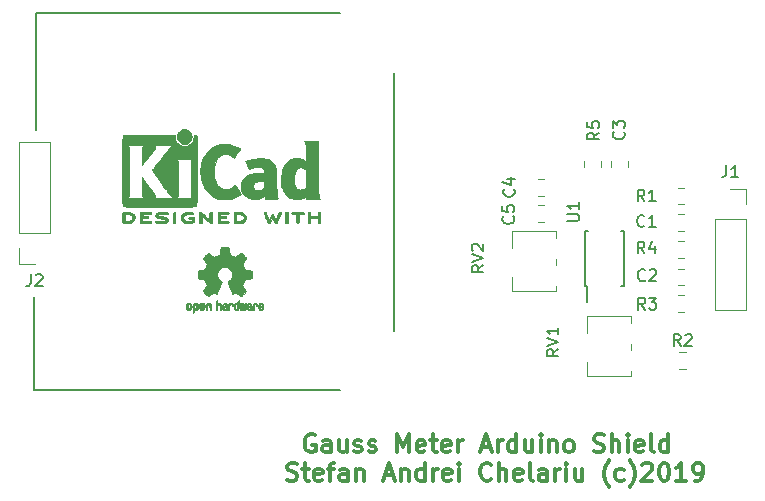
<source format=gbr>
G04 #@! TF.GenerationSoftware,KiCad,Pcbnew,(5.0.0)*
G04 #@! TF.CreationDate,2019-09-08T12:51:47+09:00*
G04 #@! TF.ProjectId,gauss_meter_hw,67617573735F6D657465725F68772E6B,rev?*
G04 #@! TF.SameCoordinates,Original*
G04 #@! TF.FileFunction,Legend,Top*
G04 #@! TF.FilePolarity,Positive*
%FSLAX46Y46*%
G04 Gerber Fmt 4.6, Leading zero omitted, Abs format (unit mm)*
G04 Created by KiCad (PCBNEW (5.0.0)) date 09/08/19 12:51:47*
%MOMM*%
%LPD*%
G01*
G04 APERTURE LIST*
%ADD10C,0.200000*%
%ADD11C,0.300000*%
%ADD12C,0.120000*%
%ADD13C,0.150000*%
%ADD14C,0.010000*%
G04 APERTURE END LIST*
D10*
X152385001Y-75205001D02*
X152385001Y-97005001D01*
X121985001Y-102005001D02*
X147885001Y-102005001D01*
X121985001Y-94105001D02*
X121985001Y-102005001D01*
X122085001Y-70105001D02*
X147885001Y-70105001D01*
X122085001Y-80005001D02*
X122085001Y-70105001D01*
D11*
X143377858Y-109612143D02*
X143592143Y-109683572D01*
X143949286Y-109683572D01*
X144092143Y-109612143D01*
X144163572Y-109540715D01*
X144235001Y-109397858D01*
X144235001Y-109255001D01*
X144163572Y-109112143D01*
X144092143Y-109040715D01*
X143949286Y-108969286D01*
X143663572Y-108897858D01*
X143520715Y-108826429D01*
X143449286Y-108755001D01*
X143377858Y-108612143D01*
X143377858Y-108469286D01*
X143449286Y-108326429D01*
X143520715Y-108255001D01*
X143663572Y-108183572D01*
X144020715Y-108183572D01*
X144235001Y-108255001D01*
X144663572Y-108683572D02*
X145235001Y-108683572D01*
X144877858Y-108183572D02*
X144877858Y-109469286D01*
X144949286Y-109612143D01*
X145092143Y-109683572D01*
X145235001Y-109683572D01*
X146306429Y-109612143D02*
X146163572Y-109683572D01*
X145877858Y-109683572D01*
X145735001Y-109612143D01*
X145663572Y-109469286D01*
X145663572Y-108897858D01*
X145735001Y-108755001D01*
X145877858Y-108683572D01*
X146163572Y-108683572D01*
X146306429Y-108755001D01*
X146377858Y-108897858D01*
X146377858Y-109040715D01*
X145663572Y-109183572D01*
X146806429Y-108683572D02*
X147377858Y-108683572D01*
X147020715Y-109683572D02*
X147020715Y-108397858D01*
X147092143Y-108255001D01*
X147235001Y-108183572D01*
X147377858Y-108183572D01*
X148520715Y-109683572D02*
X148520715Y-108897858D01*
X148449286Y-108755001D01*
X148306429Y-108683572D01*
X148020715Y-108683572D01*
X147877858Y-108755001D01*
X148520715Y-109612143D02*
X148377858Y-109683572D01*
X148020715Y-109683572D01*
X147877858Y-109612143D01*
X147806429Y-109469286D01*
X147806429Y-109326429D01*
X147877858Y-109183572D01*
X148020715Y-109112143D01*
X148377858Y-109112143D01*
X148520715Y-109040715D01*
X149235001Y-108683572D02*
X149235001Y-109683572D01*
X149235001Y-108826429D02*
X149306429Y-108755001D01*
X149449286Y-108683572D01*
X149663572Y-108683572D01*
X149806429Y-108755001D01*
X149877858Y-108897858D01*
X149877858Y-109683572D01*
X151663572Y-109255001D02*
X152377858Y-109255001D01*
X151520715Y-109683572D02*
X152020715Y-108183572D01*
X152520715Y-109683572D01*
X153020715Y-108683572D02*
X153020715Y-109683572D01*
X153020715Y-108826429D02*
X153092143Y-108755001D01*
X153235001Y-108683572D01*
X153449286Y-108683572D01*
X153592143Y-108755001D01*
X153663572Y-108897858D01*
X153663572Y-109683572D01*
X155020715Y-109683572D02*
X155020715Y-108183572D01*
X155020715Y-109612143D02*
X154877858Y-109683572D01*
X154592143Y-109683572D01*
X154449286Y-109612143D01*
X154377858Y-109540715D01*
X154306429Y-109397858D01*
X154306429Y-108969286D01*
X154377858Y-108826429D01*
X154449286Y-108755001D01*
X154592143Y-108683572D01*
X154877858Y-108683572D01*
X155020715Y-108755001D01*
X155735001Y-109683572D02*
X155735001Y-108683572D01*
X155735001Y-108969286D02*
X155806429Y-108826429D01*
X155877858Y-108755001D01*
X156020715Y-108683572D01*
X156163572Y-108683572D01*
X157235001Y-109612143D02*
X157092143Y-109683572D01*
X156806429Y-109683572D01*
X156663572Y-109612143D01*
X156592143Y-109469286D01*
X156592143Y-108897858D01*
X156663572Y-108755001D01*
X156806429Y-108683572D01*
X157092143Y-108683572D01*
X157235001Y-108755001D01*
X157306429Y-108897858D01*
X157306429Y-109040715D01*
X156592143Y-109183572D01*
X157949286Y-109683572D02*
X157949286Y-108683572D01*
X157949286Y-108183572D02*
X157877858Y-108255001D01*
X157949286Y-108326429D01*
X158020715Y-108255001D01*
X157949286Y-108183572D01*
X157949286Y-108326429D01*
X160663572Y-109540715D02*
X160592143Y-109612143D01*
X160377858Y-109683572D01*
X160235001Y-109683572D01*
X160020715Y-109612143D01*
X159877858Y-109469286D01*
X159806429Y-109326429D01*
X159735001Y-109040715D01*
X159735001Y-108826429D01*
X159806429Y-108540715D01*
X159877858Y-108397858D01*
X160020715Y-108255001D01*
X160235001Y-108183572D01*
X160377858Y-108183572D01*
X160592143Y-108255001D01*
X160663572Y-108326429D01*
X161306429Y-109683572D02*
X161306429Y-108183572D01*
X161949286Y-109683572D02*
X161949286Y-108897858D01*
X161877858Y-108755001D01*
X161735001Y-108683572D01*
X161520715Y-108683572D01*
X161377858Y-108755001D01*
X161306429Y-108826429D01*
X163235001Y-109612143D02*
X163092143Y-109683572D01*
X162806429Y-109683572D01*
X162663572Y-109612143D01*
X162592143Y-109469286D01*
X162592143Y-108897858D01*
X162663572Y-108755001D01*
X162806429Y-108683572D01*
X163092143Y-108683572D01*
X163235001Y-108755001D01*
X163306429Y-108897858D01*
X163306429Y-109040715D01*
X162592143Y-109183572D01*
X164163572Y-109683572D02*
X164020715Y-109612143D01*
X163949286Y-109469286D01*
X163949286Y-108183572D01*
X165377858Y-109683572D02*
X165377858Y-108897858D01*
X165306429Y-108755001D01*
X165163572Y-108683572D01*
X164877858Y-108683572D01*
X164735001Y-108755001D01*
X165377858Y-109612143D02*
X165235001Y-109683572D01*
X164877858Y-109683572D01*
X164735001Y-109612143D01*
X164663572Y-109469286D01*
X164663572Y-109326429D01*
X164735001Y-109183572D01*
X164877858Y-109112143D01*
X165235001Y-109112143D01*
X165377858Y-109040715D01*
X166092143Y-109683572D02*
X166092143Y-108683572D01*
X166092143Y-108969286D02*
X166163572Y-108826429D01*
X166235001Y-108755001D01*
X166377858Y-108683572D01*
X166520715Y-108683572D01*
X167020715Y-109683572D02*
X167020715Y-108683572D01*
X167020715Y-108183572D02*
X166949286Y-108255001D01*
X167020715Y-108326429D01*
X167092143Y-108255001D01*
X167020715Y-108183572D01*
X167020715Y-108326429D01*
X168377858Y-108683572D02*
X168377858Y-109683572D01*
X167735001Y-108683572D02*
X167735001Y-109469286D01*
X167806429Y-109612143D01*
X167949286Y-109683572D01*
X168163572Y-109683572D01*
X168306429Y-109612143D01*
X168377858Y-109540715D01*
X170663572Y-110255001D02*
X170592143Y-110183572D01*
X170449286Y-109969286D01*
X170377858Y-109826429D01*
X170306429Y-109612143D01*
X170235001Y-109255001D01*
X170235001Y-108969286D01*
X170306429Y-108612143D01*
X170377858Y-108397858D01*
X170449286Y-108255001D01*
X170592143Y-108040715D01*
X170663572Y-107969286D01*
X171877858Y-109612143D02*
X171735001Y-109683572D01*
X171449286Y-109683572D01*
X171306429Y-109612143D01*
X171235001Y-109540715D01*
X171163572Y-109397858D01*
X171163572Y-108969286D01*
X171235001Y-108826429D01*
X171306429Y-108755001D01*
X171449286Y-108683572D01*
X171735001Y-108683572D01*
X171877858Y-108755001D01*
X172377858Y-110255001D02*
X172449286Y-110183572D01*
X172592143Y-109969286D01*
X172663572Y-109826429D01*
X172735001Y-109612143D01*
X172806429Y-109255001D01*
X172806429Y-108969286D01*
X172735001Y-108612143D01*
X172663572Y-108397858D01*
X172592143Y-108255001D01*
X172449286Y-108040715D01*
X172377858Y-107969286D01*
X173449286Y-108326429D02*
X173520715Y-108255001D01*
X173663572Y-108183572D01*
X174020715Y-108183572D01*
X174163572Y-108255001D01*
X174235001Y-108326429D01*
X174306429Y-108469286D01*
X174306429Y-108612143D01*
X174235001Y-108826429D01*
X173377858Y-109683572D01*
X174306429Y-109683572D01*
X175235001Y-108183572D02*
X175377858Y-108183572D01*
X175520715Y-108255001D01*
X175592143Y-108326429D01*
X175663572Y-108469286D01*
X175735001Y-108755001D01*
X175735001Y-109112143D01*
X175663572Y-109397858D01*
X175592143Y-109540715D01*
X175520715Y-109612143D01*
X175377858Y-109683572D01*
X175235001Y-109683572D01*
X175092143Y-109612143D01*
X175020715Y-109540715D01*
X174949286Y-109397858D01*
X174877858Y-109112143D01*
X174877858Y-108755001D01*
X174949286Y-108469286D01*
X175020715Y-108326429D01*
X175092143Y-108255001D01*
X175235001Y-108183572D01*
X177163572Y-109683572D02*
X176306429Y-109683572D01*
X176735001Y-109683572D02*
X176735001Y-108183572D01*
X176592143Y-108397858D01*
X176449286Y-108540715D01*
X176306429Y-108612143D01*
X177877858Y-109683572D02*
X178163572Y-109683572D01*
X178306429Y-109612143D01*
X178377858Y-109540715D01*
X178520715Y-109326429D01*
X178592143Y-109040715D01*
X178592143Y-108469286D01*
X178520715Y-108326429D01*
X178449286Y-108255001D01*
X178306429Y-108183572D01*
X178020715Y-108183572D01*
X177877858Y-108255001D01*
X177806429Y-108326429D01*
X177735001Y-108469286D01*
X177735001Y-108826429D01*
X177806429Y-108969286D01*
X177877858Y-109040715D01*
X178020715Y-109112143D01*
X178306429Y-109112143D01*
X178449286Y-109040715D01*
X178520715Y-108969286D01*
X178592143Y-108826429D01*
X145713572Y-105855001D02*
X145570715Y-105783572D01*
X145356429Y-105783572D01*
X145142143Y-105855001D01*
X144999286Y-105997858D01*
X144927858Y-106140715D01*
X144856429Y-106426429D01*
X144856429Y-106640715D01*
X144927858Y-106926429D01*
X144999286Y-107069286D01*
X145142143Y-107212143D01*
X145356429Y-107283572D01*
X145499286Y-107283572D01*
X145713572Y-107212143D01*
X145785001Y-107140715D01*
X145785001Y-106640715D01*
X145499286Y-106640715D01*
X147070715Y-107283572D02*
X147070715Y-106497858D01*
X146999286Y-106355001D01*
X146856429Y-106283572D01*
X146570715Y-106283572D01*
X146427858Y-106355001D01*
X147070715Y-107212143D02*
X146927858Y-107283572D01*
X146570715Y-107283572D01*
X146427858Y-107212143D01*
X146356429Y-107069286D01*
X146356429Y-106926429D01*
X146427858Y-106783572D01*
X146570715Y-106712143D01*
X146927858Y-106712143D01*
X147070715Y-106640715D01*
X148427858Y-106283572D02*
X148427858Y-107283572D01*
X147785001Y-106283572D02*
X147785001Y-107069286D01*
X147856429Y-107212143D01*
X147999286Y-107283572D01*
X148213572Y-107283572D01*
X148356429Y-107212143D01*
X148427858Y-107140715D01*
X149070715Y-107212143D02*
X149213572Y-107283572D01*
X149499286Y-107283572D01*
X149642143Y-107212143D01*
X149713572Y-107069286D01*
X149713572Y-106997858D01*
X149642143Y-106855001D01*
X149499286Y-106783572D01*
X149285001Y-106783572D01*
X149142143Y-106712143D01*
X149070715Y-106569286D01*
X149070715Y-106497858D01*
X149142143Y-106355001D01*
X149285001Y-106283572D01*
X149499286Y-106283572D01*
X149642143Y-106355001D01*
X150285001Y-107212143D02*
X150427858Y-107283572D01*
X150713572Y-107283572D01*
X150856429Y-107212143D01*
X150927858Y-107069286D01*
X150927858Y-106997858D01*
X150856429Y-106855001D01*
X150713572Y-106783572D01*
X150499286Y-106783572D01*
X150356429Y-106712143D01*
X150285001Y-106569286D01*
X150285001Y-106497858D01*
X150356429Y-106355001D01*
X150499286Y-106283572D01*
X150713572Y-106283572D01*
X150856429Y-106355001D01*
X152713572Y-107283572D02*
X152713572Y-105783572D01*
X153213572Y-106855001D01*
X153713572Y-105783572D01*
X153713572Y-107283572D01*
X154999286Y-107212143D02*
X154856429Y-107283572D01*
X154570715Y-107283572D01*
X154427858Y-107212143D01*
X154356429Y-107069286D01*
X154356429Y-106497858D01*
X154427858Y-106355001D01*
X154570715Y-106283572D01*
X154856429Y-106283572D01*
X154999286Y-106355001D01*
X155070715Y-106497858D01*
X155070715Y-106640715D01*
X154356429Y-106783572D01*
X155499286Y-106283572D02*
X156070715Y-106283572D01*
X155713572Y-105783572D02*
X155713572Y-107069286D01*
X155785001Y-107212143D01*
X155927858Y-107283572D01*
X156070715Y-107283572D01*
X157142143Y-107212143D02*
X156999286Y-107283572D01*
X156713572Y-107283572D01*
X156570715Y-107212143D01*
X156499286Y-107069286D01*
X156499286Y-106497858D01*
X156570715Y-106355001D01*
X156713572Y-106283572D01*
X156999286Y-106283572D01*
X157142143Y-106355001D01*
X157213572Y-106497858D01*
X157213572Y-106640715D01*
X156499286Y-106783572D01*
X157856429Y-107283572D02*
X157856429Y-106283572D01*
X157856429Y-106569286D02*
X157927858Y-106426429D01*
X157999286Y-106355001D01*
X158142143Y-106283572D01*
X158285001Y-106283572D01*
X159856429Y-106855001D02*
X160570715Y-106855001D01*
X159713572Y-107283572D02*
X160213572Y-105783572D01*
X160713572Y-107283572D01*
X161213572Y-107283572D02*
X161213572Y-106283572D01*
X161213572Y-106569286D02*
X161285001Y-106426429D01*
X161356429Y-106355001D01*
X161499286Y-106283572D01*
X161642143Y-106283572D01*
X162785001Y-107283572D02*
X162785001Y-105783572D01*
X162785001Y-107212143D02*
X162642143Y-107283572D01*
X162356429Y-107283572D01*
X162213572Y-107212143D01*
X162142143Y-107140715D01*
X162070715Y-106997858D01*
X162070715Y-106569286D01*
X162142143Y-106426429D01*
X162213572Y-106355001D01*
X162356429Y-106283572D01*
X162642143Y-106283572D01*
X162785001Y-106355001D01*
X164142143Y-106283572D02*
X164142143Y-107283572D01*
X163499286Y-106283572D02*
X163499286Y-107069286D01*
X163570715Y-107212143D01*
X163713572Y-107283572D01*
X163927858Y-107283572D01*
X164070715Y-107212143D01*
X164142143Y-107140715D01*
X164856429Y-107283572D02*
X164856429Y-106283572D01*
X164856429Y-105783572D02*
X164785001Y-105855001D01*
X164856429Y-105926429D01*
X164927858Y-105855001D01*
X164856429Y-105783572D01*
X164856429Y-105926429D01*
X165570715Y-106283572D02*
X165570715Y-107283572D01*
X165570715Y-106426429D02*
X165642143Y-106355001D01*
X165785001Y-106283572D01*
X165999286Y-106283572D01*
X166142143Y-106355001D01*
X166213572Y-106497858D01*
X166213572Y-107283572D01*
X167142143Y-107283572D02*
X166999286Y-107212143D01*
X166927858Y-107140715D01*
X166856429Y-106997858D01*
X166856429Y-106569286D01*
X166927858Y-106426429D01*
X166999286Y-106355001D01*
X167142143Y-106283572D01*
X167356429Y-106283572D01*
X167499286Y-106355001D01*
X167570715Y-106426429D01*
X167642143Y-106569286D01*
X167642143Y-106997858D01*
X167570715Y-107140715D01*
X167499286Y-107212143D01*
X167356429Y-107283572D01*
X167142143Y-107283572D01*
X169356429Y-107212143D02*
X169570715Y-107283572D01*
X169927858Y-107283572D01*
X170070715Y-107212143D01*
X170142143Y-107140715D01*
X170213572Y-106997858D01*
X170213572Y-106855001D01*
X170142143Y-106712143D01*
X170070715Y-106640715D01*
X169927858Y-106569286D01*
X169642143Y-106497858D01*
X169499286Y-106426429D01*
X169427858Y-106355001D01*
X169356429Y-106212143D01*
X169356429Y-106069286D01*
X169427858Y-105926429D01*
X169499286Y-105855001D01*
X169642143Y-105783572D01*
X169999286Y-105783572D01*
X170213572Y-105855001D01*
X170856429Y-107283572D02*
X170856429Y-105783572D01*
X171499286Y-107283572D02*
X171499286Y-106497858D01*
X171427858Y-106355001D01*
X171285001Y-106283572D01*
X171070715Y-106283572D01*
X170927858Y-106355001D01*
X170856429Y-106426429D01*
X172213572Y-107283572D02*
X172213572Y-106283572D01*
X172213572Y-105783572D02*
X172142143Y-105855001D01*
X172213572Y-105926429D01*
X172285001Y-105855001D01*
X172213572Y-105783572D01*
X172213572Y-105926429D01*
X173499286Y-107212143D02*
X173356429Y-107283572D01*
X173070715Y-107283572D01*
X172927858Y-107212143D01*
X172856429Y-107069286D01*
X172856429Y-106497858D01*
X172927858Y-106355001D01*
X173070715Y-106283572D01*
X173356429Y-106283572D01*
X173499286Y-106355001D01*
X173570715Y-106497858D01*
X173570715Y-106640715D01*
X172856429Y-106783572D01*
X174427858Y-107283572D02*
X174285001Y-107212143D01*
X174213572Y-107069286D01*
X174213572Y-105783572D01*
X175642143Y-107283572D02*
X175642143Y-105783572D01*
X175642143Y-107212143D02*
X175499286Y-107283572D01*
X175213572Y-107283572D01*
X175070715Y-107212143D01*
X174999286Y-107140715D01*
X174927858Y-106997858D01*
X174927858Y-106569286D01*
X174999286Y-106426429D01*
X175070715Y-106355001D01*
X175213572Y-106283572D01*
X175499286Y-106283572D01*
X175642143Y-106355001D01*
D12*
G04 #@! TO.C,C1*
X176438748Y-87140000D02*
X176961252Y-87140000D01*
X176438748Y-88560000D02*
X176961252Y-88560000D01*
G04 #@! TO.C,C2*
X176438748Y-93160000D02*
X176961252Y-93160000D01*
X176438748Y-91740000D02*
X176961252Y-91740000D01*
G04 #@! TO.C,C3*
X172210000Y-82588748D02*
X172210000Y-83111252D01*
X170790000Y-82588748D02*
X170790000Y-83111252D01*
G04 #@! TO.C,C4*
X165111252Y-84140000D02*
X164588748Y-84140000D01*
X165111252Y-85560000D02*
X164588748Y-85560000D01*
G04 #@! TO.C,C5*
X165111252Y-87810000D02*
X164588748Y-87810000D01*
X165111252Y-86390000D02*
X164588748Y-86390000D01*
G04 #@! TO.C,J1*
X179570000Y-87570000D02*
X182230000Y-87570000D01*
X179570000Y-87570000D02*
X179570000Y-95250000D01*
X179570000Y-95250000D02*
X182230000Y-95250000D01*
X182230000Y-87570000D02*
X182230000Y-95250000D01*
X182230000Y-84970000D02*
X182230000Y-86300000D01*
X180900000Y-84970000D02*
X182230000Y-84970000D01*
G04 #@! TO.C,R1*
X176438748Y-84890000D02*
X176961252Y-84890000D01*
X176438748Y-86310000D02*
X176961252Y-86310000D01*
G04 #@! TO.C,R2*
X176588748Y-100210000D02*
X177111252Y-100210000D01*
X176588748Y-98790000D02*
X177111252Y-98790000D01*
G04 #@! TO.C,R3*
X177011252Y-95410000D02*
X176488748Y-95410000D01*
X177011252Y-93990000D02*
X176488748Y-93990000D01*
G04 #@! TO.C,R4*
X176438748Y-90860000D02*
X176961252Y-90860000D01*
X176438748Y-89440000D02*
X176961252Y-89440000D01*
G04 #@! TO.C,R5*
X169960000Y-82588748D02*
X169960000Y-83111252D01*
X168540000Y-82588748D02*
X168540000Y-83111252D01*
G04 #@! TO.C,RV1*
X172470000Y-100440000D02*
X172470000Y-100820000D01*
X172470000Y-95780000D02*
X172470000Y-96361000D01*
X172470000Y-98140000D02*
X172470000Y-98660000D01*
X168730000Y-95780000D02*
X168730000Y-97160000D01*
X168730000Y-99640000D02*
X168730000Y-100820000D01*
X172470000Y-95780000D02*
X168730000Y-95780000D01*
X172470000Y-100820000D02*
X168730000Y-100820000D01*
G04 #@! TO.C,RV2*
X166120000Y-93620000D02*
X162380000Y-93620000D01*
X166120000Y-88580000D02*
X162380000Y-88580000D01*
X162380000Y-92440000D02*
X162380000Y-93620000D01*
X162380000Y-88580000D02*
X162380000Y-89960000D01*
X166120000Y-90940000D02*
X166120000Y-91460000D01*
X166120000Y-88580000D02*
X166120000Y-89161000D01*
X166120000Y-93240000D02*
X166120000Y-93620000D01*
D13*
G04 #@! TO.C,U1*
X168625000Y-93175000D02*
X168725000Y-93175000D01*
X168625000Y-88525000D02*
X168825000Y-88525000D01*
X171875000Y-88525000D02*
X171675000Y-88525000D01*
X171875000Y-93175000D02*
X171675000Y-93175000D01*
X168625000Y-93175000D02*
X168625000Y-88525000D01*
X171875000Y-93175000D02*
X171875000Y-88525000D01*
X168725000Y-93175000D02*
X168725000Y-94525000D01*
D12*
G04 #@! TO.C,J2*
X123330000Y-88730000D02*
X120670000Y-88730000D01*
X123330000Y-88730000D02*
X123330000Y-81050000D01*
X123330000Y-81050000D02*
X120670000Y-81050000D01*
X120670000Y-88730000D02*
X120670000Y-81050000D01*
X120670000Y-91330000D02*
X120670000Y-90000000D01*
X122000000Y-91330000D02*
X120670000Y-91330000D01*
D14*
G04 #@! TO.C,REF\002A\002A*
G36*
X134758761Y-79946294D02*
X134886938Y-79978563D01*
X135002212Y-80035588D01*
X135101812Y-80115173D01*
X135182966Y-80215126D01*
X135242903Y-80333252D01*
X135277867Y-80461476D01*
X135285657Y-80590970D01*
X135265881Y-80715930D01*
X135221013Y-80832900D01*
X135153529Y-80938423D01*
X135065903Y-81029043D01*
X134960608Y-81101304D01*
X134840119Y-81151749D01*
X134771866Y-81168289D01*
X134712623Y-81178303D01*
X134666955Y-81182260D01*
X134623073Y-81179831D01*
X134569187Y-81170685D01*
X134525124Y-81161399D01*
X134400753Y-81119448D01*
X134289354Y-81051384D01*
X134193436Y-80959270D01*
X134115505Y-80845171D01*
X134096934Y-80808906D01*
X134075050Y-80760488D01*
X134061326Y-80719829D01*
X134053916Y-80677050D01*
X134050974Y-80622273D01*
X134050604Y-80560918D01*
X134056044Y-80448607D01*
X134073905Y-80356372D01*
X134107442Y-80275659D01*
X134159911Y-80197915D01*
X134211232Y-80138983D01*
X134306947Y-80051356D01*
X134406923Y-79990869D01*
X134517094Y-79954654D01*
X134620452Y-79940974D01*
X134758761Y-79946294D01*
X134758761Y-79946294D01*
G37*
X134758761Y-79946294D02*
X134886938Y-79978563D01*
X135002212Y-80035588D01*
X135101812Y-80115173D01*
X135182966Y-80215126D01*
X135242903Y-80333252D01*
X135277867Y-80461476D01*
X135285657Y-80590970D01*
X135265881Y-80715930D01*
X135221013Y-80832900D01*
X135153529Y-80938423D01*
X135065903Y-81029043D01*
X134960608Y-81101304D01*
X134840119Y-81151749D01*
X134771866Y-81168289D01*
X134712623Y-81178303D01*
X134666955Y-81182260D01*
X134623073Y-81179831D01*
X134569187Y-81170685D01*
X134525124Y-81161399D01*
X134400753Y-81119448D01*
X134289354Y-81051384D01*
X134193436Y-80959270D01*
X134115505Y-80845171D01*
X134096934Y-80808906D01*
X134075050Y-80760488D01*
X134061326Y-80719829D01*
X134053916Y-80677050D01*
X134050974Y-80622273D01*
X134050604Y-80560918D01*
X134056044Y-80448607D01*
X134073905Y-80356372D01*
X134107442Y-80275659D01*
X134159911Y-80197915D01*
X134211232Y-80138983D01*
X134306947Y-80051356D01*
X134406923Y-79990869D01*
X134517094Y-79954654D01*
X134620452Y-79940974D01*
X134758761Y-79946294D01*
G36*
X146021475Y-83202368D02*
X146021501Y-83514462D01*
X146021536Y-83797963D01*
X146021632Y-84054337D01*
X146021842Y-84285049D01*
X146022217Y-84491566D01*
X146022810Y-84675352D01*
X146023671Y-84837875D01*
X146024854Y-84980599D01*
X146026409Y-85104991D01*
X146028390Y-85212516D01*
X146030847Y-85304641D01*
X146033834Y-85382831D01*
X146037401Y-85448552D01*
X146041600Y-85503270D01*
X146046485Y-85548450D01*
X146052105Y-85585559D01*
X146058514Y-85616063D01*
X146065764Y-85641427D01*
X146073906Y-85663116D01*
X146082991Y-85682598D01*
X146093074Y-85701338D01*
X146104204Y-85720801D01*
X146111118Y-85732925D01*
X146156737Y-85813758D01*
X145014232Y-85813758D01*
X145014232Y-85686007D01*
X145013258Y-85628274D01*
X145010659Y-85584120D01*
X145006919Y-85560447D01*
X145005266Y-85558255D01*
X144990059Y-85567420D01*
X144959818Y-85591176D01*
X144929596Y-85616970D01*
X144856925Y-85671202D01*
X144764424Y-85725793D01*
X144661840Y-85775726D01*
X144558920Y-85815988D01*
X144517844Y-85828834D01*
X144426650Y-85848226D01*
X144316344Y-85861488D01*
X144197330Y-85868203D01*
X144080006Y-85867954D01*
X143974774Y-85860325D01*
X143924587Y-85852593D01*
X143740731Y-85801919D01*
X143571246Y-85725068D01*
X143417047Y-85622738D01*
X143279045Y-85495629D01*
X143158152Y-85344441D01*
X143069215Y-85196928D01*
X142996166Y-85041484D01*
X142940249Y-84882587D01*
X142900312Y-84714844D01*
X142875208Y-84532862D01*
X142863787Y-84331246D01*
X142862820Y-84228137D01*
X142865608Y-84152546D01*
X143969461Y-84152546D01*
X143969738Y-84276453D01*
X143973616Y-84393200D01*
X143981155Y-84495821D01*
X143992412Y-84577350D01*
X143995852Y-84593780D01*
X144038190Y-84736613D01*
X144093653Y-84852474D01*
X144162704Y-84941655D01*
X144245805Y-85004445D01*
X144343419Y-85041138D01*
X144456011Y-85052022D01*
X144584042Y-85037391D01*
X144668552Y-85016459D01*
X144733979Y-84992242D01*
X144806044Y-84957829D01*
X144860179Y-84926273D01*
X144954114Y-84864541D01*
X144954114Y-83333221D01*
X144864370Y-83275217D01*
X144759824Y-83220734D01*
X144647743Y-83185252D01*
X144534412Y-83169377D01*
X144426118Y-83173713D01*
X144329146Y-83198866D01*
X144286604Y-83219594D01*
X144209486Y-83276839D01*
X144144306Y-83352423D01*
X144089514Y-83449109D01*
X144043562Y-83569659D01*
X144004898Y-83716834D01*
X144003192Y-83724646D01*
X143989651Y-83807528D01*
X143979477Y-83911117D01*
X143972727Y-84028445D01*
X143969461Y-84152546D01*
X142865608Y-84152546D01*
X142873273Y-83944802D01*
X142902489Y-83684074D01*
X142950397Y-83446124D01*
X143016929Y-83231125D01*
X143102016Y-83039251D01*
X143205588Y-82870675D01*
X143327576Y-82725569D01*
X143467912Y-82604106D01*
X143528042Y-82562899D01*
X143662442Y-82488146D01*
X143799958Y-82435410D01*
X143946525Y-82403244D01*
X144108074Y-82390204D01*
X144231232Y-82391596D01*
X144403849Y-82406196D01*
X144553752Y-82435240D01*
X144685279Y-82480064D01*
X144802766Y-82542001D01*
X144867824Y-82587550D01*
X144906921Y-82616726D01*
X144935799Y-82636657D01*
X144946729Y-82642516D01*
X144948879Y-82628098D01*
X144950597Y-82587288D01*
X144951901Y-82523748D01*
X144952806Y-82441141D01*
X144953329Y-82343131D01*
X144953488Y-82233380D01*
X144953299Y-82115552D01*
X144952779Y-81993308D01*
X144951945Y-81870314D01*
X144950813Y-81750231D01*
X144949400Y-81636722D01*
X144947724Y-81533451D01*
X144945801Y-81444081D01*
X144943647Y-81372274D01*
X144941281Y-81321694D01*
X144940626Y-81312397D01*
X144930538Y-81218648D01*
X144915146Y-81145225D01*
X144891529Y-81082490D01*
X144856768Y-81020803D01*
X144848424Y-81008048D01*
X144815896Y-80959202D01*
X146021214Y-80959202D01*
X146021475Y-83202368D01*
X146021475Y-83202368D01*
G37*
X146021475Y-83202368D02*
X146021501Y-83514462D01*
X146021536Y-83797963D01*
X146021632Y-84054337D01*
X146021842Y-84285049D01*
X146022217Y-84491566D01*
X146022810Y-84675352D01*
X146023671Y-84837875D01*
X146024854Y-84980599D01*
X146026409Y-85104991D01*
X146028390Y-85212516D01*
X146030847Y-85304641D01*
X146033834Y-85382831D01*
X146037401Y-85448552D01*
X146041600Y-85503270D01*
X146046485Y-85548450D01*
X146052105Y-85585559D01*
X146058514Y-85616063D01*
X146065764Y-85641427D01*
X146073906Y-85663116D01*
X146082991Y-85682598D01*
X146093074Y-85701338D01*
X146104204Y-85720801D01*
X146111118Y-85732925D01*
X146156737Y-85813758D01*
X145014232Y-85813758D01*
X145014232Y-85686007D01*
X145013258Y-85628274D01*
X145010659Y-85584120D01*
X145006919Y-85560447D01*
X145005266Y-85558255D01*
X144990059Y-85567420D01*
X144959818Y-85591176D01*
X144929596Y-85616970D01*
X144856925Y-85671202D01*
X144764424Y-85725793D01*
X144661840Y-85775726D01*
X144558920Y-85815988D01*
X144517844Y-85828834D01*
X144426650Y-85848226D01*
X144316344Y-85861488D01*
X144197330Y-85868203D01*
X144080006Y-85867954D01*
X143974774Y-85860325D01*
X143924587Y-85852593D01*
X143740731Y-85801919D01*
X143571246Y-85725068D01*
X143417047Y-85622738D01*
X143279045Y-85495629D01*
X143158152Y-85344441D01*
X143069215Y-85196928D01*
X142996166Y-85041484D01*
X142940249Y-84882587D01*
X142900312Y-84714844D01*
X142875208Y-84532862D01*
X142863787Y-84331246D01*
X142862820Y-84228137D01*
X142865608Y-84152546D01*
X143969461Y-84152546D01*
X143969738Y-84276453D01*
X143973616Y-84393200D01*
X143981155Y-84495821D01*
X143992412Y-84577350D01*
X143995852Y-84593780D01*
X144038190Y-84736613D01*
X144093653Y-84852474D01*
X144162704Y-84941655D01*
X144245805Y-85004445D01*
X144343419Y-85041138D01*
X144456011Y-85052022D01*
X144584042Y-85037391D01*
X144668552Y-85016459D01*
X144733979Y-84992242D01*
X144806044Y-84957829D01*
X144860179Y-84926273D01*
X144954114Y-84864541D01*
X144954114Y-83333221D01*
X144864370Y-83275217D01*
X144759824Y-83220734D01*
X144647743Y-83185252D01*
X144534412Y-83169377D01*
X144426118Y-83173713D01*
X144329146Y-83198866D01*
X144286604Y-83219594D01*
X144209486Y-83276839D01*
X144144306Y-83352423D01*
X144089514Y-83449109D01*
X144043562Y-83569659D01*
X144004898Y-83716834D01*
X144003192Y-83724646D01*
X143989651Y-83807528D01*
X143979477Y-83911117D01*
X143972727Y-84028445D01*
X143969461Y-84152546D01*
X142865608Y-84152546D01*
X142873273Y-83944802D01*
X142902489Y-83684074D01*
X142950397Y-83446124D01*
X143016929Y-83231125D01*
X143102016Y-83039251D01*
X143205588Y-82870675D01*
X143327576Y-82725569D01*
X143467912Y-82604106D01*
X143528042Y-82562899D01*
X143662442Y-82488146D01*
X143799958Y-82435410D01*
X143946525Y-82403244D01*
X144108074Y-82390204D01*
X144231232Y-82391596D01*
X144403849Y-82406196D01*
X144553752Y-82435240D01*
X144685279Y-82480064D01*
X144802766Y-82542001D01*
X144867824Y-82587550D01*
X144906921Y-82616726D01*
X144935799Y-82636657D01*
X144946729Y-82642516D01*
X144948879Y-82628098D01*
X144950597Y-82587288D01*
X144951901Y-82523748D01*
X144952806Y-82441141D01*
X144953329Y-82343131D01*
X144953488Y-82233380D01*
X144953299Y-82115552D01*
X144952779Y-81993308D01*
X144951945Y-81870314D01*
X144950813Y-81750231D01*
X144949400Y-81636722D01*
X144947724Y-81533451D01*
X144945801Y-81444081D01*
X144943647Y-81372274D01*
X144941281Y-81321694D01*
X144940626Y-81312397D01*
X144930538Y-81218648D01*
X144915146Y-81145225D01*
X144891529Y-81082490D01*
X144856768Y-81020803D01*
X144848424Y-81008048D01*
X144815896Y-80959202D01*
X146021214Y-80959202D01*
X146021475Y-83202368D01*
G36*
X141344493Y-82395972D02*
X141546751Y-82422619D01*
X141726837Y-82467399D01*
X141885912Y-82530670D01*
X142025139Y-82612788D01*
X142128466Y-82697410D01*
X142220117Y-82796109D01*
X142291667Y-82902314D01*
X142348787Y-83025093D01*
X142369389Y-83082434D01*
X142386509Y-83134332D01*
X142401423Y-83182456D01*
X142414303Y-83229247D01*
X142425321Y-83277145D01*
X142434651Y-83328588D01*
X142442464Y-83386017D01*
X142448933Y-83451871D01*
X142454231Y-83528590D01*
X142458531Y-83618613D01*
X142462004Y-83724381D01*
X142464824Y-83848332D01*
X142467163Y-83992907D01*
X142469194Y-84160545D01*
X142471089Y-84353686D01*
X142472756Y-84543758D01*
X142474522Y-84751704D01*
X142476127Y-84931798D01*
X142477738Y-85086245D01*
X142479521Y-85217250D01*
X142481644Y-85327018D01*
X142484273Y-85417754D01*
X142487577Y-85491663D01*
X142491720Y-85550951D01*
X142496871Y-85597823D01*
X142503197Y-85634484D01*
X142510864Y-85663138D01*
X142520039Y-85685991D01*
X142530889Y-85705249D01*
X142543582Y-85723116D01*
X142558284Y-85741797D01*
X142564010Y-85749030D01*
X142585071Y-85779437D01*
X142594439Y-85800143D01*
X142594469Y-85800755D01*
X142579987Y-85803683D01*
X142538734Y-85806379D01*
X142473998Y-85808770D01*
X142389065Y-85810779D01*
X142287224Y-85812330D01*
X142171761Y-85813347D01*
X142045965Y-85813754D01*
X142031444Y-85813758D01*
X141468420Y-85813758D01*
X141464077Y-85685859D01*
X141459735Y-85557959D01*
X141377072Y-85625842D01*
X141247491Y-85715727D01*
X141101173Y-85788542D01*
X140986057Y-85828788D01*
X140894099Y-85848343D01*
X140783127Y-85861648D01*
X140663616Y-85868286D01*
X140546038Y-85867844D01*
X140440868Y-85859906D01*
X140392634Y-85852299D01*
X140206219Y-85801891D01*
X140037901Y-85728875D01*
X139888897Y-85634338D01*
X139760425Y-85519366D01*
X139653700Y-85385047D01*
X139569941Y-85232468D01*
X139510861Y-85064595D01*
X139494439Y-84989262D01*
X139484308Y-84906452D01*
X139479477Y-84806816D01*
X139478818Y-84761687D01*
X139478905Y-84757447D01*
X140490657Y-84757447D01*
X140503030Y-84857368D01*
X140540557Y-84942344D01*
X140605086Y-85016418D01*
X140611819Y-85022293D01*
X140676116Y-85068660D01*
X140744959Y-85098725D01*
X140825815Y-85114596D01*
X140926150Y-85118381D01*
X140950258Y-85117841D01*
X141021910Y-85114310D01*
X141075204Y-85107099D01*
X141121824Y-85093567D01*
X141173453Y-85071073D01*
X141187621Y-85064179D01*
X141268369Y-85016479D01*
X141330702Y-84959720D01*
X141347660Y-84939432D01*
X141407131Y-84864195D01*
X141407131Y-84603414D01*
X141406418Y-84498707D01*
X141404168Y-84421553D01*
X141400216Y-84369479D01*
X141394397Y-84340010D01*
X141388959Y-84331401D01*
X141367756Y-84327189D01*
X141322779Y-84323698D01*
X141260306Y-84321257D01*
X141186620Y-84320195D01*
X141174787Y-84320175D01*
X141013991Y-84327170D01*
X140877300Y-84348694D01*
X140762066Y-84385570D01*
X140665642Y-84438621D01*
X140592510Y-84501128D01*
X140533202Y-84578196D01*
X140500286Y-84662136D01*
X140490657Y-84757447D01*
X139478905Y-84757447D01*
X139481392Y-84636865D01*
X139492502Y-84531822D01*
X139514130Y-84436999D01*
X139548262Y-84342838D01*
X139580210Y-84273112D01*
X139658253Y-84146237D01*
X139762228Y-84029043D01*
X139888971Y-83923663D01*
X140035319Y-83832229D01*
X140198107Y-83756875D01*
X140374172Y-83699733D01*
X140460267Y-83679843D01*
X140641575Y-83650414D01*
X140839209Y-83630998D01*
X141040851Y-83622503D01*
X141209347Y-83624676D01*
X141424876Y-83633701D01*
X141414998Y-83555179D01*
X141389312Y-83423171D01*
X141347862Y-83315703D01*
X141289502Y-83231953D01*
X141213084Y-83171096D01*
X141117462Y-83132309D01*
X141001491Y-83114767D01*
X140864022Y-83117648D01*
X140813463Y-83122975D01*
X140625487Y-83156483D01*
X140443339Y-83211114D01*
X140317486Y-83261707D01*
X140257362Y-83287502D01*
X140206195Y-83308232D01*
X140171112Y-83321072D01*
X140160876Y-83323798D01*
X140147903Y-83311711D01*
X140125644Y-83273143D01*
X140093891Y-83207656D01*
X140052433Y-83114817D01*
X140001062Y-82994188D01*
X139992278Y-82973166D01*
X139952262Y-82876886D01*
X139916342Y-82789886D01*
X139886070Y-82715970D01*
X139862997Y-82658942D01*
X139848675Y-82622608D01*
X139844539Y-82610840D01*
X139857851Y-82604510D01*
X139892834Y-82597484D01*
X139930475Y-82592586D01*
X139970624Y-82586253D01*
X140034247Y-82573678D01*
X140115698Y-82556093D01*
X140209337Y-82534731D01*
X140309521Y-82510826D01*
X140347546Y-82501476D01*
X140487420Y-82467409D01*
X140604132Y-82440699D01*
X140703436Y-82420492D01*
X140791086Y-82405935D01*
X140872837Y-82396174D01*
X140954442Y-82390357D01*
X141041657Y-82387631D01*
X141118899Y-82387101D01*
X141344493Y-82395972D01*
X141344493Y-82395972D01*
G37*
X141344493Y-82395972D02*
X141546751Y-82422619D01*
X141726837Y-82467399D01*
X141885912Y-82530670D01*
X142025139Y-82612788D01*
X142128466Y-82697410D01*
X142220117Y-82796109D01*
X142291667Y-82902314D01*
X142348787Y-83025093D01*
X142369389Y-83082434D01*
X142386509Y-83134332D01*
X142401423Y-83182456D01*
X142414303Y-83229247D01*
X142425321Y-83277145D01*
X142434651Y-83328588D01*
X142442464Y-83386017D01*
X142448933Y-83451871D01*
X142454231Y-83528590D01*
X142458531Y-83618613D01*
X142462004Y-83724381D01*
X142464824Y-83848332D01*
X142467163Y-83992907D01*
X142469194Y-84160545D01*
X142471089Y-84353686D01*
X142472756Y-84543758D01*
X142474522Y-84751704D01*
X142476127Y-84931798D01*
X142477738Y-85086245D01*
X142479521Y-85217250D01*
X142481644Y-85327018D01*
X142484273Y-85417754D01*
X142487577Y-85491663D01*
X142491720Y-85550951D01*
X142496871Y-85597823D01*
X142503197Y-85634484D01*
X142510864Y-85663138D01*
X142520039Y-85685991D01*
X142530889Y-85705249D01*
X142543582Y-85723116D01*
X142558284Y-85741797D01*
X142564010Y-85749030D01*
X142585071Y-85779437D01*
X142594439Y-85800143D01*
X142594469Y-85800755D01*
X142579987Y-85803683D01*
X142538734Y-85806379D01*
X142473998Y-85808770D01*
X142389065Y-85810779D01*
X142287224Y-85812330D01*
X142171761Y-85813347D01*
X142045965Y-85813754D01*
X142031444Y-85813758D01*
X141468420Y-85813758D01*
X141464077Y-85685859D01*
X141459735Y-85557959D01*
X141377072Y-85625842D01*
X141247491Y-85715727D01*
X141101173Y-85788542D01*
X140986057Y-85828788D01*
X140894099Y-85848343D01*
X140783127Y-85861648D01*
X140663616Y-85868286D01*
X140546038Y-85867844D01*
X140440868Y-85859906D01*
X140392634Y-85852299D01*
X140206219Y-85801891D01*
X140037901Y-85728875D01*
X139888897Y-85634338D01*
X139760425Y-85519366D01*
X139653700Y-85385047D01*
X139569941Y-85232468D01*
X139510861Y-85064595D01*
X139494439Y-84989262D01*
X139484308Y-84906452D01*
X139479477Y-84806816D01*
X139478818Y-84761687D01*
X139478905Y-84757447D01*
X140490657Y-84757447D01*
X140503030Y-84857368D01*
X140540557Y-84942344D01*
X140605086Y-85016418D01*
X140611819Y-85022293D01*
X140676116Y-85068660D01*
X140744959Y-85098725D01*
X140825815Y-85114596D01*
X140926150Y-85118381D01*
X140950258Y-85117841D01*
X141021910Y-85114310D01*
X141075204Y-85107099D01*
X141121824Y-85093567D01*
X141173453Y-85071073D01*
X141187621Y-85064179D01*
X141268369Y-85016479D01*
X141330702Y-84959720D01*
X141347660Y-84939432D01*
X141407131Y-84864195D01*
X141407131Y-84603414D01*
X141406418Y-84498707D01*
X141404168Y-84421553D01*
X141400216Y-84369479D01*
X141394397Y-84340010D01*
X141388959Y-84331401D01*
X141367756Y-84327189D01*
X141322779Y-84323698D01*
X141260306Y-84321257D01*
X141186620Y-84320195D01*
X141174787Y-84320175D01*
X141013991Y-84327170D01*
X140877300Y-84348694D01*
X140762066Y-84385570D01*
X140665642Y-84438621D01*
X140592510Y-84501128D01*
X140533202Y-84578196D01*
X140500286Y-84662136D01*
X140490657Y-84757447D01*
X139478905Y-84757447D01*
X139481392Y-84636865D01*
X139492502Y-84531822D01*
X139514130Y-84436999D01*
X139548262Y-84342838D01*
X139580210Y-84273112D01*
X139658253Y-84146237D01*
X139762228Y-84029043D01*
X139888971Y-83923663D01*
X140035319Y-83832229D01*
X140198107Y-83756875D01*
X140374172Y-83699733D01*
X140460267Y-83679843D01*
X140641575Y-83650414D01*
X140839209Y-83630998D01*
X141040851Y-83622503D01*
X141209347Y-83624676D01*
X141424876Y-83633701D01*
X141414998Y-83555179D01*
X141389312Y-83423171D01*
X141347862Y-83315703D01*
X141289502Y-83231953D01*
X141213084Y-83171096D01*
X141117462Y-83132309D01*
X141001491Y-83114767D01*
X140864022Y-83117648D01*
X140813463Y-83122975D01*
X140625487Y-83156483D01*
X140443339Y-83211114D01*
X140317486Y-83261707D01*
X140257362Y-83287502D01*
X140206195Y-83308232D01*
X140171112Y-83321072D01*
X140160876Y-83323798D01*
X140147903Y-83311711D01*
X140125644Y-83273143D01*
X140093891Y-83207656D01*
X140052433Y-83114817D01*
X140001062Y-82994188D01*
X139992278Y-82973166D01*
X139952262Y-82876886D01*
X139916342Y-82789886D01*
X139886070Y-82715970D01*
X139862997Y-82658942D01*
X139848675Y-82622608D01*
X139844539Y-82610840D01*
X139857851Y-82604510D01*
X139892834Y-82597484D01*
X139930475Y-82592586D01*
X139970624Y-82586253D01*
X140034247Y-82573678D01*
X140115698Y-82556093D01*
X140209337Y-82534731D01*
X140309521Y-82510826D01*
X140347546Y-82501476D01*
X140487420Y-82467409D01*
X140604132Y-82440699D01*
X140703436Y-82420492D01*
X140791086Y-82405935D01*
X140872837Y-82396174D01*
X140954442Y-82390357D01*
X141041657Y-82387631D01*
X141118899Y-82387101D01*
X141344493Y-82395972D01*
G36*
X138222259Y-81174474D02*
X138435465Y-81202664D01*
X138653728Y-81256104D01*
X138879797Y-81335326D01*
X139116419Y-81440857D01*
X139131421Y-81448239D01*
X139208233Y-81485551D01*
X139276861Y-81517606D01*
X139332298Y-81542167D01*
X139369537Y-81556993D01*
X139382279Y-81560385D01*
X139407864Y-81567052D01*
X139414004Y-81572652D01*
X139407209Y-81586542D01*
X139385854Y-81621541D01*
X139352397Y-81673981D01*
X139309295Y-81740195D01*
X139259009Y-81816515D01*
X139203996Y-81899274D01*
X139146715Y-81984802D01*
X139089624Y-82069434D01*
X139035184Y-82149501D01*
X138985851Y-82221335D01*
X138944084Y-82281269D01*
X138912343Y-82325636D01*
X138893086Y-82350766D01*
X138890443Y-82353681D01*
X138876972Y-82347492D01*
X138847228Y-82324624D01*
X138806528Y-82289315D01*
X138785567Y-82270041D01*
X138657105Y-82169815D01*
X138515035Y-82096003D01*
X138361257Y-82049271D01*
X138197673Y-82030285D01*
X138105276Y-82031844D01*
X137943996Y-82054691D01*
X137798588Y-82102463D01*
X137668617Y-82175509D01*
X137553648Y-82274177D01*
X137453247Y-82398816D01*
X137366979Y-82549777D01*
X137317162Y-82665060D01*
X137258779Y-82845725D01*
X137215749Y-83042079D01*
X137187961Y-83249058D01*
X137175306Y-83461599D01*
X137177671Y-83674639D01*
X137194946Y-83883114D01*
X137227020Y-84081962D01*
X137273783Y-84266119D01*
X137335124Y-84430521D01*
X137356801Y-84476125D01*
X137447661Y-84628015D01*
X137554782Y-84756482D01*
X137676589Y-84860479D01*
X137811511Y-84938959D01*
X137957972Y-84990875D01*
X138114401Y-85015180D01*
X138169609Y-85016968D01*
X138331447Y-85002429D01*
X138491792Y-84958738D01*
X138648611Y-84886799D01*
X138799868Y-84787513D01*
X138921565Y-84683233D01*
X138983513Y-84623946D01*
X139224846Y-85019710D01*
X139284887Y-85118447D01*
X139339790Y-85209263D01*
X139387607Y-85288896D01*
X139426392Y-85354081D01*
X139454195Y-85401555D01*
X139469071Y-85428056D01*
X139471004Y-85432176D01*
X139460048Y-85445010D01*
X139425994Y-85468017D01*
X139373146Y-85499016D01*
X139305812Y-85535830D01*
X139228295Y-85576279D01*
X139144903Y-85618183D01*
X139059941Y-85659364D01*
X138977715Y-85697643D01*
X138902530Y-85730839D01*
X138838692Y-85756776D01*
X138807468Y-85767998D01*
X138629378Y-85818343D01*
X138445792Y-85851631D01*
X138249143Y-85868944D01*
X138080342Y-85872044D01*
X137989868Y-85870586D01*
X137902530Y-85867793D01*
X137826069Y-85864010D01*
X137768231Y-85859579D01*
X137749452Y-85857338D01*
X137564373Y-85818948D01*
X137375950Y-85758878D01*
X137192911Y-85680703D01*
X137023988Y-85588001D01*
X136920800Y-85517865D01*
X136751175Y-85373810D01*
X136593671Y-85205303D01*
X136451206Y-85016509D01*
X136326698Y-84811592D01*
X136223063Y-84594716D01*
X136164677Y-84438551D01*
X136097779Y-84194077D01*
X136053180Y-83935065D01*
X136030866Y-83667120D01*
X136030822Y-83395846D01*
X136053035Y-83126848D01*
X136097492Y-82865730D01*
X136164177Y-82618096D01*
X136169258Y-82602667D01*
X136252979Y-82386916D01*
X136355157Y-82189984D01*
X136479259Y-82006300D01*
X136628751Y-81830289D01*
X136687151Y-81770028D01*
X136868405Y-81605017D01*
X137054738Y-81468496D01*
X137249010Y-81358980D01*
X137454080Y-81274982D01*
X137672811Y-81215016D01*
X137800031Y-81191731D01*
X138011364Y-81171006D01*
X138222259Y-81174474D01*
X138222259Y-81174474D01*
G37*
X138222259Y-81174474D02*
X138435465Y-81202664D01*
X138653728Y-81256104D01*
X138879797Y-81335326D01*
X139116419Y-81440857D01*
X139131421Y-81448239D01*
X139208233Y-81485551D01*
X139276861Y-81517606D01*
X139332298Y-81542167D01*
X139369537Y-81556993D01*
X139382279Y-81560385D01*
X139407864Y-81567052D01*
X139414004Y-81572652D01*
X139407209Y-81586542D01*
X139385854Y-81621541D01*
X139352397Y-81673981D01*
X139309295Y-81740195D01*
X139259009Y-81816515D01*
X139203996Y-81899274D01*
X139146715Y-81984802D01*
X139089624Y-82069434D01*
X139035184Y-82149501D01*
X138985851Y-82221335D01*
X138944084Y-82281269D01*
X138912343Y-82325636D01*
X138893086Y-82350766D01*
X138890443Y-82353681D01*
X138876972Y-82347492D01*
X138847228Y-82324624D01*
X138806528Y-82289315D01*
X138785567Y-82270041D01*
X138657105Y-82169815D01*
X138515035Y-82096003D01*
X138361257Y-82049271D01*
X138197673Y-82030285D01*
X138105276Y-82031844D01*
X137943996Y-82054691D01*
X137798588Y-82102463D01*
X137668617Y-82175509D01*
X137553648Y-82274177D01*
X137453247Y-82398816D01*
X137366979Y-82549777D01*
X137317162Y-82665060D01*
X137258779Y-82845725D01*
X137215749Y-83042079D01*
X137187961Y-83249058D01*
X137175306Y-83461599D01*
X137177671Y-83674639D01*
X137194946Y-83883114D01*
X137227020Y-84081962D01*
X137273783Y-84266119D01*
X137335124Y-84430521D01*
X137356801Y-84476125D01*
X137447661Y-84628015D01*
X137554782Y-84756482D01*
X137676589Y-84860479D01*
X137811511Y-84938959D01*
X137957972Y-84990875D01*
X138114401Y-85015180D01*
X138169609Y-85016968D01*
X138331447Y-85002429D01*
X138491792Y-84958738D01*
X138648611Y-84886799D01*
X138799868Y-84787513D01*
X138921565Y-84683233D01*
X138983513Y-84623946D01*
X139224846Y-85019710D01*
X139284887Y-85118447D01*
X139339790Y-85209263D01*
X139387607Y-85288896D01*
X139426392Y-85354081D01*
X139454195Y-85401555D01*
X139469071Y-85428056D01*
X139471004Y-85432176D01*
X139460048Y-85445010D01*
X139425994Y-85468017D01*
X139373146Y-85499016D01*
X139305812Y-85535830D01*
X139228295Y-85576279D01*
X139144903Y-85618183D01*
X139059941Y-85659364D01*
X138977715Y-85697643D01*
X138902530Y-85730839D01*
X138838692Y-85756776D01*
X138807468Y-85767998D01*
X138629378Y-85818343D01*
X138445792Y-85851631D01*
X138249143Y-85868944D01*
X138080342Y-85872044D01*
X137989868Y-85870586D01*
X137902530Y-85867793D01*
X137826069Y-85864010D01*
X137768231Y-85859579D01*
X137749452Y-85857338D01*
X137564373Y-85818948D01*
X137375950Y-85758878D01*
X137192911Y-85680703D01*
X137023988Y-85588001D01*
X136920800Y-85517865D01*
X136751175Y-85373810D01*
X136593671Y-85205303D01*
X136451206Y-85016509D01*
X136326698Y-84811592D01*
X136223063Y-84594716D01*
X136164677Y-84438551D01*
X136097779Y-84194077D01*
X136053180Y-83935065D01*
X136030866Y-83667120D01*
X136030822Y-83395846D01*
X136053035Y-83126848D01*
X136097492Y-82865730D01*
X136164177Y-82618096D01*
X136169258Y-82602667D01*
X136252979Y-82386916D01*
X136355157Y-82189984D01*
X136479259Y-82006300D01*
X136628751Y-81830289D01*
X136687151Y-81770028D01*
X136868405Y-81605017D01*
X137054738Y-81468496D01*
X137249010Y-81358980D01*
X137454080Y-81274982D01*
X137672811Y-81215016D01*
X137800031Y-81191731D01*
X138011364Y-81171006D01*
X138222259Y-81174474D01*
G36*
X133862279Y-80562025D02*
X133876745Y-80713720D01*
X133918838Y-80857004D01*
X133986608Y-80988808D01*
X134078102Y-81106059D01*
X134191366Y-81205688D01*
X134320491Y-81282730D01*
X134461973Y-81335480D01*
X134604447Y-81360202D01*
X134745105Y-81358685D01*
X134881137Y-81332718D01*
X135009734Y-81284091D01*
X135128087Y-81214594D01*
X135233387Y-81126015D01*
X135322824Y-81020144D01*
X135393589Y-80898771D01*
X135442872Y-80763684D01*
X135467866Y-80616675D01*
X135470445Y-80550245D01*
X135470445Y-80433166D01*
X135539581Y-80433166D01*
X135587920Y-80436954D01*
X135623730Y-80452663D01*
X135659818Y-80484267D01*
X135710918Y-80535368D01*
X135710918Y-83453139D01*
X135710906Y-83802139D01*
X135710863Y-84122333D01*
X135710778Y-84414975D01*
X135710640Y-84681319D01*
X135710439Y-84922618D01*
X135710163Y-85140126D01*
X135709801Y-85335096D01*
X135709343Y-85508781D01*
X135708778Y-85662436D01*
X135708095Y-85797314D01*
X135707284Y-85914669D01*
X135706332Y-86015754D01*
X135705230Y-86101822D01*
X135703966Y-86174128D01*
X135702531Y-86233924D01*
X135700912Y-86282465D01*
X135699099Y-86321004D01*
X135697081Y-86350794D01*
X135694847Y-86373090D01*
X135692387Y-86389144D01*
X135689689Y-86400211D01*
X135686743Y-86407543D01*
X135685302Y-86410006D01*
X135679760Y-86419341D01*
X135675054Y-86427924D01*
X135669956Y-86435785D01*
X135663236Y-86442956D01*
X135653665Y-86449468D01*
X135640015Y-86455354D01*
X135621056Y-86460643D01*
X135595559Y-86465369D01*
X135562296Y-86469561D01*
X135520037Y-86473252D01*
X135467553Y-86476473D01*
X135403615Y-86479255D01*
X135326994Y-86481631D01*
X135236461Y-86483630D01*
X135130787Y-86485285D01*
X135008743Y-86486628D01*
X134869100Y-86487688D01*
X134710629Y-86488499D01*
X134532101Y-86489091D01*
X134332286Y-86489496D01*
X134109956Y-86489745D01*
X133863882Y-86489870D01*
X133592835Y-86489902D01*
X133295585Y-86489872D01*
X132970904Y-86489812D01*
X132617563Y-86489753D01*
X132566460Y-86489747D01*
X132211016Y-86489690D01*
X131884407Y-86489596D01*
X131585409Y-86489456D01*
X131312797Y-86489260D01*
X131065348Y-86488998D01*
X130841837Y-86488661D01*
X130641041Y-86488240D01*
X130461735Y-86487724D01*
X130302694Y-86487105D01*
X130162695Y-86486372D01*
X130040514Y-86485516D01*
X129934926Y-86484527D01*
X129844708Y-86483395D01*
X129768635Y-86482112D01*
X129705482Y-86480667D01*
X129654026Y-86479050D01*
X129613043Y-86477253D01*
X129581309Y-86475266D01*
X129557599Y-86473078D01*
X129540689Y-86470680D01*
X129529355Y-86468064D01*
X129523553Y-86465842D01*
X129512287Y-86461089D01*
X129501943Y-86457579D01*
X129492484Y-86454069D01*
X129483869Y-86449314D01*
X129476059Y-86442070D01*
X129469016Y-86431092D01*
X129462699Y-86415136D01*
X129457070Y-86392956D01*
X129452089Y-86363310D01*
X129447717Y-86324952D01*
X129443915Y-86276638D01*
X129440643Y-86217123D01*
X129437862Y-86145164D01*
X129435534Y-86059514D01*
X129433618Y-85958932D01*
X129432076Y-85842170D01*
X129430867Y-85707986D01*
X129429954Y-85555135D01*
X129429296Y-85382372D01*
X129428855Y-85188453D01*
X129428590Y-84972134D01*
X129428465Y-84732169D01*
X129428437Y-84467315D01*
X129428468Y-84176327D01*
X129428520Y-83857961D01*
X129428552Y-83510971D01*
X129428552Y-83454853D01*
X129428534Y-83104842D01*
X129428500Y-82783637D01*
X129428486Y-82489984D01*
X129428525Y-82222629D01*
X129428650Y-81980318D01*
X129428898Y-81761798D01*
X129429301Y-81565814D01*
X129429894Y-81391114D01*
X129430666Y-81244764D01*
X129833852Y-81244764D01*
X129886827Y-81321776D01*
X129901699Y-81342769D01*
X129915106Y-81361357D01*
X129927125Y-81379121D01*
X129937831Y-81397639D01*
X129947298Y-81418492D01*
X129955604Y-81443258D01*
X129962823Y-81473518D01*
X129969032Y-81510851D01*
X129974305Y-81556836D01*
X129978719Y-81613053D01*
X129982349Y-81681081D01*
X129985271Y-81762501D01*
X129987560Y-81858891D01*
X129989292Y-81971831D01*
X129990543Y-82102900D01*
X129991387Y-82253679D01*
X129991902Y-82425747D01*
X129992162Y-82620682D01*
X129992244Y-82840066D01*
X129992222Y-83085477D01*
X129992173Y-83358495D01*
X129992161Y-83521746D01*
X129992193Y-83810584D01*
X129992238Y-84070944D01*
X129992222Y-84304407D01*
X129992070Y-84512555D01*
X129991707Y-84696970D01*
X129991058Y-84859232D01*
X129990048Y-85000923D01*
X129988602Y-85123625D01*
X129986646Y-85228918D01*
X129984105Y-85318384D01*
X129980904Y-85393604D01*
X129976968Y-85456160D01*
X129972221Y-85507633D01*
X129966591Y-85549604D01*
X129960000Y-85583654D01*
X129952375Y-85611366D01*
X129943641Y-85634319D01*
X129933722Y-85654097D01*
X129922545Y-85672279D01*
X129910034Y-85690447D01*
X129896113Y-85710183D01*
X129888004Y-85722020D01*
X129836383Y-85798729D01*
X130544087Y-85798729D01*
X130708175Y-85798682D01*
X130844634Y-85798482D01*
X130955892Y-85798034D01*
X131044380Y-85797245D01*
X131112525Y-85796021D01*
X131162758Y-85794270D01*
X131197508Y-85791898D01*
X131219203Y-85788811D01*
X131230274Y-85784917D01*
X131233150Y-85780121D01*
X131230260Y-85774331D01*
X131228668Y-85772427D01*
X131195184Y-85723071D01*
X131160705Y-85652774D01*
X131129272Y-85570228D01*
X131118263Y-85535062D01*
X131112117Y-85511176D01*
X131106923Y-85483136D01*
X131102571Y-85448166D01*
X131098953Y-85403490D01*
X131095958Y-85346330D01*
X131093478Y-85273911D01*
X131091403Y-85183456D01*
X131089624Y-85072189D01*
X131088031Y-84937332D01*
X131086515Y-84776110D01*
X131086013Y-84716598D01*
X131084659Y-84549977D01*
X131083649Y-84411027D01*
X131083060Y-84297362D01*
X131082970Y-84206597D01*
X131083457Y-84136345D01*
X131084598Y-84084220D01*
X131086471Y-84047835D01*
X131089154Y-84024805D01*
X131092725Y-84012743D01*
X131097262Y-84009262D01*
X131102842Y-84011977D01*
X131108798Y-84017723D01*
X131122584Y-84034944D01*
X131151951Y-84073652D01*
X131194822Y-84131011D01*
X131249119Y-84204182D01*
X131312764Y-84290327D01*
X131383678Y-84386610D01*
X131459785Y-84490193D01*
X131539006Y-84598238D01*
X131619263Y-84707908D01*
X131698479Y-84816365D01*
X131774575Y-84920771D01*
X131845474Y-85018290D01*
X131909098Y-85106084D01*
X131963368Y-85181315D01*
X132006208Y-85241145D01*
X132035539Y-85282738D01*
X132041621Y-85291568D01*
X132072137Y-85340699D01*
X132107829Y-85404591D01*
X132141644Y-85470543D01*
X132145932Y-85479438D01*
X132174793Y-85543603D01*
X132191549Y-85593611D01*
X132199178Y-85641308D01*
X132200667Y-85697279D01*
X132199823Y-85798729D01*
X133736797Y-85798729D01*
X133615426Y-85673939D01*
X133553122Y-85607511D01*
X133486171Y-85532317D01*
X133424869Y-85460064D01*
X133397676Y-85426311D01*
X133357152Y-85373662D01*
X133303825Y-85302818D01*
X133239254Y-85215948D01*
X133165000Y-85115223D01*
X133082620Y-85002810D01*
X132993675Y-84880880D01*
X132899723Y-84751603D01*
X132802323Y-84617147D01*
X132703036Y-84479682D01*
X132603420Y-84341378D01*
X132505034Y-84204404D01*
X132409437Y-84070930D01*
X132318189Y-83943125D01*
X132232849Y-83823158D01*
X132154976Y-83713200D01*
X132086130Y-83615419D01*
X132027869Y-83531985D01*
X131981752Y-83465067D01*
X131949340Y-83416835D01*
X131932191Y-83389459D01*
X131929851Y-83383997D01*
X131940447Y-83368918D01*
X131968133Y-83332731D01*
X132011092Y-83277702D01*
X132067511Y-83206094D01*
X132135575Y-83120172D01*
X132213468Y-83022199D01*
X132299376Y-82914439D01*
X132391484Y-82799156D01*
X132487978Y-82678615D01*
X132587042Y-82555080D01*
X132666563Y-82456083D01*
X134012575Y-82456083D01*
X134020443Y-82473334D01*
X134039521Y-82502956D01*
X134040915Y-82504929D01*
X134065928Y-82545074D01*
X134092085Y-82594110D01*
X134097276Y-82604942D01*
X134101984Y-82616164D01*
X134106144Y-82629635D01*
X134109798Y-82647211D01*
X134112986Y-82670746D01*
X134115746Y-82702095D01*
X134118120Y-82743113D01*
X134120148Y-82795653D01*
X134121869Y-82861572D01*
X134123325Y-82942724D01*
X134124554Y-83040963D01*
X134125597Y-83158144D01*
X134126495Y-83296122D01*
X134127287Y-83456752D01*
X134128013Y-83641889D01*
X134128714Y-83853387D01*
X134129424Y-84091510D01*
X134130141Y-84337968D01*
X134130719Y-84556230D01*
X134131070Y-84748156D01*
X134131103Y-84915608D01*
X134130729Y-85060450D01*
X134129858Y-85184541D01*
X134128400Y-85289745D01*
X134126265Y-85377923D01*
X134123364Y-85450937D01*
X134119607Y-85510649D01*
X134114904Y-85558921D01*
X134109166Y-85597615D01*
X134102302Y-85628592D01*
X134094223Y-85653715D01*
X134084839Y-85674846D01*
X134074061Y-85693846D01*
X134061798Y-85712577D01*
X134050481Y-85729176D01*
X134027667Y-85764183D01*
X134014158Y-85787594D01*
X134012575Y-85791881D01*
X134027096Y-85793315D01*
X134068626Y-85794647D01*
X134134112Y-85795846D01*
X134220506Y-85796878D01*
X134324755Y-85797713D01*
X134443809Y-85798318D01*
X134574617Y-85798661D01*
X134666362Y-85798729D01*
X134806146Y-85798435D01*
X134935077Y-85797594D01*
X135050243Y-85796264D01*
X135148731Y-85794504D01*
X135227625Y-85792373D01*
X135284013Y-85789929D01*
X135314981Y-85787232D01*
X135320149Y-85785539D01*
X135309901Y-85765698D01*
X135299252Y-85755007D01*
X135281715Y-85732205D01*
X135258764Y-85691930D01*
X135242891Y-85659232D01*
X135207427Y-85580800D01*
X135203333Y-84013965D01*
X135199239Y-82447131D01*
X134605907Y-82447131D01*
X134475678Y-82447350D01*
X134355331Y-82447974D01*
X134248069Y-82448954D01*
X134157094Y-82450244D01*
X134085608Y-82451793D01*
X134036815Y-82453555D01*
X134013916Y-82455480D01*
X134012575Y-82456083D01*
X132666563Y-82456083D01*
X132686861Y-82430814D01*
X132785621Y-82308082D01*
X132881508Y-82189148D01*
X132972705Y-82076275D01*
X133057399Y-81971729D01*
X133133774Y-81877772D01*
X133200017Y-81796669D01*
X133254311Y-81730685D01*
X133277163Y-81703166D01*
X133392049Y-81569150D01*
X133494030Y-81458304D01*
X133585646Y-81368010D01*
X133669435Y-81295652D01*
X133681924Y-81285843D01*
X133734528Y-81245097D01*
X132981137Y-81244931D01*
X132227747Y-81244764D01*
X132234788Y-81308640D01*
X132230391Y-81384985D01*
X132201725Y-81475883D01*
X132148505Y-81582058D01*
X132088184Y-81678293D01*
X132066592Y-81708442D01*
X132029243Y-81758442D01*
X131978364Y-81825443D01*
X131916181Y-81906592D01*
X131844920Y-81999039D01*
X131766809Y-82099934D01*
X131684073Y-82206424D01*
X131598938Y-82315659D01*
X131513632Y-82424788D01*
X131430380Y-82530960D01*
X131351409Y-82631324D01*
X131278946Y-82723028D01*
X131215216Y-82803222D01*
X131162446Y-82869055D01*
X131122863Y-82917675D01*
X131098692Y-82946231D01*
X131094620Y-82950622D01*
X131090813Y-82939963D01*
X131087866Y-82899631D01*
X131085784Y-82830001D01*
X131084572Y-82731448D01*
X131084235Y-82604345D01*
X131084778Y-82449069D01*
X131085988Y-82289320D01*
X131087748Y-82113432D01*
X131089778Y-81964668D01*
X131092408Y-81840093D01*
X131095970Y-81736772D01*
X131100795Y-81651770D01*
X131107214Y-81582153D01*
X131115557Y-81524985D01*
X131126157Y-81477332D01*
X131139344Y-81436258D01*
X131155449Y-81398828D01*
X131174804Y-81362108D01*
X131194351Y-81328772D01*
X131244938Y-81244764D01*
X129833852Y-81244764D01*
X129430666Y-81244764D01*
X129430710Y-81236443D01*
X129431783Y-81100548D01*
X129433148Y-80982175D01*
X129434839Y-80880070D01*
X129436889Y-80792980D01*
X129439333Y-80719651D01*
X129442205Y-80658830D01*
X129445539Y-80609261D01*
X129449368Y-80569693D01*
X129453727Y-80538871D01*
X129458650Y-80515541D01*
X129464171Y-80498449D01*
X129470323Y-80486343D01*
X129477142Y-80477968D01*
X129484661Y-80472071D01*
X129492914Y-80467397D01*
X129501934Y-80462694D01*
X129509917Y-80457943D01*
X129516884Y-80454513D01*
X129527769Y-80451413D01*
X129544029Y-80448626D01*
X129567122Y-80446135D01*
X129598504Y-80443924D01*
X129639633Y-80441977D01*
X129691967Y-80440277D01*
X129756962Y-80438808D01*
X129836076Y-80437553D01*
X129930765Y-80436495D01*
X130042489Y-80435619D01*
X130172702Y-80434908D01*
X130322864Y-80434346D01*
X130494431Y-80433915D01*
X130688860Y-80433600D01*
X130907609Y-80433384D01*
X131152135Y-80433251D01*
X131423896Y-80433184D01*
X131705005Y-80433166D01*
X133862279Y-80433166D01*
X133862279Y-80562025D01*
X133862279Y-80562025D01*
G37*
X133862279Y-80562025D02*
X133876745Y-80713720D01*
X133918838Y-80857004D01*
X133986608Y-80988808D01*
X134078102Y-81106059D01*
X134191366Y-81205688D01*
X134320491Y-81282730D01*
X134461973Y-81335480D01*
X134604447Y-81360202D01*
X134745105Y-81358685D01*
X134881137Y-81332718D01*
X135009734Y-81284091D01*
X135128087Y-81214594D01*
X135233387Y-81126015D01*
X135322824Y-81020144D01*
X135393589Y-80898771D01*
X135442872Y-80763684D01*
X135467866Y-80616675D01*
X135470445Y-80550245D01*
X135470445Y-80433166D01*
X135539581Y-80433166D01*
X135587920Y-80436954D01*
X135623730Y-80452663D01*
X135659818Y-80484267D01*
X135710918Y-80535368D01*
X135710918Y-83453139D01*
X135710906Y-83802139D01*
X135710863Y-84122333D01*
X135710778Y-84414975D01*
X135710640Y-84681319D01*
X135710439Y-84922618D01*
X135710163Y-85140126D01*
X135709801Y-85335096D01*
X135709343Y-85508781D01*
X135708778Y-85662436D01*
X135708095Y-85797314D01*
X135707284Y-85914669D01*
X135706332Y-86015754D01*
X135705230Y-86101822D01*
X135703966Y-86174128D01*
X135702531Y-86233924D01*
X135700912Y-86282465D01*
X135699099Y-86321004D01*
X135697081Y-86350794D01*
X135694847Y-86373090D01*
X135692387Y-86389144D01*
X135689689Y-86400211D01*
X135686743Y-86407543D01*
X135685302Y-86410006D01*
X135679760Y-86419341D01*
X135675054Y-86427924D01*
X135669956Y-86435785D01*
X135663236Y-86442956D01*
X135653665Y-86449468D01*
X135640015Y-86455354D01*
X135621056Y-86460643D01*
X135595559Y-86465369D01*
X135562296Y-86469561D01*
X135520037Y-86473252D01*
X135467553Y-86476473D01*
X135403615Y-86479255D01*
X135326994Y-86481631D01*
X135236461Y-86483630D01*
X135130787Y-86485285D01*
X135008743Y-86486628D01*
X134869100Y-86487688D01*
X134710629Y-86488499D01*
X134532101Y-86489091D01*
X134332286Y-86489496D01*
X134109956Y-86489745D01*
X133863882Y-86489870D01*
X133592835Y-86489902D01*
X133295585Y-86489872D01*
X132970904Y-86489812D01*
X132617563Y-86489753D01*
X132566460Y-86489747D01*
X132211016Y-86489690D01*
X131884407Y-86489596D01*
X131585409Y-86489456D01*
X131312797Y-86489260D01*
X131065348Y-86488998D01*
X130841837Y-86488661D01*
X130641041Y-86488240D01*
X130461735Y-86487724D01*
X130302694Y-86487105D01*
X130162695Y-86486372D01*
X130040514Y-86485516D01*
X129934926Y-86484527D01*
X129844708Y-86483395D01*
X129768635Y-86482112D01*
X129705482Y-86480667D01*
X129654026Y-86479050D01*
X129613043Y-86477253D01*
X129581309Y-86475266D01*
X129557599Y-86473078D01*
X129540689Y-86470680D01*
X129529355Y-86468064D01*
X129523553Y-86465842D01*
X129512287Y-86461089D01*
X129501943Y-86457579D01*
X129492484Y-86454069D01*
X129483869Y-86449314D01*
X129476059Y-86442070D01*
X129469016Y-86431092D01*
X129462699Y-86415136D01*
X129457070Y-86392956D01*
X129452089Y-86363310D01*
X129447717Y-86324952D01*
X129443915Y-86276638D01*
X129440643Y-86217123D01*
X129437862Y-86145164D01*
X129435534Y-86059514D01*
X129433618Y-85958932D01*
X129432076Y-85842170D01*
X129430867Y-85707986D01*
X129429954Y-85555135D01*
X129429296Y-85382372D01*
X129428855Y-85188453D01*
X129428590Y-84972134D01*
X129428465Y-84732169D01*
X129428437Y-84467315D01*
X129428468Y-84176327D01*
X129428520Y-83857961D01*
X129428552Y-83510971D01*
X129428552Y-83454853D01*
X129428534Y-83104842D01*
X129428500Y-82783637D01*
X129428486Y-82489984D01*
X129428525Y-82222629D01*
X129428650Y-81980318D01*
X129428898Y-81761798D01*
X129429301Y-81565814D01*
X129429894Y-81391114D01*
X129430666Y-81244764D01*
X129833852Y-81244764D01*
X129886827Y-81321776D01*
X129901699Y-81342769D01*
X129915106Y-81361357D01*
X129927125Y-81379121D01*
X129937831Y-81397639D01*
X129947298Y-81418492D01*
X129955604Y-81443258D01*
X129962823Y-81473518D01*
X129969032Y-81510851D01*
X129974305Y-81556836D01*
X129978719Y-81613053D01*
X129982349Y-81681081D01*
X129985271Y-81762501D01*
X129987560Y-81858891D01*
X129989292Y-81971831D01*
X129990543Y-82102900D01*
X129991387Y-82253679D01*
X129991902Y-82425747D01*
X129992162Y-82620682D01*
X129992244Y-82840066D01*
X129992222Y-83085477D01*
X129992173Y-83358495D01*
X129992161Y-83521746D01*
X129992193Y-83810584D01*
X129992238Y-84070944D01*
X129992222Y-84304407D01*
X129992070Y-84512555D01*
X129991707Y-84696970D01*
X129991058Y-84859232D01*
X129990048Y-85000923D01*
X129988602Y-85123625D01*
X129986646Y-85228918D01*
X129984105Y-85318384D01*
X129980904Y-85393604D01*
X129976968Y-85456160D01*
X129972221Y-85507633D01*
X129966591Y-85549604D01*
X129960000Y-85583654D01*
X129952375Y-85611366D01*
X129943641Y-85634319D01*
X129933722Y-85654097D01*
X129922545Y-85672279D01*
X129910034Y-85690447D01*
X129896113Y-85710183D01*
X129888004Y-85722020D01*
X129836383Y-85798729D01*
X130544087Y-85798729D01*
X130708175Y-85798682D01*
X130844634Y-85798482D01*
X130955892Y-85798034D01*
X131044380Y-85797245D01*
X131112525Y-85796021D01*
X131162758Y-85794270D01*
X131197508Y-85791898D01*
X131219203Y-85788811D01*
X131230274Y-85784917D01*
X131233150Y-85780121D01*
X131230260Y-85774331D01*
X131228668Y-85772427D01*
X131195184Y-85723071D01*
X131160705Y-85652774D01*
X131129272Y-85570228D01*
X131118263Y-85535062D01*
X131112117Y-85511176D01*
X131106923Y-85483136D01*
X131102571Y-85448166D01*
X131098953Y-85403490D01*
X131095958Y-85346330D01*
X131093478Y-85273911D01*
X131091403Y-85183456D01*
X131089624Y-85072189D01*
X131088031Y-84937332D01*
X131086515Y-84776110D01*
X131086013Y-84716598D01*
X131084659Y-84549977D01*
X131083649Y-84411027D01*
X131083060Y-84297362D01*
X131082970Y-84206597D01*
X131083457Y-84136345D01*
X131084598Y-84084220D01*
X131086471Y-84047835D01*
X131089154Y-84024805D01*
X131092725Y-84012743D01*
X131097262Y-84009262D01*
X131102842Y-84011977D01*
X131108798Y-84017723D01*
X131122584Y-84034944D01*
X131151951Y-84073652D01*
X131194822Y-84131011D01*
X131249119Y-84204182D01*
X131312764Y-84290327D01*
X131383678Y-84386610D01*
X131459785Y-84490193D01*
X131539006Y-84598238D01*
X131619263Y-84707908D01*
X131698479Y-84816365D01*
X131774575Y-84920771D01*
X131845474Y-85018290D01*
X131909098Y-85106084D01*
X131963368Y-85181315D01*
X132006208Y-85241145D01*
X132035539Y-85282738D01*
X132041621Y-85291568D01*
X132072137Y-85340699D01*
X132107829Y-85404591D01*
X132141644Y-85470543D01*
X132145932Y-85479438D01*
X132174793Y-85543603D01*
X132191549Y-85593611D01*
X132199178Y-85641308D01*
X132200667Y-85697279D01*
X132199823Y-85798729D01*
X133736797Y-85798729D01*
X133615426Y-85673939D01*
X133553122Y-85607511D01*
X133486171Y-85532317D01*
X133424869Y-85460064D01*
X133397676Y-85426311D01*
X133357152Y-85373662D01*
X133303825Y-85302818D01*
X133239254Y-85215948D01*
X133165000Y-85115223D01*
X133082620Y-85002810D01*
X132993675Y-84880880D01*
X132899723Y-84751603D01*
X132802323Y-84617147D01*
X132703036Y-84479682D01*
X132603420Y-84341378D01*
X132505034Y-84204404D01*
X132409437Y-84070930D01*
X132318189Y-83943125D01*
X132232849Y-83823158D01*
X132154976Y-83713200D01*
X132086130Y-83615419D01*
X132027869Y-83531985D01*
X131981752Y-83465067D01*
X131949340Y-83416835D01*
X131932191Y-83389459D01*
X131929851Y-83383997D01*
X131940447Y-83368918D01*
X131968133Y-83332731D01*
X132011092Y-83277702D01*
X132067511Y-83206094D01*
X132135575Y-83120172D01*
X132213468Y-83022199D01*
X132299376Y-82914439D01*
X132391484Y-82799156D01*
X132487978Y-82678615D01*
X132587042Y-82555080D01*
X132666563Y-82456083D01*
X134012575Y-82456083D01*
X134020443Y-82473334D01*
X134039521Y-82502956D01*
X134040915Y-82504929D01*
X134065928Y-82545074D01*
X134092085Y-82594110D01*
X134097276Y-82604942D01*
X134101984Y-82616164D01*
X134106144Y-82629635D01*
X134109798Y-82647211D01*
X134112986Y-82670746D01*
X134115746Y-82702095D01*
X134118120Y-82743113D01*
X134120148Y-82795653D01*
X134121869Y-82861572D01*
X134123325Y-82942724D01*
X134124554Y-83040963D01*
X134125597Y-83158144D01*
X134126495Y-83296122D01*
X134127287Y-83456752D01*
X134128013Y-83641889D01*
X134128714Y-83853387D01*
X134129424Y-84091510D01*
X134130141Y-84337968D01*
X134130719Y-84556230D01*
X134131070Y-84748156D01*
X134131103Y-84915608D01*
X134130729Y-85060450D01*
X134129858Y-85184541D01*
X134128400Y-85289745D01*
X134126265Y-85377923D01*
X134123364Y-85450937D01*
X134119607Y-85510649D01*
X134114904Y-85558921D01*
X134109166Y-85597615D01*
X134102302Y-85628592D01*
X134094223Y-85653715D01*
X134084839Y-85674846D01*
X134074061Y-85693846D01*
X134061798Y-85712577D01*
X134050481Y-85729176D01*
X134027667Y-85764183D01*
X134014158Y-85787594D01*
X134012575Y-85791881D01*
X134027096Y-85793315D01*
X134068626Y-85794647D01*
X134134112Y-85795846D01*
X134220506Y-85796878D01*
X134324755Y-85797713D01*
X134443809Y-85798318D01*
X134574617Y-85798661D01*
X134666362Y-85798729D01*
X134806146Y-85798435D01*
X134935077Y-85797594D01*
X135050243Y-85796264D01*
X135148731Y-85794504D01*
X135227625Y-85792373D01*
X135284013Y-85789929D01*
X135314981Y-85787232D01*
X135320149Y-85785539D01*
X135309901Y-85765698D01*
X135299252Y-85755007D01*
X135281715Y-85732205D01*
X135258764Y-85691930D01*
X135242891Y-85659232D01*
X135207427Y-85580800D01*
X135203333Y-84013965D01*
X135199239Y-82447131D01*
X134605907Y-82447131D01*
X134475678Y-82447350D01*
X134355331Y-82447974D01*
X134248069Y-82448954D01*
X134157094Y-82450244D01*
X134085608Y-82451793D01*
X134036815Y-82453555D01*
X134013916Y-82455480D01*
X134012575Y-82456083D01*
X132666563Y-82456083D01*
X132686861Y-82430814D01*
X132785621Y-82308082D01*
X132881508Y-82189148D01*
X132972705Y-82076275D01*
X133057399Y-81971729D01*
X133133774Y-81877772D01*
X133200017Y-81796669D01*
X133254311Y-81730685D01*
X133277163Y-81703166D01*
X133392049Y-81569150D01*
X133494030Y-81458304D01*
X133585646Y-81368010D01*
X133669435Y-81295652D01*
X133681924Y-81285843D01*
X133734528Y-81245097D01*
X132981137Y-81244931D01*
X132227747Y-81244764D01*
X132234788Y-81308640D01*
X132230391Y-81384985D01*
X132201725Y-81475883D01*
X132148505Y-81582058D01*
X132088184Y-81678293D01*
X132066592Y-81708442D01*
X132029243Y-81758442D01*
X131978364Y-81825443D01*
X131916181Y-81906592D01*
X131844920Y-81999039D01*
X131766809Y-82099934D01*
X131684073Y-82206424D01*
X131598938Y-82315659D01*
X131513632Y-82424788D01*
X131430380Y-82530960D01*
X131351409Y-82631324D01*
X131278946Y-82723028D01*
X131215216Y-82803222D01*
X131162446Y-82869055D01*
X131122863Y-82917675D01*
X131098692Y-82946231D01*
X131094620Y-82950622D01*
X131090813Y-82939963D01*
X131087866Y-82899631D01*
X131085784Y-82830001D01*
X131084572Y-82731448D01*
X131084235Y-82604345D01*
X131084778Y-82449069D01*
X131085988Y-82289320D01*
X131087748Y-82113432D01*
X131089778Y-81964668D01*
X131092408Y-81840093D01*
X131095970Y-81736772D01*
X131100795Y-81651770D01*
X131107214Y-81582153D01*
X131115557Y-81524985D01*
X131126157Y-81477332D01*
X131139344Y-81436258D01*
X131155449Y-81398828D01*
X131174804Y-81362108D01*
X131194351Y-81328772D01*
X131244938Y-81244764D01*
X129833852Y-81244764D01*
X129430666Y-81244764D01*
X129430710Y-81236443D01*
X129431783Y-81100548D01*
X129433148Y-80982175D01*
X129434839Y-80880070D01*
X129436889Y-80792980D01*
X129439333Y-80719651D01*
X129442205Y-80658830D01*
X129445539Y-80609261D01*
X129449368Y-80569693D01*
X129453727Y-80538871D01*
X129458650Y-80515541D01*
X129464171Y-80498449D01*
X129470323Y-80486343D01*
X129477142Y-80477968D01*
X129484661Y-80472071D01*
X129492914Y-80467397D01*
X129501934Y-80462694D01*
X129509917Y-80457943D01*
X129516884Y-80454513D01*
X129527769Y-80451413D01*
X129544029Y-80448626D01*
X129567122Y-80446135D01*
X129598504Y-80443924D01*
X129639633Y-80441977D01*
X129691967Y-80440277D01*
X129756962Y-80438808D01*
X129836076Y-80437553D01*
X129930765Y-80436495D01*
X130042489Y-80435619D01*
X130172702Y-80434908D01*
X130322864Y-80434346D01*
X130494431Y-80433915D01*
X130688860Y-80433600D01*
X130907609Y-80433384D01*
X131152135Y-80433251D01*
X131423896Y-80433184D01*
X131705005Y-80433166D01*
X133862279Y-80433166D01*
X133862279Y-80562025D01*
G36*
X146077814Y-86933225D02*
X146119590Y-86962838D01*
X146156480Y-86999729D01*
X146156480Y-87411699D01*
X146156384Y-87534023D01*
X146155927Y-87629935D01*
X146154858Y-87703081D01*
X146152926Y-87757107D01*
X146149878Y-87795660D01*
X146145464Y-87822385D01*
X146139431Y-87840931D01*
X146131529Y-87854942D01*
X146125330Y-87863270D01*
X146084416Y-87895986D01*
X146037437Y-87899537D01*
X145994499Y-87879474D01*
X145980311Y-87867629D01*
X145970827Y-87851895D01*
X145965106Y-87826559D01*
X145962208Y-87785907D01*
X145961193Y-87724225D01*
X145961096Y-87676575D01*
X145961096Y-87497072D01*
X145299794Y-87497072D01*
X145299794Y-87660370D01*
X145299110Y-87735042D01*
X145296374Y-87786361D01*
X145290559Y-87821014D01*
X145280639Y-87845692D01*
X145268644Y-87863270D01*
X145227501Y-87895894D01*
X145180972Y-87899757D01*
X145136428Y-87876569D01*
X145124267Y-87864413D01*
X145115678Y-87848298D01*
X145110013Y-87823197D01*
X145106624Y-87784081D01*
X145104863Y-87725923D01*
X145104083Y-87643695D01*
X145103991Y-87624823D01*
X145103347Y-87469894D01*
X145103015Y-87342211D01*
X145103123Y-87238964D01*
X145103800Y-87157340D01*
X145105173Y-87094529D01*
X145107371Y-87047718D01*
X145110521Y-87014096D01*
X145114753Y-86990852D01*
X145120193Y-86975173D01*
X145126970Y-86964248D01*
X145134469Y-86956007D01*
X145176888Y-86929644D01*
X145221127Y-86933225D01*
X145262903Y-86962838D01*
X145279808Y-86981944D01*
X145290584Y-87003048D01*
X145296596Y-87033105D01*
X145299211Y-87079070D01*
X145299794Y-87147897D01*
X145299794Y-87301687D01*
X145961096Y-87301687D01*
X145961096Y-87143876D01*
X145961771Y-87071173D01*
X145964481Y-87022082D01*
X145970256Y-86990173D01*
X145980124Y-86969015D01*
X145991155Y-86956007D01*
X146033574Y-86929644D01*
X146077814Y-86933225D01*
X146077814Y-86933225D01*
G37*
X146077814Y-86933225D02*
X146119590Y-86962838D01*
X146156480Y-86999729D01*
X146156480Y-87411699D01*
X146156384Y-87534023D01*
X146155927Y-87629935D01*
X146154858Y-87703081D01*
X146152926Y-87757107D01*
X146149878Y-87795660D01*
X146145464Y-87822385D01*
X146139431Y-87840931D01*
X146131529Y-87854942D01*
X146125330Y-87863270D01*
X146084416Y-87895986D01*
X146037437Y-87899537D01*
X145994499Y-87879474D01*
X145980311Y-87867629D01*
X145970827Y-87851895D01*
X145965106Y-87826559D01*
X145962208Y-87785907D01*
X145961193Y-87724225D01*
X145961096Y-87676575D01*
X145961096Y-87497072D01*
X145299794Y-87497072D01*
X145299794Y-87660370D01*
X145299110Y-87735042D01*
X145296374Y-87786361D01*
X145290559Y-87821014D01*
X145280639Y-87845692D01*
X145268644Y-87863270D01*
X145227501Y-87895894D01*
X145180972Y-87899757D01*
X145136428Y-87876569D01*
X145124267Y-87864413D01*
X145115678Y-87848298D01*
X145110013Y-87823197D01*
X145106624Y-87784081D01*
X145104863Y-87725923D01*
X145104083Y-87643695D01*
X145103991Y-87624823D01*
X145103347Y-87469894D01*
X145103015Y-87342211D01*
X145103123Y-87238964D01*
X145103800Y-87157340D01*
X145105173Y-87094529D01*
X145107371Y-87047718D01*
X145110521Y-87014096D01*
X145114753Y-86990852D01*
X145120193Y-86975173D01*
X145126970Y-86964248D01*
X145134469Y-86956007D01*
X145176888Y-86929644D01*
X145221127Y-86933225D01*
X145262903Y-86962838D01*
X145279808Y-86981944D01*
X145290584Y-87003048D01*
X145296596Y-87033105D01*
X145299211Y-87079070D01*
X145299794Y-87147897D01*
X145299794Y-87301687D01*
X145961096Y-87301687D01*
X145961096Y-87143876D01*
X145961771Y-87071173D01*
X145964481Y-87022082D01*
X145970256Y-86990173D01*
X145980124Y-86969015D01*
X145991155Y-86956007D01*
X146033574Y-86929644D01*
X146077814Y-86933225D01*
G36*
X144392632Y-86926076D02*
X144497420Y-86926580D01*
X144578754Y-86927633D01*
X144639935Y-86929413D01*
X144684266Y-86932094D01*
X144715049Y-86935851D01*
X144735586Y-86940862D01*
X144749180Y-86947300D01*
X144755758Y-86952249D01*
X144789899Y-86995566D01*
X144794029Y-87040540D01*
X144772931Y-87081397D01*
X144759134Y-87097723D01*
X144744287Y-87108855D01*
X144722770Y-87115787D01*
X144688963Y-87119514D01*
X144637247Y-87121031D01*
X144562002Y-87121331D01*
X144547224Y-87121332D01*
X144352930Y-87121332D01*
X144352930Y-87482042D01*
X144352802Y-87595738D01*
X144352221Y-87683222D01*
X144350891Y-87748339D01*
X144348515Y-87794935D01*
X144344799Y-87826856D01*
X144339447Y-87847949D01*
X144332162Y-87862060D01*
X144322871Y-87872811D01*
X144279026Y-87899233D01*
X144233255Y-87897151D01*
X144191745Y-87867006D01*
X144188696Y-87863270D01*
X144178767Y-87849147D01*
X144171203Y-87832623D01*
X144165684Y-87809683D01*
X144161888Y-87776310D01*
X144159497Y-87728492D01*
X144158189Y-87662211D01*
X144157646Y-87573455D01*
X144157546Y-87472500D01*
X144157546Y-87121332D01*
X143972005Y-87121332D01*
X143892382Y-87120793D01*
X143837259Y-87118694D01*
X143801087Y-87114308D01*
X143778317Y-87106913D01*
X143763402Y-87095782D01*
X143761591Y-87093847D01*
X143739813Y-87049594D01*
X143741739Y-86999566D01*
X143766776Y-86956007D01*
X143776459Y-86947557D01*
X143788943Y-86940858D01*
X143807558Y-86935706D01*
X143835632Y-86931898D01*
X143876496Y-86929234D01*
X143933477Y-86927509D01*
X144009907Y-86926521D01*
X144109112Y-86926069D01*
X144234424Y-86925949D01*
X144261088Y-86925947D01*
X144392632Y-86926076D01*
X144392632Y-86926076D01*
G37*
X144392632Y-86926076D02*
X144497420Y-86926580D01*
X144578754Y-86927633D01*
X144639935Y-86929413D01*
X144684266Y-86932094D01*
X144715049Y-86935851D01*
X144735586Y-86940862D01*
X144749180Y-86947300D01*
X144755758Y-86952249D01*
X144789899Y-86995566D01*
X144794029Y-87040540D01*
X144772931Y-87081397D01*
X144759134Y-87097723D01*
X144744287Y-87108855D01*
X144722770Y-87115787D01*
X144688963Y-87119514D01*
X144637247Y-87121031D01*
X144562002Y-87121331D01*
X144547224Y-87121332D01*
X144352930Y-87121332D01*
X144352930Y-87482042D01*
X144352802Y-87595738D01*
X144352221Y-87683222D01*
X144350891Y-87748339D01*
X144348515Y-87794935D01*
X144344799Y-87826856D01*
X144339447Y-87847949D01*
X144332162Y-87862060D01*
X144322871Y-87872811D01*
X144279026Y-87899233D01*
X144233255Y-87897151D01*
X144191745Y-87867006D01*
X144188696Y-87863270D01*
X144178767Y-87849147D01*
X144171203Y-87832623D01*
X144165684Y-87809683D01*
X144161888Y-87776310D01*
X144159497Y-87728492D01*
X144158189Y-87662211D01*
X144157646Y-87573455D01*
X144157546Y-87472500D01*
X144157546Y-87121332D01*
X143972005Y-87121332D01*
X143892382Y-87120793D01*
X143837259Y-87118694D01*
X143801087Y-87114308D01*
X143778317Y-87106913D01*
X143763402Y-87095782D01*
X143761591Y-87093847D01*
X143739813Y-87049594D01*
X143741739Y-86999566D01*
X143766776Y-86956007D01*
X143776459Y-86947557D01*
X143788943Y-86940858D01*
X143807558Y-86935706D01*
X143835632Y-86931898D01*
X143876496Y-86929234D01*
X143933477Y-86927509D01*
X144009907Y-86926521D01*
X144109112Y-86926069D01*
X144234424Y-86925949D01*
X144261088Y-86925947D01*
X144392632Y-86926076D01*
G36*
X143361559Y-86935014D02*
X143393129Y-86954679D01*
X143428611Y-86983410D01*
X143428611Y-87411503D01*
X143428498Y-87536727D01*
X143428014Y-87635384D01*
X143426941Y-87710967D01*
X143425063Y-87766970D01*
X143422161Y-87806884D01*
X143418018Y-87834203D01*
X143412417Y-87852418D01*
X143405140Y-87865023D01*
X143399979Y-87871233D01*
X143358123Y-87898517D01*
X143310460Y-87897404D01*
X143268708Y-87874139D01*
X143233226Y-87845408D01*
X143233226Y-86983410D01*
X143268708Y-86954679D01*
X143302953Y-86933779D01*
X143330918Y-86925947D01*
X143361559Y-86935014D01*
X143361559Y-86935014D01*
G37*
X143361559Y-86935014D02*
X143393129Y-86954679D01*
X143428611Y-86983410D01*
X143428611Y-87411503D01*
X143428498Y-87536727D01*
X143428014Y-87635384D01*
X143426941Y-87710967D01*
X143425063Y-87766970D01*
X143422161Y-87806884D01*
X143418018Y-87834203D01*
X143412417Y-87852418D01*
X143405140Y-87865023D01*
X143399979Y-87871233D01*
X143358123Y-87898517D01*
X143310460Y-87897404D01*
X143268708Y-87874139D01*
X143233226Y-87845408D01*
X143233226Y-86983410D01*
X143268708Y-86954679D01*
X143302953Y-86933779D01*
X143330918Y-86925947D01*
X143361559Y-86935014D01*
G36*
X142770502Y-86928567D02*
X142796583Y-86937887D01*
X142797589Y-86938343D01*
X142833007Y-86965371D01*
X142852521Y-86993173D01*
X142856339Y-87006209D01*
X142856150Y-87023529D01*
X142850777Y-87048204D01*
X142839043Y-87083301D01*
X142819768Y-87131890D01*
X142791777Y-87197039D01*
X142753891Y-87281818D01*
X142704933Y-87389296D01*
X142677986Y-87448040D01*
X142629325Y-87552910D01*
X142583645Y-87649351D01*
X142542689Y-87733835D01*
X142508201Y-87802837D01*
X142481924Y-87852831D01*
X142465601Y-87880291D01*
X142462371Y-87884084D01*
X142421044Y-87900817D01*
X142374364Y-87898576D01*
X142336925Y-87878224D01*
X142335399Y-87876569D01*
X142320506Y-87854023D01*
X142295524Y-87810108D01*
X142263534Y-87750477D01*
X142227615Y-87680783D01*
X142214707Y-87655100D01*
X142117269Y-87459934D01*
X142011061Y-87671944D01*
X141973152Y-87745198D01*
X141937982Y-87808727D01*
X141908423Y-87857668D01*
X141887349Y-87887159D01*
X141880207Y-87893413D01*
X141824693Y-87901882D01*
X141778884Y-87884084D01*
X141765409Y-87865062D01*
X141742091Y-87822786D01*
X141710832Y-87761417D01*
X141673535Y-87685113D01*
X141632101Y-87598036D01*
X141588433Y-87504344D01*
X141544433Y-87408198D01*
X141502003Y-87313758D01*
X141463045Y-87225182D01*
X141429462Y-87146633D01*
X141403156Y-87082268D01*
X141386029Y-87036248D01*
X141379984Y-87012734D01*
X141380046Y-87011882D01*
X141394755Y-86982293D01*
X141424157Y-86952157D01*
X141425888Y-86950845D01*
X141462025Y-86930419D01*
X141495449Y-86930617D01*
X141507977Y-86934468D01*
X141523242Y-86942790D01*
X141539453Y-86959162D01*
X141558554Y-86986979D01*
X141582490Y-87029637D01*
X141613206Y-87090532D01*
X141652646Y-87173062D01*
X141688213Y-87249244D01*
X141729132Y-87337551D01*
X141765799Y-87416963D01*
X141796309Y-87483333D01*
X141818757Y-87532512D01*
X141831238Y-87560350D01*
X141833058Y-87564705D01*
X141841245Y-87557586D01*
X141860060Y-87527778D01*
X141887001Y-87479633D01*
X141919563Y-87417500D01*
X141932521Y-87391865D01*
X141976415Y-87305302D01*
X142010266Y-87242262D01*
X142036852Y-87199079D01*
X142058950Y-87172089D01*
X142079339Y-87157625D01*
X142100795Y-87152024D01*
X142114778Y-87151391D01*
X142139443Y-87153577D01*
X142161057Y-87162616D01*
X142182533Y-87182234D01*
X142206785Y-87216154D01*
X142236725Y-87268099D01*
X142275268Y-87341795D01*
X142296533Y-87383717D01*
X142331027Y-87450531D01*
X142361111Y-87505938D01*
X142384132Y-87545264D01*
X142397435Y-87563833D01*
X142399244Y-87564606D01*
X142407835Y-87549992D01*
X142427069Y-87512044D01*
X142455020Y-87454733D01*
X142489762Y-87382033D01*
X142529368Y-87297913D01*
X142548851Y-87256131D01*
X142599535Y-87148300D01*
X142640348Y-87065327D01*
X142673409Y-87004503D01*
X142700836Y-86963122D01*
X142724747Y-86938477D01*
X142747263Y-86927861D01*
X142770502Y-86928567D01*
X142770502Y-86928567D01*
G37*
X142770502Y-86928567D02*
X142796583Y-86937887D01*
X142797589Y-86938343D01*
X142833007Y-86965371D01*
X142852521Y-86993173D01*
X142856339Y-87006209D01*
X142856150Y-87023529D01*
X142850777Y-87048204D01*
X142839043Y-87083301D01*
X142819768Y-87131890D01*
X142791777Y-87197039D01*
X142753891Y-87281818D01*
X142704933Y-87389296D01*
X142677986Y-87448040D01*
X142629325Y-87552910D01*
X142583645Y-87649351D01*
X142542689Y-87733835D01*
X142508201Y-87802837D01*
X142481924Y-87852831D01*
X142465601Y-87880291D01*
X142462371Y-87884084D01*
X142421044Y-87900817D01*
X142374364Y-87898576D01*
X142336925Y-87878224D01*
X142335399Y-87876569D01*
X142320506Y-87854023D01*
X142295524Y-87810108D01*
X142263534Y-87750477D01*
X142227615Y-87680783D01*
X142214707Y-87655100D01*
X142117269Y-87459934D01*
X142011061Y-87671944D01*
X141973152Y-87745198D01*
X141937982Y-87808727D01*
X141908423Y-87857668D01*
X141887349Y-87887159D01*
X141880207Y-87893413D01*
X141824693Y-87901882D01*
X141778884Y-87884084D01*
X141765409Y-87865062D01*
X141742091Y-87822786D01*
X141710832Y-87761417D01*
X141673535Y-87685113D01*
X141632101Y-87598036D01*
X141588433Y-87504344D01*
X141544433Y-87408198D01*
X141502003Y-87313758D01*
X141463045Y-87225182D01*
X141429462Y-87146633D01*
X141403156Y-87082268D01*
X141386029Y-87036248D01*
X141379984Y-87012734D01*
X141380046Y-87011882D01*
X141394755Y-86982293D01*
X141424157Y-86952157D01*
X141425888Y-86950845D01*
X141462025Y-86930419D01*
X141495449Y-86930617D01*
X141507977Y-86934468D01*
X141523242Y-86942790D01*
X141539453Y-86959162D01*
X141558554Y-86986979D01*
X141582490Y-87029637D01*
X141613206Y-87090532D01*
X141652646Y-87173062D01*
X141688213Y-87249244D01*
X141729132Y-87337551D01*
X141765799Y-87416963D01*
X141796309Y-87483333D01*
X141818757Y-87532512D01*
X141831238Y-87560350D01*
X141833058Y-87564705D01*
X141841245Y-87557586D01*
X141860060Y-87527778D01*
X141887001Y-87479633D01*
X141919563Y-87417500D01*
X141932521Y-87391865D01*
X141976415Y-87305302D01*
X142010266Y-87242262D01*
X142036852Y-87199079D01*
X142058950Y-87172089D01*
X142079339Y-87157625D01*
X142100795Y-87152024D01*
X142114778Y-87151391D01*
X142139443Y-87153577D01*
X142161057Y-87162616D01*
X142182533Y-87182234D01*
X142206785Y-87216154D01*
X142236725Y-87268099D01*
X142275268Y-87341795D01*
X142296533Y-87383717D01*
X142331027Y-87450531D01*
X142361111Y-87505938D01*
X142384132Y-87545264D01*
X142397435Y-87563833D01*
X142399244Y-87564606D01*
X142407835Y-87549992D01*
X142427069Y-87512044D01*
X142455020Y-87454733D01*
X142489762Y-87382033D01*
X142529368Y-87297913D01*
X142548851Y-87256131D01*
X142599535Y-87148300D01*
X142640348Y-87065327D01*
X142673409Y-87004503D01*
X142700836Y-86963122D01*
X142724747Y-86938477D01*
X142747263Y-86927861D01*
X142770502Y-86928567D01*
G36*
X139140738Y-86926224D02*
X139312456Y-86932030D01*
X139458510Y-86949638D01*
X139581308Y-86980100D01*
X139683258Y-87024472D01*
X139766769Y-87083808D01*
X139834248Y-87159161D01*
X139888104Y-87251587D01*
X139889163Y-87253841D01*
X139921304Y-87336561D01*
X139932756Y-87409821D01*
X139923475Y-87483549D01*
X139893416Y-87567672D01*
X139887716Y-87580474D01*
X139848840Y-87655399D01*
X139805150Y-87713294D01*
X139748761Y-87762509D01*
X139671793Y-87811394D01*
X139667321Y-87813946D01*
X139600318Y-87846132D01*
X139524586Y-87870169D01*
X139435259Y-87886888D01*
X139327470Y-87897116D01*
X139196353Y-87901683D01*
X139150027Y-87902080D01*
X138929431Y-87902871D01*
X138898281Y-87863270D01*
X138889041Y-87850248D01*
X138881833Y-87835041D01*
X138876405Y-87814003D01*
X138872506Y-87783487D01*
X138869884Y-87739848D01*
X138869029Y-87707486D01*
X139077546Y-87707486D01*
X139202537Y-87707486D01*
X139275678Y-87705347D01*
X139350762Y-87699718D01*
X139412385Y-87691780D01*
X139416104Y-87691112D01*
X139525554Y-87661749D01*
X139610449Y-87617634D01*
X139673473Y-87556720D01*
X139717315Y-87476961D01*
X139724938Y-87455821D01*
X139732411Y-87422899D01*
X139729176Y-87390373D01*
X139713434Y-87347101D01*
X139703945Y-87325844D01*
X139672872Y-87269357D01*
X139635434Y-87229728D01*
X139594242Y-87202131D01*
X139511731Y-87166219D01*
X139406134Y-87140205D01*
X139283119Y-87125225D01*
X139194025Y-87121929D01*
X139077546Y-87121332D01*
X139077546Y-87707486D01*
X138869029Y-87707486D01*
X138868287Y-87679437D01*
X138867465Y-87598609D01*
X138867165Y-87493718D01*
X138867131Y-87411699D01*
X138867131Y-86999729D01*
X138904022Y-86962838D01*
X138920395Y-86947885D01*
X138938098Y-86937645D01*
X138962820Y-86931238D01*
X139000249Y-86927784D01*
X139056074Y-86926404D01*
X139135983Y-86926218D01*
X139140738Y-86926224D01*
X139140738Y-86926224D01*
G37*
X139140738Y-86926224D02*
X139312456Y-86932030D01*
X139458510Y-86949638D01*
X139581308Y-86980100D01*
X139683258Y-87024472D01*
X139766769Y-87083808D01*
X139834248Y-87159161D01*
X139888104Y-87251587D01*
X139889163Y-87253841D01*
X139921304Y-87336561D01*
X139932756Y-87409821D01*
X139923475Y-87483549D01*
X139893416Y-87567672D01*
X139887716Y-87580474D01*
X139848840Y-87655399D01*
X139805150Y-87713294D01*
X139748761Y-87762509D01*
X139671793Y-87811394D01*
X139667321Y-87813946D01*
X139600318Y-87846132D01*
X139524586Y-87870169D01*
X139435259Y-87886888D01*
X139327470Y-87897116D01*
X139196353Y-87901683D01*
X139150027Y-87902080D01*
X138929431Y-87902871D01*
X138898281Y-87863270D01*
X138889041Y-87850248D01*
X138881833Y-87835041D01*
X138876405Y-87814003D01*
X138872506Y-87783487D01*
X138869884Y-87739848D01*
X138869029Y-87707486D01*
X139077546Y-87707486D01*
X139202537Y-87707486D01*
X139275678Y-87705347D01*
X139350762Y-87699718D01*
X139412385Y-87691780D01*
X139416104Y-87691112D01*
X139525554Y-87661749D01*
X139610449Y-87617634D01*
X139673473Y-87556720D01*
X139717315Y-87476961D01*
X139724938Y-87455821D01*
X139732411Y-87422899D01*
X139729176Y-87390373D01*
X139713434Y-87347101D01*
X139703945Y-87325844D01*
X139672872Y-87269357D01*
X139635434Y-87229728D01*
X139594242Y-87202131D01*
X139511731Y-87166219D01*
X139406134Y-87140205D01*
X139283119Y-87125225D01*
X139194025Y-87121929D01*
X139077546Y-87121332D01*
X139077546Y-87707486D01*
X138869029Y-87707486D01*
X138868287Y-87679437D01*
X138867465Y-87598609D01*
X138867165Y-87493718D01*
X138867131Y-87411699D01*
X138867131Y-86999729D01*
X138904022Y-86962838D01*
X138920395Y-86947885D01*
X138938098Y-86937645D01*
X138962820Y-86931238D01*
X139000249Y-86927784D01*
X139056074Y-86926404D01*
X139135983Y-86926218D01*
X139140738Y-86926224D01*
G36*
X138091671Y-86926204D02*
X138193332Y-86927421D01*
X138271237Y-86930267D01*
X138328536Y-86935411D01*
X138368382Y-86943521D01*
X138393923Y-86955268D01*
X138408312Y-86971319D01*
X138414700Y-86992345D01*
X138416236Y-87019013D01*
X138416244Y-87022163D01*
X138414910Y-87052327D01*
X138408606Y-87075640D01*
X138393877Y-87093043D01*
X138367270Y-87105477D01*
X138325329Y-87113882D01*
X138264601Y-87119202D01*
X138181631Y-87122376D01*
X138072966Y-87124346D01*
X138039660Y-87124782D01*
X137717368Y-87128847D01*
X137712861Y-87215267D01*
X137708353Y-87301687D01*
X137932218Y-87301687D01*
X138019676Y-87302010D01*
X138082124Y-87303374D01*
X138124609Y-87306376D01*
X138152178Y-87311610D01*
X138169877Y-87319672D01*
X138182752Y-87331157D01*
X138182835Y-87331248D01*
X138206185Y-87376008D01*
X138205341Y-87424384D01*
X138180834Y-87465623D01*
X138175984Y-87469862D01*
X138158770Y-87480786D01*
X138135181Y-87488386D01*
X138099962Y-87493234D01*
X138047855Y-87495903D01*
X137973605Y-87496965D01*
X137926117Y-87497072D01*
X137709853Y-87497072D01*
X137709853Y-87707486D01*
X138038175Y-87707486D01*
X138146573Y-87707676D01*
X138228890Y-87708451D01*
X138289104Y-87710121D01*
X138331190Y-87712995D01*
X138359126Y-87717384D01*
X138376889Y-87723596D01*
X138388455Y-87731941D01*
X138391370Y-87734971D01*
X138412891Y-87776971D01*
X138414465Y-87824751D01*
X138396810Y-87866179D01*
X138382840Y-87879474D01*
X138368309Y-87886793D01*
X138345793Y-87892456D01*
X138311731Y-87896660D01*
X138262562Y-87899605D01*
X138194723Y-87901488D01*
X138104653Y-87902507D01*
X137988792Y-87902862D01*
X137962598Y-87902871D01*
X137844794Y-87902793D01*
X137753351Y-87902368D01*
X137684569Y-87901303D01*
X137634751Y-87899306D01*
X137600195Y-87896087D01*
X137577205Y-87891353D01*
X137562081Y-87884814D01*
X137551124Y-87876178D01*
X137545113Y-87869977D01*
X137536065Y-87858994D01*
X137528997Y-87845389D01*
X137523664Y-87825593D01*
X137519823Y-87796039D01*
X137517230Y-87753158D01*
X137515642Y-87693382D01*
X137514816Y-87613144D01*
X137514507Y-87508876D01*
X137514469Y-87421117D01*
X137514563Y-87298145D01*
X137515012Y-87201606D01*
X137516063Y-87127876D01*
X137517965Y-87073327D01*
X137520964Y-87034336D01*
X137525310Y-87007276D01*
X137531249Y-86988521D01*
X137539030Y-86974447D01*
X137545619Y-86965548D01*
X137576769Y-86925947D01*
X137963103Y-86925947D01*
X138091671Y-86926204D01*
X138091671Y-86926204D01*
G37*
X138091671Y-86926204D02*
X138193332Y-86927421D01*
X138271237Y-86930267D01*
X138328536Y-86935411D01*
X138368382Y-86943521D01*
X138393923Y-86955268D01*
X138408312Y-86971319D01*
X138414700Y-86992345D01*
X138416236Y-87019013D01*
X138416244Y-87022163D01*
X138414910Y-87052327D01*
X138408606Y-87075640D01*
X138393877Y-87093043D01*
X138367270Y-87105477D01*
X138325329Y-87113882D01*
X138264601Y-87119202D01*
X138181631Y-87122376D01*
X138072966Y-87124346D01*
X138039660Y-87124782D01*
X137717368Y-87128847D01*
X137712861Y-87215267D01*
X137708353Y-87301687D01*
X137932218Y-87301687D01*
X138019676Y-87302010D01*
X138082124Y-87303374D01*
X138124609Y-87306376D01*
X138152178Y-87311610D01*
X138169877Y-87319672D01*
X138182752Y-87331157D01*
X138182835Y-87331248D01*
X138206185Y-87376008D01*
X138205341Y-87424384D01*
X138180834Y-87465623D01*
X138175984Y-87469862D01*
X138158770Y-87480786D01*
X138135181Y-87488386D01*
X138099962Y-87493234D01*
X138047855Y-87495903D01*
X137973605Y-87496965D01*
X137926117Y-87497072D01*
X137709853Y-87497072D01*
X137709853Y-87707486D01*
X138038175Y-87707486D01*
X138146573Y-87707676D01*
X138228890Y-87708451D01*
X138289104Y-87710121D01*
X138331190Y-87712995D01*
X138359126Y-87717384D01*
X138376889Y-87723596D01*
X138388455Y-87731941D01*
X138391370Y-87734971D01*
X138412891Y-87776971D01*
X138414465Y-87824751D01*
X138396810Y-87866179D01*
X138382840Y-87879474D01*
X138368309Y-87886793D01*
X138345793Y-87892456D01*
X138311731Y-87896660D01*
X138262562Y-87899605D01*
X138194723Y-87901488D01*
X138104653Y-87902507D01*
X137988792Y-87902862D01*
X137962598Y-87902871D01*
X137844794Y-87902793D01*
X137753351Y-87902368D01*
X137684569Y-87901303D01*
X137634751Y-87899306D01*
X137600195Y-87896087D01*
X137577205Y-87891353D01*
X137562081Y-87884814D01*
X137551124Y-87876178D01*
X137545113Y-87869977D01*
X137536065Y-87858994D01*
X137528997Y-87845389D01*
X137523664Y-87825593D01*
X137519823Y-87796039D01*
X137517230Y-87753158D01*
X137515642Y-87693382D01*
X137514816Y-87613144D01*
X137514507Y-87508876D01*
X137514469Y-87421117D01*
X137514563Y-87298145D01*
X137515012Y-87201606D01*
X137516063Y-87127876D01*
X137517965Y-87073327D01*
X137520964Y-87034336D01*
X137525310Y-87007276D01*
X137531249Y-86988521D01*
X137539030Y-86974447D01*
X137545619Y-86965548D01*
X137576769Y-86925947D01*
X137963103Y-86925947D01*
X138091671Y-86926204D01*
G36*
X136054081Y-86931781D02*
X136085456Y-86950186D01*
X136126479Y-86980286D01*
X136179277Y-87023497D01*
X136245976Y-87081239D01*
X136328702Y-87154929D01*
X136429581Y-87245985D01*
X136545060Y-87350675D01*
X136785534Y-87568744D01*
X136793049Y-87276045D01*
X136795762Y-87175291D01*
X136798379Y-87100259D01*
X136801481Y-87046621D01*
X136805645Y-87010047D01*
X136811450Y-86986208D01*
X136819477Y-86970775D01*
X136830304Y-86959419D01*
X136836045Y-86954647D01*
X136882018Y-86929414D01*
X136925764Y-86933103D01*
X136960466Y-86954660D01*
X136995948Y-86983372D01*
X137000361Y-87402687D01*
X137001582Y-87526008D01*
X137002204Y-87622885D01*
X137002011Y-87696931D01*
X137000787Y-87751758D01*
X136998317Y-87790980D01*
X136994387Y-87818210D01*
X136988781Y-87837060D01*
X136981283Y-87851142D01*
X136972968Y-87862436D01*
X136954979Y-87883383D01*
X136937080Y-87897268D01*
X136916789Y-87902597D01*
X136891623Y-87897877D01*
X136859101Y-87881614D01*
X136816738Y-87852314D01*
X136762053Y-87808483D01*
X136692564Y-87748628D01*
X136605786Y-87671255D01*
X136507486Y-87582351D01*
X136154291Y-87261972D01*
X136146776Y-87553714D01*
X136144058Y-87654284D01*
X136141434Y-87729141D01*
X136138322Y-87782621D01*
X136134139Y-87819063D01*
X136128304Y-87842805D01*
X136120235Y-87858183D01*
X136109350Y-87869537D01*
X136103780Y-87874163D01*
X136054545Y-87899579D01*
X136008024Y-87895746D01*
X135967512Y-87863270D01*
X135958245Y-87850204D01*
X135951022Y-87834946D01*
X135945589Y-87813833D01*
X135941693Y-87783206D01*
X135939080Y-87739403D01*
X135937494Y-87678764D01*
X135936683Y-87597628D01*
X135936393Y-87492334D01*
X135936362Y-87414409D01*
X135936460Y-87292525D01*
X135936922Y-87197040D01*
X135938004Y-87124292D01*
X135939958Y-87070620D01*
X135943039Y-87032364D01*
X135947501Y-87005864D01*
X135953598Y-86987457D01*
X135961584Y-86973485D01*
X135967512Y-86965548D01*
X135982539Y-86946749D01*
X135996583Y-86932554D01*
X136011771Y-86924383D01*
X136030228Y-86923653D01*
X136054081Y-86931781D01*
X136054081Y-86931781D01*
G37*
X136054081Y-86931781D02*
X136085456Y-86950186D01*
X136126479Y-86980286D01*
X136179277Y-87023497D01*
X136245976Y-87081239D01*
X136328702Y-87154929D01*
X136429581Y-87245985D01*
X136545060Y-87350675D01*
X136785534Y-87568744D01*
X136793049Y-87276045D01*
X136795762Y-87175291D01*
X136798379Y-87100259D01*
X136801481Y-87046621D01*
X136805645Y-87010047D01*
X136811450Y-86986208D01*
X136819477Y-86970775D01*
X136830304Y-86959419D01*
X136836045Y-86954647D01*
X136882018Y-86929414D01*
X136925764Y-86933103D01*
X136960466Y-86954660D01*
X136995948Y-86983372D01*
X137000361Y-87402687D01*
X137001582Y-87526008D01*
X137002204Y-87622885D01*
X137002011Y-87696931D01*
X137000787Y-87751758D01*
X136998317Y-87790980D01*
X136994387Y-87818210D01*
X136988781Y-87837060D01*
X136981283Y-87851142D01*
X136972968Y-87862436D01*
X136954979Y-87883383D01*
X136937080Y-87897268D01*
X136916789Y-87902597D01*
X136891623Y-87897877D01*
X136859101Y-87881614D01*
X136816738Y-87852314D01*
X136762053Y-87808483D01*
X136692564Y-87748628D01*
X136605786Y-87671255D01*
X136507486Y-87582351D01*
X136154291Y-87261972D01*
X136146776Y-87553714D01*
X136144058Y-87654284D01*
X136141434Y-87729141D01*
X136138322Y-87782621D01*
X136134139Y-87819063D01*
X136128304Y-87842805D01*
X136120235Y-87858183D01*
X136109350Y-87869537D01*
X136103780Y-87874163D01*
X136054545Y-87899579D01*
X136008024Y-87895746D01*
X135967512Y-87863270D01*
X135958245Y-87850204D01*
X135951022Y-87834946D01*
X135945589Y-87813833D01*
X135941693Y-87783206D01*
X135939080Y-87739403D01*
X135937494Y-87678764D01*
X135936683Y-87597628D01*
X135936393Y-87492334D01*
X135936362Y-87414409D01*
X135936460Y-87292525D01*
X135936922Y-87197040D01*
X135938004Y-87124292D01*
X135939958Y-87070620D01*
X135943039Y-87032364D01*
X135947501Y-87005864D01*
X135953598Y-86987457D01*
X135961584Y-86973485D01*
X135967512Y-86965548D01*
X135982539Y-86946749D01*
X135996583Y-86932554D01*
X136011771Y-86924383D01*
X136030228Y-86923653D01*
X136054081Y-86931781D01*
G36*
X135188739Y-86933313D02*
X135279960Y-86948619D01*
X135350019Y-86972412D01*
X135395597Y-87003741D01*
X135408017Y-87021615D01*
X135420647Y-87063186D01*
X135412148Y-87100793D01*
X135385316Y-87136456D01*
X135343625Y-87153140D01*
X135283131Y-87151785D01*
X135236342Y-87142746D01*
X135132373Y-87125524D01*
X135026121Y-87123888D01*
X134907192Y-87137866D01*
X134874341Y-87143789D01*
X134763756Y-87174968D01*
X134677242Y-87221347D01*
X134615748Y-87282136D01*
X134580223Y-87356545D01*
X134572876Y-87395015D01*
X134577685Y-87473064D01*
X134608735Y-87542118D01*
X134663195Y-87600830D01*
X134738237Y-87647854D01*
X134831031Y-87681844D01*
X134938749Y-87701455D01*
X135058560Y-87705342D01*
X135187636Y-87692157D01*
X135194924Y-87690913D01*
X135246263Y-87681351D01*
X135274729Y-87672115D01*
X135287067Y-87658410D01*
X135290023Y-87635443D01*
X135290090Y-87623280D01*
X135290090Y-87572220D01*
X135198924Y-87572220D01*
X135118419Y-87566705D01*
X135063480Y-87549131D01*
X135031515Y-87517954D01*
X135019929Y-87471631D01*
X135019788Y-87465585D01*
X135026566Y-87425990D01*
X135049810Y-87397718D01*
X135093071Y-87379008D01*
X135159900Y-87368101D01*
X135224631Y-87364091D01*
X135318714Y-87361790D01*
X135386957Y-87365301D01*
X135433500Y-87378256D01*
X135462483Y-87404287D01*
X135478046Y-87447028D01*
X135484330Y-87510111D01*
X135485475Y-87592965D01*
X135483599Y-87685447D01*
X135477955Y-87748355D01*
X135468519Y-87781940D01*
X135466688Y-87784570D01*
X135414876Y-87826535D01*
X135338911Y-87859769D01*
X135243609Y-87883560D01*
X135133785Y-87897200D01*
X135014255Y-87899979D01*
X134889835Y-87891186D01*
X134816658Y-87880386D01*
X134701881Y-87847899D01*
X134595205Y-87794787D01*
X134505890Y-87725856D01*
X134492315Y-87712079D01*
X134448209Y-87654159D01*
X134408412Y-87582377D01*
X134377574Y-87507120D01*
X134360344Y-87438778D01*
X134358267Y-87412530D01*
X134367108Y-87357778D01*
X134390606Y-87289656D01*
X134424252Y-87217951D01*
X134463537Y-87152450D01*
X134498246Y-87108699D01*
X134579398Y-87043620D01*
X134684303Y-86991822D01*
X134809201Y-86954475D01*
X134950334Y-86932754D01*
X135079676Y-86927446D01*
X135188739Y-86933313D01*
X135188739Y-86933313D01*
G37*
X135188739Y-86933313D02*
X135279960Y-86948619D01*
X135350019Y-86972412D01*
X135395597Y-87003741D01*
X135408017Y-87021615D01*
X135420647Y-87063186D01*
X135412148Y-87100793D01*
X135385316Y-87136456D01*
X135343625Y-87153140D01*
X135283131Y-87151785D01*
X135236342Y-87142746D01*
X135132373Y-87125524D01*
X135026121Y-87123888D01*
X134907192Y-87137866D01*
X134874341Y-87143789D01*
X134763756Y-87174968D01*
X134677242Y-87221347D01*
X134615748Y-87282136D01*
X134580223Y-87356545D01*
X134572876Y-87395015D01*
X134577685Y-87473064D01*
X134608735Y-87542118D01*
X134663195Y-87600830D01*
X134738237Y-87647854D01*
X134831031Y-87681844D01*
X134938749Y-87701455D01*
X135058560Y-87705342D01*
X135187636Y-87692157D01*
X135194924Y-87690913D01*
X135246263Y-87681351D01*
X135274729Y-87672115D01*
X135287067Y-87658410D01*
X135290023Y-87635443D01*
X135290090Y-87623280D01*
X135290090Y-87572220D01*
X135198924Y-87572220D01*
X135118419Y-87566705D01*
X135063480Y-87549131D01*
X135031515Y-87517954D01*
X135019929Y-87471631D01*
X135019788Y-87465585D01*
X135026566Y-87425990D01*
X135049810Y-87397718D01*
X135093071Y-87379008D01*
X135159900Y-87368101D01*
X135224631Y-87364091D01*
X135318714Y-87361790D01*
X135386957Y-87365301D01*
X135433500Y-87378256D01*
X135462483Y-87404287D01*
X135478046Y-87447028D01*
X135484330Y-87510111D01*
X135485475Y-87592965D01*
X135483599Y-87685447D01*
X135477955Y-87748355D01*
X135468519Y-87781940D01*
X135466688Y-87784570D01*
X135414876Y-87826535D01*
X135338911Y-87859769D01*
X135243609Y-87883560D01*
X135133785Y-87897200D01*
X135014255Y-87899979D01*
X134889835Y-87891186D01*
X134816658Y-87880386D01*
X134701881Y-87847899D01*
X134595205Y-87794787D01*
X134505890Y-87725856D01*
X134492315Y-87712079D01*
X134448209Y-87654159D01*
X134408412Y-87582377D01*
X134377574Y-87507120D01*
X134360344Y-87438778D01*
X134358267Y-87412530D01*
X134367108Y-87357778D01*
X134390606Y-87289656D01*
X134424252Y-87217951D01*
X134463537Y-87152450D01*
X134498246Y-87108699D01*
X134579398Y-87043620D01*
X134684303Y-86991822D01*
X134809201Y-86954475D01*
X134950334Y-86932754D01*
X135079676Y-86927446D01*
X135188739Y-86933313D01*
G36*
X133892338Y-86956007D02*
X133901100Y-86966089D01*
X133907973Y-86979096D01*
X133913186Y-86998512D01*
X133916967Y-87027821D01*
X133919545Y-87070508D01*
X133921148Y-87130056D01*
X133922006Y-87209951D01*
X133922345Y-87313677D01*
X133922398Y-87414409D01*
X133922305Y-87539353D01*
X133921874Y-87637722D01*
X133920878Y-87713002D01*
X133919086Y-87768675D01*
X133916272Y-87808227D01*
X133912205Y-87835142D01*
X133906659Y-87852904D01*
X133899404Y-87864998D01*
X133892338Y-87872811D01*
X133848399Y-87899013D01*
X133801581Y-87896662D01*
X133759692Y-87868085D01*
X133750067Y-87856928D01*
X133742546Y-87843984D01*
X133736867Y-87825673D01*
X133732774Y-87798419D01*
X133730006Y-87758641D01*
X133728305Y-87702763D01*
X133727412Y-87627205D01*
X133727068Y-87528389D01*
X133727013Y-87416515D01*
X133727013Y-86999729D01*
X133763904Y-86962838D01*
X133809376Y-86931801D01*
X133853485Y-86930682D01*
X133892338Y-86956007D01*
X133892338Y-86956007D01*
G37*
X133892338Y-86956007D02*
X133901100Y-86966089D01*
X133907973Y-86979096D01*
X133913186Y-86998512D01*
X133916967Y-87027821D01*
X133919545Y-87070508D01*
X133921148Y-87130056D01*
X133922006Y-87209951D01*
X133922345Y-87313677D01*
X133922398Y-87414409D01*
X133922305Y-87539353D01*
X133921874Y-87637722D01*
X133920878Y-87713002D01*
X133919086Y-87768675D01*
X133916272Y-87808227D01*
X133912205Y-87835142D01*
X133906659Y-87852904D01*
X133899404Y-87864998D01*
X133892338Y-87872811D01*
X133848399Y-87899013D01*
X133801581Y-87896662D01*
X133759692Y-87868085D01*
X133750067Y-87856928D01*
X133742546Y-87843984D01*
X133736867Y-87825673D01*
X133732774Y-87798419D01*
X133730006Y-87758641D01*
X133728305Y-87702763D01*
X133727412Y-87627205D01*
X133727068Y-87528389D01*
X133727013Y-87416515D01*
X133727013Y-86999729D01*
X133763904Y-86962838D01*
X133809376Y-86931801D01*
X133853485Y-86930682D01*
X133892338Y-86956007D01*
G36*
X132870013Y-86927658D02*
X132969618Y-86934621D01*
X133062257Y-86945496D01*
X133142543Y-86959875D01*
X133205093Y-86977347D01*
X133244520Y-86997503D01*
X133250572Y-87003436D01*
X133271617Y-87049476D01*
X133265235Y-87096741D01*
X133232594Y-87137179D01*
X133231037Y-87138338D01*
X133211838Y-87150798D01*
X133191796Y-87157350D01*
X133163841Y-87158145D01*
X133120902Y-87153337D01*
X133055910Y-87143076D01*
X133050682Y-87142212D01*
X132953840Y-87130315D01*
X132849357Y-87124446D01*
X132744566Y-87124389D01*
X132646799Y-87129928D01*
X132563389Y-87140846D01*
X132501668Y-87156926D01*
X132497613Y-87158542D01*
X132452837Y-87183630D01*
X132437105Y-87209019D01*
X132449421Y-87233988D01*
X132488786Y-87257817D01*
X132554203Y-87279783D01*
X132644675Y-87299167D01*
X132705001Y-87308499D01*
X132830401Y-87326450D01*
X132930136Y-87342860D01*
X133008455Y-87359149D01*
X133069608Y-87376739D01*
X133117842Y-87397050D01*
X133157406Y-87421504D01*
X133192549Y-87451521D01*
X133220790Y-87480997D01*
X133254293Y-87522068D01*
X133270782Y-87557383D01*
X133275938Y-87600894D01*
X133276125Y-87616829D01*
X133272253Y-87669706D01*
X133256774Y-87709044D01*
X133229986Y-87743961D01*
X133175542Y-87797335D01*
X133114831Y-87838039D01*
X133043343Y-87867401D01*
X132956565Y-87886748D01*
X132849987Y-87897407D01*
X132719098Y-87900706D01*
X132697486Y-87900650D01*
X132610203Y-87898841D01*
X132523642Y-87894730D01*
X132447239Y-87888907D01*
X132390431Y-87881962D01*
X132385837Y-87881165D01*
X132329356Y-87867785D01*
X132281449Y-87850883D01*
X132254328Y-87835432D01*
X132229090Y-87794667D01*
X132227332Y-87747199D01*
X132249089Y-87704896D01*
X132253957Y-87700113D01*
X132274079Y-87685900D01*
X132299243Y-87679777D01*
X132338188Y-87680819D01*
X132385466Y-87686235D01*
X132438296Y-87691074D01*
X132512353Y-87695156D01*
X132598810Y-87698119D01*
X132688838Y-87699598D01*
X132712516Y-87699695D01*
X132802879Y-87699331D01*
X132869012Y-87697577D01*
X132916734Y-87693824D01*
X132951863Y-87687464D01*
X132980219Y-87677888D01*
X132997260Y-87669912D01*
X133034705Y-87647766D01*
X133058580Y-87627709D01*
X133062069Y-87622024D01*
X133054708Y-87598546D01*
X133019714Y-87575818D01*
X132959513Y-87554871D01*
X132876530Y-87536737D01*
X132852081Y-87532698D01*
X132724379Y-87512640D01*
X132622461Y-87495875D01*
X132542395Y-87481184D01*
X132480247Y-87467349D01*
X132432083Y-87453152D01*
X132393969Y-87437374D01*
X132361971Y-87418797D01*
X132332157Y-87396203D01*
X132300591Y-87368374D01*
X132289969Y-87358617D01*
X132252728Y-87322203D01*
X132233014Y-87293353D01*
X132225302Y-87260339D01*
X132224054Y-87218736D01*
X132237786Y-87137152D01*
X132278823Y-87067835D01*
X132346931Y-87011009D01*
X132441874Y-86966898D01*
X132509617Y-86947113D01*
X132583242Y-86934334D01*
X132671440Y-86927105D01*
X132768825Y-86925016D01*
X132870013Y-86927658D01*
X132870013Y-86927658D01*
G37*
X132870013Y-86927658D02*
X132969618Y-86934621D01*
X133062257Y-86945496D01*
X133142543Y-86959875D01*
X133205093Y-86977347D01*
X133244520Y-86997503D01*
X133250572Y-87003436D01*
X133271617Y-87049476D01*
X133265235Y-87096741D01*
X133232594Y-87137179D01*
X133231037Y-87138338D01*
X133211838Y-87150798D01*
X133191796Y-87157350D01*
X133163841Y-87158145D01*
X133120902Y-87153337D01*
X133055910Y-87143076D01*
X133050682Y-87142212D01*
X132953840Y-87130315D01*
X132849357Y-87124446D01*
X132744566Y-87124389D01*
X132646799Y-87129928D01*
X132563389Y-87140846D01*
X132501668Y-87156926D01*
X132497613Y-87158542D01*
X132452837Y-87183630D01*
X132437105Y-87209019D01*
X132449421Y-87233988D01*
X132488786Y-87257817D01*
X132554203Y-87279783D01*
X132644675Y-87299167D01*
X132705001Y-87308499D01*
X132830401Y-87326450D01*
X132930136Y-87342860D01*
X133008455Y-87359149D01*
X133069608Y-87376739D01*
X133117842Y-87397050D01*
X133157406Y-87421504D01*
X133192549Y-87451521D01*
X133220790Y-87480997D01*
X133254293Y-87522068D01*
X133270782Y-87557383D01*
X133275938Y-87600894D01*
X133276125Y-87616829D01*
X133272253Y-87669706D01*
X133256774Y-87709044D01*
X133229986Y-87743961D01*
X133175542Y-87797335D01*
X133114831Y-87838039D01*
X133043343Y-87867401D01*
X132956565Y-87886748D01*
X132849987Y-87897407D01*
X132719098Y-87900706D01*
X132697486Y-87900650D01*
X132610203Y-87898841D01*
X132523642Y-87894730D01*
X132447239Y-87888907D01*
X132390431Y-87881962D01*
X132385837Y-87881165D01*
X132329356Y-87867785D01*
X132281449Y-87850883D01*
X132254328Y-87835432D01*
X132229090Y-87794667D01*
X132227332Y-87747199D01*
X132249089Y-87704896D01*
X132253957Y-87700113D01*
X132274079Y-87685900D01*
X132299243Y-87679777D01*
X132338188Y-87680819D01*
X132385466Y-87686235D01*
X132438296Y-87691074D01*
X132512353Y-87695156D01*
X132598810Y-87698119D01*
X132688838Y-87699598D01*
X132712516Y-87699695D01*
X132802879Y-87699331D01*
X132869012Y-87697577D01*
X132916734Y-87693824D01*
X132951863Y-87687464D01*
X132980219Y-87677888D01*
X132997260Y-87669912D01*
X133034705Y-87647766D01*
X133058580Y-87627709D01*
X133062069Y-87622024D01*
X133054708Y-87598546D01*
X133019714Y-87575818D01*
X132959513Y-87554871D01*
X132876530Y-87536737D01*
X132852081Y-87532698D01*
X132724379Y-87512640D01*
X132622461Y-87495875D01*
X132542395Y-87481184D01*
X132480247Y-87467349D01*
X132432083Y-87453152D01*
X132393969Y-87437374D01*
X132361971Y-87418797D01*
X132332157Y-87396203D01*
X132300591Y-87368374D01*
X132289969Y-87358617D01*
X132252728Y-87322203D01*
X132233014Y-87293353D01*
X132225302Y-87260339D01*
X132224054Y-87218736D01*
X132237786Y-87137152D01*
X132278823Y-87067835D01*
X132346931Y-87011009D01*
X132441874Y-86966898D01*
X132509617Y-86947113D01*
X132583242Y-86934334D01*
X132671440Y-86927105D01*
X132768825Y-86925016D01*
X132870013Y-86927658D01*
G36*
X131510571Y-86926053D02*
X131602979Y-86926549D01*
X131672728Y-86927702D01*
X131723518Y-86929781D01*
X131759050Y-86933052D01*
X131783023Y-86937784D01*
X131799137Y-86944244D01*
X131811092Y-86952700D01*
X131815422Y-86956592D01*
X131841750Y-86997941D01*
X131846490Y-87045453D01*
X131829171Y-87087632D01*
X131821162Y-87096157D01*
X131808209Y-87104422D01*
X131787353Y-87110798D01*
X131754725Y-87115596D01*
X131706459Y-87119125D01*
X131638687Y-87121695D01*
X131547541Y-87123618D01*
X131464210Y-87124788D01*
X131134409Y-87128847D01*
X131125395Y-87301687D01*
X131349259Y-87301687D01*
X131446447Y-87302526D01*
X131517598Y-87306033D01*
X131566710Y-87313696D01*
X131597784Y-87327004D01*
X131614817Y-87347442D01*
X131621809Y-87376500D01*
X131622871Y-87403468D01*
X131619571Y-87436558D01*
X131607118Y-87460941D01*
X131581681Y-87477890D01*
X131539430Y-87488680D01*
X131476535Y-87494585D01*
X131389166Y-87496878D01*
X131341480Y-87497072D01*
X131126895Y-87497072D01*
X131126895Y-87707486D01*
X131457546Y-87707486D01*
X131565931Y-87707637D01*
X131648304Y-87708315D01*
X131708712Y-87709857D01*
X131751202Y-87712600D01*
X131779820Y-87716882D01*
X131798613Y-87723040D01*
X131811627Y-87731410D01*
X131818256Y-87737545D01*
X131840994Y-87773350D01*
X131848315Y-87805178D01*
X131837862Y-87844055D01*
X131818256Y-87872811D01*
X131807796Y-87881864D01*
X131794293Y-87888894D01*
X131774115Y-87894155D01*
X131743630Y-87897902D01*
X131699206Y-87900391D01*
X131637210Y-87901876D01*
X131554010Y-87902612D01*
X131445974Y-87902855D01*
X131389912Y-87902871D01*
X131269857Y-87902764D01*
X131176227Y-87902276D01*
X131105392Y-87901150D01*
X131053720Y-87899132D01*
X131017578Y-87895967D01*
X130993333Y-87891400D01*
X130977354Y-87885177D01*
X130966008Y-87877041D01*
X130961569Y-87872811D01*
X130952784Y-87862697D01*
X130945897Y-87849649D01*
X130940680Y-87830171D01*
X130936902Y-87800765D01*
X130934331Y-87757935D01*
X130932737Y-87698185D01*
X130931890Y-87618018D01*
X130931559Y-87513938D01*
X130931510Y-87417029D01*
X130931555Y-87292924D01*
X130931867Y-87195367D01*
X130932713Y-87120847D01*
X130934359Y-87065852D01*
X130937072Y-87026871D01*
X130941118Y-87000394D01*
X130946764Y-86982907D01*
X130954275Y-86970901D01*
X130963919Y-86960864D01*
X130966295Y-86958627D01*
X130977826Y-86948720D01*
X130991223Y-86941049D01*
X131010205Y-86935327D01*
X131038486Y-86931269D01*
X131079783Y-86928589D01*
X131137813Y-86927003D01*
X131216292Y-86926225D01*
X131318935Y-86925969D01*
X131391805Y-86925947D01*
X131510571Y-86926053D01*
X131510571Y-86926053D01*
G37*
X131510571Y-86926053D02*
X131602979Y-86926549D01*
X131672728Y-86927702D01*
X131723518Y-86929781D01*
X131759050Y-86933052D01*
X131783023Y-86937784D01*
X131799137Y-86944244D01*
X131811092Y-86952700D01*
X131815422Y-86956592D01*
X131841750Y-86997941D01*
X131846490Y-87045453D01*
X131829171Y-87087632D01*
X131821162Y-87096157D01*
X131808209Y-87104422D01*
X131787353Y-87110798D01*
X131754725Y-87115596D01*
X131706459Y-87119125D01*
X131638687Y-87121695D01*
X131547541Y-87123618D01*
X131464210Y-87124788D01*
X131134409Y-87128847D01*
X131125395Y-87301687D01*
X131349259Y-87301687D01*
X131446447Y-87302526D01*
X131517598Y-87306033D01*
X131566710Y-87313696D01*
X131597784Y-87327004D01*
X131614817Y-87347442D01*
X131621809Y-87376500D01*
X131622871Y-87403468D01*
X131619571Y-87436558D01*
X131607118Y-87460941D01*
X131581681Y-87477890D01*
X131539430Y-87488680D01*
X131476535Y-87494585D01*
X131389166Y-87496878D01*
X131341480Y-87497072D01*
X131126895Y-87497072D01*
X131126895Y-87707486D01*
X131457546Y-87707486D01*
X131565931Y-87707637D01*
X131648304Y-87708315D01*
X131708712Y-87709857D01*
X131751202Y-87712600D01*
X131779820Y-87716882D01*
X131798613Y-87723040D01*
X131811627Y-87731410D01*
X131818256Y-87737545D01*
X131840994Y-87773350D01*
X131848315Y-87805178D01*
X131837862Y-87844055D01*
X131818256Y-87872811D01*
X131807796Y-87881864D01*
X131794293Y-87888894D01*
X131774115Y-87894155D01*
X131743630Y-87897902D01*
X131699206Y-87900391D01*
X131637210Y-87901876D01*
X131554010Y-87902612D01*
X131445974Y-87902855D01*
X131389912Y-87902871D01*
X131269857Y-87902764D01*
X131176227Y-87902276D01*
X131105392Y-87901150D01*
X131053720Y-87899132D01*
X131017578Y-87895967D01*
X130993333Y-87891400D01*
X130977354Y-87885177D01*
X130966008Y-87877041D01*
X130961569Y-87872811D01*
X130952784Y-87862697D01*
X130945897Y-87849649D01*
X130940680Y-87830171D01*
X130936902Y-87800765D01*
X130934331Y-87757935D01*
X130932737Y-87698185D01*
X130931890Y-87618018D01*
X130931559Y-87513938D01*
X130931510Y-87417029D01*
X130931555Y-87292924D01*
X130931867Y-87195367D01*
X130932713Y-87120847D01*
X130934359Y-87065852D01*
X130937072Y-87026871D01*
X130941118Y-87000394D01*
X130946764Y-86982907D01*
X130954275Y-86970901D01*
X130963919Y-86960864D01*
X130966295Y-86958627D01*
X130977826Y-86948720D01*
X130991223Y-86941049D01*
X131010205Y-86935327D01*
X131038486Y-86931269D01*
X131079783Y-86928589D01*
X131137813Y-86927003D01*
X131216292Y-86926225D01*
X131318935Y-86925969D01*
X131391805Y-86925947D01*
X131510571Y-86926053D01*
G36*
X129635247Y-86925946D02*
X129687812Y-86926481D01*
X129841836Y-86930197D01*
X129970830Y-86941236D01*
X130079192Y-86960783D01*
X130171317Y-86990020D01*
X130251602Y-87030134D01*
X130324443Y-87082306D01*
X130350460Y-87104970D01*
X130393618Y-87157999D01*
X130432534Y-87229958D01*
X130462528Y-87309721D01*
X130478920Y-87386162D01*
X130480623Y-87414409D01*
X130469950Y-87492711D01*
X130441348Y-87578242D01*
X130399944Y-87659200D01*
X130350860Y-87723783D01*
X130342888Y-87731575D01*
X130275355Y-87786345D01*
X130201403Y-87829100D01*
X130116767Y-87860960D01*
X130017184Y-87883045D01*
X129898389Y-87896475D01*
X129756121Y-87902371D01*
X129690955Y-87902871D01*
X129608100Y-87902472D01*
X129549832Y-87900803D01*
X129510685Y-87897159D01*
X129485192Y-87890830D01*
X129467887Y-87881111D01*
X129458611Y-87872811D01*
X129449849Y-87862729D01*
X129442976Y-87849722D01*
X129437763Y-87830306D01*
X129433982Y-87800997D01*
X129431404Y-87758310D01*
X129429801Y-87698762D01*
X129428944Y-87618867D01*
X129428604Y-87515142D01*
X129428552Y-87414409D01*
X129428221Y-87280056D01*
X129428293Y-87172729D01*
X129429571Y-87121332D01*
X129623936Y-87121332D01*
X129623936Y-87707486D01*
X129747930Y-87707372D01*
X129822540Y-87705233D01*
X129900683Y-87699720D01*
X129965881Y-87692009D01*
X129967865Y-87691692D01*
X130073238Y-87666215D01*
X130154969Y-87626537D01*
X130217139Y-87570075D01*
X130256641Y-87508943D01*
X130280981Y-87441130D01*
X130279094Y-87377456D01*
X130250846Y-87309202D01*
X130195593Y-87238593D01*
X130119028Y-87186272D01*
X130019506Y-87151300D01*
X129952994Y-87138923D01*
X129877494Y-87130231D01*
X129797476Y-87123941D01*
X129729417Y-87121325D01*
X129725386Y-87121313D01*
X129623936Y-87121332D01*
X129429571Y-87121332D01*
X129430365Y-87089418D01*
X129436040Y-87027116D01*
X129446914Y-86982812D01*
X129464587Y-86953497D01*
X129490658Y-86936162D01*
X129526726Y-86927798D01*
X129574389Y-86925396D01*
X129635247Y-86925946D01*
X129635247Y-86925946D01*
G37*
X129635247Y-86925946D02*
X129687812Y-86926481D01*
X129841836Y-86930197D01*
X129970830Y-86941236D01*
X130079192Y-86960783D01*
X130171317Y-86990020D01*
X130251602Y-87030134D01*
X130324443Y-87082306D01*
X130350460Y-87104970D01*
X130393618Y-87157999D01*
X130432534Y-87229958D01*
X130462528Y-87309721D01*
X130478920Y-87386162D01*
X130480623Y-87414409D01*
X130469950Y-87492711D01*
X130441348Y-87578242D01*
X130399944Y-87659200D01*
X130350860Y-87723783D01*
X130342888Y-87731575D01*
X130275355Y-87786345D01*
X130201403Y-87829100D01*
X130116767Y-87860960D01*
X130017184Y-87883045D01*
X129898389Y-87896475D01*
X129756121Y-87902371D01*
X129690955Y-87902871D01*
X129608100Y-87902472D01*
X129549832Y-87900803D01*
X129510685Y-87897159D01*
X129485192Y-87890830D01*
X129467887Y-87881111D01*
X129458611Y-87872811D01*
X129449849Y-87862729D01*
X129442976Y-87849722D01*
X129437763Y-87830306D01*
X129433982Y-87800997D01*
X129431404Y-87758310D01*
X129429801Y-87698762D01*
X129428944Y-87618867D01*
X129428604Y-87515142D01*
X129428552Y-87414409D01*
X129428221Y-87280056D01*
X129428293Y-87172729D01*
X129429571Y-87121332D01*
X129623936Y-87121332D01*
X129623936Y-87707486D01*
X129747930Y-87707372D01*
X129822540Y-87705233D01*
X129900683Y-87699720D01*
X129965881Y-87692009D01*
X129967865Y-87691692D01*
X130073238Y-87666215D01*
X130154969Y-87626537D01*
X130217139Y-87570075D01*
X130256641Y-87508943D01*
X130280981Y-87441130D01*
X130279094Y-87377456D01*
X130250846Y-87309202D01*
X130195593Y-87238593D01*
X130119028Y-87186272D01*
X130019506Y-87151300D01*
X129952994Y-87138923D01*
X129877494Y-87130231D01*
X129797476Y-87123941D01*
X129729417Y-87121325D01*
X129725386Y-87121313D01*
X129623936Y-87121332D01*
X129429571Y-87121332D01*
X129430365Y-87089418D01*
X129436040Y-87027116D01*
X129446914Y-86982812D01*
X129464587Y-86953497D01*
X129490658Y-86936162D01*
X129526726Y-86927798D01*
X129574389Y-86925396D01*
X129635247Y-86925946D01*
G36*
X138188911Y-89947349D02*
X138267455Y-89947779D01*
X138324299Y-89948943D01*
X138363106Y-89951208D01*
X138387539Y-89954941D01*
X138401263Y-89960507D01*
X138407941Y-89968274D01*
X138411237Y-89978606D01*
X138411557Y-89979944D01*
X138416563Y-90004080D01*
X138425830Y-90051702D01*
X138438393Y-90117742D01*
X138453288Y-90197129D01*
X138469552Y-90284797D01*
X138470120Y-90287876D01*
X138486411Y-90373790D01*
X138501653Y-90449697D01*
X138514862Y-90511046D01*
X138525055Y-90553283D01*
X138531249Y-90571856D01*
X138531544Y-90572185D01*
X138549789Y-90581254D01*
X138587406Y-90596368D01*
X138636272Y-90614263D01*
X138636544Y-90614359D01*
X138698094Y-90637494D01*
X138770658Y-90666966D01*
X138839058Y-90696598D01*
X138842295Y-90698063D01*
X138953703Y-90748627D01*
X139200400Y-90580161D01*
X139276078Y-90528804D01*
X139344632Y-90482890D01*
X139402089Y-90445031D01*
X139444477Y-90417838D01*
X139467826Y-90403922D01*
X139470043Y-90402890D01*
X139487011Y-90407485D01*
X139518702Y-90429656D01*
X139566353Y-90470448D01*
X139631199Y-90530906D01*
X139697398Y-90595228D01*
X139761215Y-90658613D01*
X139818330Y-90716452D01*
X139865306Y-90765176D01*
X139898704Y-90801211D01*
X139915086Y-90820985D01*
X139915695Y-90822003D01*
X139917506Y-90835573D01*
X139910684Y-90857734D01*
X139893541Y-90891479D01*
X139864394Y-90939801D01*
X139821556Y-91005693D01*
X139764449Y-91090518D01*
X139713767Y-91165178D01*
X139668462Y-91232141D01*
X139631151Y-91287517D01*
X139604453Y-91327421D01*
X139590986Y-91347963D01*
X139590138Y-91349357D01*
X139591782Y-91369039D01*
X139604246Y-91407294D01*
X139625049Y-91456890D01*
X139632463Y-91472729D01*
X139664815Y-91543291D01*
X139699329Y-91623354D01*
X139727366Y-91692630D01*
X139747569Y-91744046D01*
X139763616Y-91783120D01*
X139772889Y-91803542D01*
X139774042Y-91805115D01*
X139791097Y-91807722D01*
X139831299Y-91814864D01*
X139889303Y-91825524D01*
X139959764Y-91838686D01*
X140037336Y-91853334D01*
X140116673Y-91868450D01*
X140192432Y-91883019D01*
X140259265Y-91896023D01*
X140311829Y-91906446D01*
X140344777Y-91913271D01*
X140352858Y-91915200D01*
X140361206Y-91919963D01*
X140367507Y-91930719D01*
X140372046Y-91951099D01*
X140375105Y-91984735D01*
X140376968Y-92035256D01*
X140377919Y-92106293D01*
X140378241Y-92201477D01*
X140378258Y-92240493D01*
X140378258Y-92557800D01*
X140302058Y-92572840D01*
X140259664Y-92580996D01*
X140196401Y-92592900D01*
X140119963Y-92607117D01*
X140038044Y-92622211D01*
X140015401Y-92626356D01*
X139939807Y-92641054D01*
X139873954Y-92655506D01*
X139823367Y-92668376D01*
X139793575Y-92678323D01*
X139788613Y-92681288D01*
X139776427Y-92702284D01*
X139758954Y-92742968D01*
X139739578Y-92795323D01*
X139735735Y-92806601D01*
X139710340Y-92876524D01*
X139678818Y-92955419D01*
X139647970Y-93026267D01*
X139647818Y-93026596D01*
X139596448Y-93137734D01*
X139765400Y-93386254D01*
X139934353Y-93634773D01*
X139717430Y-93852059D01*
X139651820Y-93916727D01*
X139591980Y-93973734D01*
X139541268Y-94020034D01*
X139503047Y-94052585D01*
X139480676Y-94068344D01*
X139477467Y-94069344D01*
X139458627Y-94061470D01*
X139420181Y-94039579D01*
X139366331Y-94006268D01*
X139301277Y-93964132D01*
X139230941Y-93916944D01*
X139159556Y-93868811D01*
X139095909Y-93826929D01*
X139044042Y-93793872D01*
X139007996Y-93772219D01*
X138991868Y-93764544D01*
X138972190Y-93771038D01*
X138934876Y-93788151D01*
X138887622Y-93812327D01*
X138882613Y-93815014D01*
X138818978Y-93846928D01*
X138775342Y-93862580D01*
X138748203Y-93862746D01*
X138734058Y-93848205D01*
X138733976Y-93848001D01*
X138726906Y-93830780D01*
X138710043Y-93789900D01*
X138684696Y-93728526D01*
X138652172Y-93649820D01*
X138613779Y-93556948D01*
X138570823Y-93453073D01*
X138529223Y-93352503D01*
X138483505Y-93241517D01*
X138441527Y-93138704D01*
X138404549Y-93047216D01*
X138373828Y-92970202D01*
X138350623Y-92910816D01*
X138336191Y-92872210D01*
X138331744Y-92857801D01*
X138342897Y-92841273D01*
X138372070Y-92814931D01*
X138410972Y-92785888D01*
X138521758Y-92694040D01*
X138608352Y-92588760D01*
X138669717Y-92472267D01*
X138704816Y-92346777D01*
X138712609Y-92214508D01*
X138706944Y-92153458D01*
X138676079Y-92026796D01*
X138622921Y-91914942D01*
X138550768Y-91819002D01*
X138462918Y-91740077D01*
X138362666Y-91679271D01*
X138253311Y-91637688D01*
X138138148Y-91616429D01*
X138020476Y-91616600D01*
X137903591Y-91639302D01*
X137790790Y-91685639D01*
X137685370Y-91756714D01*
X137641369Y-91796912D01*
X137556980Y-91900130D01*
X137498223Y-92012926D01*
X137464705Y-92132011D01*
X137456036Y-92254096D01*
X137471824Y-92375894D01*
X137511679Y-92494117D01*
X137575208Y-92605476D01*
X137662022Y-92706685D01*
X137759030Y-92785888D01*
X137799438Y-92816163D01*
X137827983Y-92842220D01*
X137838258Y-92857826D01*
X137832878Y-92874844D01*
X137817576Y-92915501D01*
X137793613Y-92976643D01*
X137762245Y-93055120D01*
X137724733Y-93147781D01*
X137682334Y-93251473D01*
X137640664Y-93352527D01*
X137594691Y-93463608D01*
X137552108Y-93566542D01*
X137514222Y-93658166D01*
X137482341Y-93735317D01*
X137457772Y-93794832D01*
X137441821Y-93833545D01*
X137435911Y-93848001D01*
X137421949Y-93862686D01*
X137394941Y-93862643D01*
X137351414Y-93847100D01*
X137287891Y-93815285D01*
X137287389Y-93815014D01*
X137239561Y-93790324D01*
X137200898Y-93772339D01*
X137179096Y-93764615D01*
X137178134Y-93764544D01*
X137161722Y-93772379D01*
X137125488Y-93794166D01*
X137073475Y-93827329D01*
X137009726Y-93869292D01*
X136939061Y-93916944D01*
X136867117Y-93965192D01*
X136802275Y-94007152D01*
X136748736Y-94040228D01*
X136710698Y-94061822D01*
X136692534Y-94069344D01*
X136675809Y-94059458D01*
X136642181Y-94031827D01*
X136595011Y-93989496D01*
X136537659Y-93935506D01*
X136473485Y-93872900D01*
X136452498Y-93851984D01*
X136235500Y-93634624D01*
X136400669Y-93392221D01*
X136450865Y-93317782D01*
X136494920Y-93250973D01*
X136530363Y-93195666D01*
X136554720Y-93155730D01*
X136565523Y-93135037D01*
X136565839Y-93133564D01*
X136560144Y-93114059D01*
X136544827Y-93074823D01*
X136522538Y-93022431D01*
X136506894Y-92987356D01*
X136477642Y-92920202D01*
X136450095Y-92852359D01*
X136428738Y-92795035D01*
X136422936Y-92777573D01*
X136406453Y-92730939D01*
X136390341Y-92694906D01*
X136381491Y-92681288D01*
X136361961Y-92672953D01*
X136319335Y-92661138D01*
X136259146Y-92647182D01*
X136186923Y-92632423D01*
X136154601Y-92626356D01*
X136072523Y-92611274D01*
X135993796Y-92596670D01*
X135926110Y-92583981D01*
X135877161Y-92574643D01*
X135867944Y-92572840D01*
X135791744Y-92557800D01*
X135791744Y-92240493D01*
X135791915Y-92136155D01*
X135792617Y-92057214D01*
X135794135Y-92000039D01*
X135796750Y-91961000D01*
X135800747Y-91936466D01*
X135806410Y-91922806D01*
X135814021Y-91916390D01*
X135817144Y-91915200D01*
X135835979Y-91910981D01*
X135877589Y-91902563D01*
X135936631Y-91890962D01*
X136007758Y-91877196D01*
X136085626Y-91862281D01*
X136164888Y-91847233D01*
X136240199Y-91833070D01*
X136306214Y-91820807D01*
X136357588Y-91811462D01*
X136388976Y-91806051D01*
X136395960Y-91805115D01*
X136402286Y-91792597D01*
X136416291Y-91759247D01*
X136435356Y-91711378D01*
X136442635Y-91692630D01*
X136471997Y-91620196D01*
X136506572Y-91540171D01*
X136537538Y-91472729D01*
X136560324Y-91421160D01*
X136575483Y-91378786D01*
X136580543Y-91352835D01*
X136579737Y-91349357D01*
X136569042Y-91332937D01*
X136544621Y-91296418D01*
X136509096Y-91243688D01*
X136465088Y-91178636D01*
X136415218Y-91105152D01*
X136405357Y-91090646D01*
X136347493Y-91004705D01*
X136304957Y-90939262D01*
X136276055Y-90891305D01*
X136259091Y-90857821D01*
X136252368Y-90835796D01*
X136254191Y-90822218D01*
X136254237Y-90822132D01*
X136268587Y-90804298D01*
X136300324Y-90769818D01*
X136346011Y-90722269D01*
X136402205Y-90665223D01*
X136465469Y-90602256D01*
X136472603Y-90595228D01*
X136552331Y-90518021D01*
X136613858Y-90461331D01*
X136658422Y-90424111D01*
X136687258Y-90405316D01*
X136699959Y-90402890D01*
X136718495Y-90413472D01*
X136756962Y-90437917D01*
X136811387Y-90473613D01*
X136877799Y-90517948D01*
X136952226Y-90568312D01*
X136969602Y-90580161D01*
X137216298Y-90748627D01*
X137327707Y-90698063D01*
X137395458Y-90668596D01*
X137468184Y-90638960D01*
X137530704Y-90615331D01*
X137533458Y-90614359D01*
X137582361Y-90596458D01*
X137620058Y-90581321D01*
X137638426Y-90572211D01*
X137638457Y-90572185D01*
X137644286Y-90555718D01*
X137654193Y-90515220D01*
X137667196Y-90455243D01*
X137682310Y-90380341D01*
X137698553Y-90295065D01*
X137699882Y-90287876D01*
X137716176Y-90200015D01*
X137731134Y-90120261D01*
X137743792Y-90053682D01*
X137753187Y-90005348D01*
X137758355Y-89980326D01*
X137758445Y-89979944D01*
X137761590Y-89969300D01*
X137767705Y-89961263D01*
X137780454Y-89955468D01*
X137803501Y-89951548D01*
X137840510Y-89949136D01*
X137895145Y-89947866D01*
X137971068Y-89947372D01*
X138071945Y-89947287D01*
X138085001Y-89947287D01*
X138188911Y-89947349D01*
X138188911Y-89947349D01*
G37*
X138188911Y-89947349D02*
X138267455Y-89947779D01*
X138324299Y-89948943D01*
X138363106Y-89951208D01*
X138387539Y-89954941D01*
X138401263Y-89960507D01*
X138407941Y-89968274D01*
X138411237Y-89978606D01*
X138411557Y-89979944D01*
X138416563Y-90004080D01*
X138425830Y-90051702D01*
X138438393Y-90117742D01*
X138453288Y-90197129D01*
X138469552Y-90284797D01*
X138470120Y-90287876D01*
X138486411Y-90373790D01*
X138501653Y-90449697D01*
X138514862Y-90511046D01*
X138525055Y-90553283D01*
X138531249Y-90571856D01*
X138531544Y-90572185D01*
X138549789Y-90581254D01*
X138587406Y-90596368D01*
X138636272Y-90614263D01*
X138636544Y-90614359D01*
X138698094Y-90637494D01*
X138770658Y-90666966D01*
X138839058Y-90696598D01*
X138842295Y-90698063D01*
X138953703Y-90748627D01*
X139200400Y-90580161D01*
X139276078Y-90528804D01*
X139344632Y-90482890D01*
X139402089Y-90445031D01*
X139444477Y-90417838D01*
X139467826Y-90403922D01*
X139470043Y-90402890D01*
X139487011Y-90407485D01*
X139518702Y-90429656D01*
X139566353Y-90470448D01*
X139631199Y-90530906D01*
X139697398Y-90595228D01*
X139761215Y-90658613D01*
X139818330Y-90716452D01*
X139865306Y-90765176D01*
X139898704Y-90801211D01*
X139915086Y-90820985D01*
X139915695Y-90822003D01*
X139917506Y-90835573D01*
X139910684Y-90857734D01*
X139893541Y-90891479D01*
X139864394Y-90939801D01*
X139821556Y-91005693D01*
X139764449Y-91090518D01*
X139713767Y-91165178D01*
X139668462Y-91232141D01*
X139631151Y-91287517D01*
X139604453Y-91327421D01*
X139590986Y-91347963D01*
X139590138Y-91349357D01*
X139591782Y-91369039D01*
X139604246Y-91407294D01*
X139625049Y-91456890D01*
X139632463Y-91472729D01*
X139664815Y-91543291D01*
X139699329Y-91623354D01*
X139727366Y-91692630D01*
X139747569Y-91744046D01*
X139763616Y-91783120D01*
X139772889Y-91803542D01*
X139774042Y-91805115D01*
X139791097Y-91807722D01*
X139831299Y-91814864D01*
X139889303Y-91825524D01*
X139959764Y-91838686D01*
X140037336Y-91853334D01*
X140116673Y-91868450D01*
X140192432Y-91883019D01*
X140259265Y-91896023D01*
X140311829Y-91906446D01*
X140344777Y-91913271D01*
X140352858Y-91915200D01*
X140361206Y-91919963D01*
X140367507Y-91930719D01*
X140372046Y-91951099D01*
X140375105Y-91984735D01*
X140376968Y-92035256D01*
X140377919Y-92106293D01*
X140378241Y-92201477D01*
X140378258Y-92240493D01*
X140378258Y-92557800D01*
X140302058Y-92572840D01*
X140259664Y-92580996D01*
X140196401Y-92592900D01*
X140119963Y-92607117D01*
X140038044Y-92622211D01*
X140015401Y-92626356D01*
X139939807Y-92641054D01*
X139873954Y-92655506D01*
X139823367Y-92668376D01*
X139793575Y-92678323D01*
X139788613Y-92681288D01*
X139776427Y-92702284D01*
X139758954Y-92742968D01*
X139739578Y-92795323D01*
X139735735Y-92806601D01*
X139710340Y-92876524D01*
X139678818Y-92955419D01*
X139647970Y-93026267D01*
X139647818Y-93026596D01*
X139596448Y-93137734D01*
X139765400Y-93386254D01*
X139934353Y-93634773D01*
X139717430Y-93852059D01*
X139651820Y-93916727D01*
X139591980Y-93973734D01*
X139541268Y-94020034D01*
X139503047Y-94052585D01*
X139480676Y-94068344D01*
X139477467Y-94069344D01*
X139458627Y-94061470D01*
X139420181Y-94039579D01*
X139366331Y-94006268D01*
X139301277Y-93964132D01*
X139230941Y-93916944D01*
X139159556Y-93868811D01*
X139095909Y-93826929D01*
X139044042Y-93793872D01*
X139007996Y-93772219D01*
X138991868Y-93764544D01*
X138972190Y-93771038D01*
X138934876Y-93788151D01*
X138887622Y-93812327D01*
X138882613Y-93815014D01*
X138818978Y-93846928D01*
X138775342Y-93862580D01*
X138748203Y-93862746D01*
X138734058Y-93848205D01*
X138733976Y-93848001D01*
X138726906Y-93830780D01*
X138710043Y-93789900D01*
X138684696Y-93728526D01*
X138652172Y-93649820D01*
X138613779Y-93556948D01*
X138570823Y-93453073D01*
X138529223Y-93352503D01*
X138483505Y-93241517D01*
X138441527Y-93138704D01*
X138404549Y-93047216D01*
X138373828Y-92970202D01*
X138350623Y-92910816D01*
X138336191Y-92872210D01*
X138331744Y-92857801D01*
X138342897Y-92841273D01*
X138372070Y-92814931D01*
X138410972Y-92785888D01*
X138521758Y-92694040D01*
X138608352Y-92588760D01*
X138669717Y-92472267D01*
X138704816Y-92346777D01*
X138712609Y-92214508D01*
X138706944Y-92153458D01*
X138676079Y-92026796D01*
X138622921Y-91914942D01*
X138550768Y-91819002D01*
X138462918Y-91740077D01*
X138362666Y-91679271D01*
X138253311Y-91637688D01*
X138138148Y-91616429D01*
X138020476Y-91616600D01*
X137903591Y-91639302D01*
X137790790Y-91685639D01*
X137685370Y-91756714D01*
X137641369Y-91796912D01*
X137556980Y-91900130D01*
X137498223Y-92012926D01*
X137464705Y-92132011D01*
X137456036Y-92254096D01*
X137471824Y-92375894D01*
X137511679Y-92494117D01*
X137575208Y-92605476D01*
X137662022Y-92706685D01*
X137759030Y-92785888D01*
X137799438Y-92816163D01*
X137827983Y-92842220D01*
X137838258Y-92857826D01*
X137832878Y-92874844D01*
X137817576Y-92915501D01*
X137793613Y-92976643D01*
X137762245Y-93055120D01*
X137724733Y-93147781D01*
X137682334Y-93251473D01*
X137640664Y-93352527D01*
X137594691Y-93463608D01*
X137552108Y-93566542D01*
X137514222Y-93658166D01*
X137482341Y-93735317D01*
X137457772Y-93794832D01*
X137441821Y-93833545D01*
X137435911Y-93848001D01*
X137421949Y-93862686D01*
X137394941Y-93862643D01*
X137351414Y-93847100D01*
X137287891Y-93815285D01*
X137287389Y-93815014D01*
X137239561Y-93790324D01*
X137200898Y-93772339D01*
X137179096Y-93764615D01*
X137178134Y-93764544D01*
X137161722Y-93772379D01*
X137125488Y-93794166D01*
X137073475Y-93827329D01*
X137009726Y-93869292D01*
X136939061Y-93916944D01*
X136867117Y-93965192D01*
X136802275Y-94007152D01*
X136748736Y-94040228D01*
X136710698Y-94061822D01*
X136692534Y-94069344D01*
X136675809Y-94059458D01*
X136642181Y-94031827D01*
X136595011Y-93989496D01*
X136537659Y-93935506D01*
X136473485Y-93872900D01*
X136452498Y-93851984D01*
X136235500Y-93634624D01*
X136400669Y-93392221D01*
X136450865Y-93317782D01*
X136494920Y-93250973D01*
X136530363Y-93195666D01*
X136554720Y-93155730D01*
X136565523Y-93135037D01*
X136565839Y-93133564D01*
X136560144Y-93114059D01*
X136544827Y-93074823D01*
X136522538Y-93022431D01*
X136506894Y-92987356D01*
X136477642Y-92920202D01*
X136450095Y-92852359D01*
X136428738Y-92795035D01*
X136422936Y-92777573D01*
X136406453Y-92730939D01*
X136390341Y-92694906D01*
X136381491Y-92681288D01*
X136361961Y-92672953D01*
X136319335Y-92661138D01*
X136259146Y-92647182D01*
X136186923Y-92632423D01*
X136154601Y-92626356D01*
X136072523Y-92611274D01*
X135993796Y-92596670D01*
X135926110Y-92583981D01*
X135877161Y-92574643D01*
X135867944Y-92572840D01*
X135791744Y-92557800D01*
X135791744Y-92240493D01*
X135791915Y-92136155D01*
X135792617Y-92057214D01*
X135794135Y-92000039D01*
X135796750Y-91961000D01*
X135800747Y-91936466D01*
X135806410Y-91922806D01*
X135814021Y-91916390D01*
X135817144Y-91915200D01*
X135835979Y-91910981D01*
X135877589Y-91902563D01*
X135936631Y-91890962D01*
X136007758Y-91877196D01*
X136085626Y-91862281D01*
X136164888Y-91847233D01*
X136240199Y-91833070D01*
X136306214Y-91820807D01*
X136357588Y-91811462D01*
X136388976Y-91806051D01*
X136395960Y-91805115D01*
X136402286Y-91792597D01*
X136416291Y-91759247D01*
X136435356Y-91711378D01*
X136442635Y-91692630D01*
X136471997Y-91620196D01*
X136506572Y-91540171D01*
X136537538Y-91472729D01*
X136560324Y-91421160D01*
X136575483Y-91378786D01*
X136580543Y-91352835D01*
X136579737Y-91349357D01*
X136569042Y-91332937D01*
X136544621Y-91296418D01*
X136509096Y-91243688D01*
X136465088Y-91178636D01*
X136415218Y-91105152D01*
X136405357Y-91090646D01*
X136347493Y-91004705D01*
X136304957Y-90939262D01*
X136276055Y-90891305D01*
X136259091Y-90857821D01*
X136252368Y-90835796D01*
X136254191Y-90822218D01*
X136254237Y-90822132D01*
X136268587Y-90804298D01*
X136300324Y-90769818D01*
X136346011Y-90722269D01*
X136402205Y-90665223D01*
X136465469Y-90602256D01*
X136472603Y-90595228D01*
X136552331Y-90518021D01*
X136613858Y-90461331D01*
X136658422Y-90424111D01*
X136687258Y-90405316D01*
X136699959Y-90402890D01*
X136718495Y-90413472D01*
X136756962Y-90437917D01*
X136811387Y-90473613D01*
X136877799Y-90517948D01*
X136952226Y-90568312D01*
X136969602Y-90580161D01*
X137216298Y-90748627D01*
X137327707Y-90698063D01*
X137395458Y-90668596D01*
X137468184Y-90638960D01*
X137530704Y-90615331D01*
X137533458Y-90614359D01*
X137582361Y-90596458D01*
X137620058Y-90581321D01*
X137638426Y-90572211D01*
X137638457Y-90572185D01*
X137644286Y-90555718D01*
X137654193Y-90515220D01*
X137667196Y-90455243D01*
X137682310Y-90380341D01*
X137698553Y-90295065D01*
X137699882Y-90287876D01*
X137716176Y-90200015D01*
X137731134Y-90120261D01*
X137743792Y-90053682D01*
X137753187Y-90005348D01*
X137758355Y-89980326D01*
X137758445Y-89979944D01*
X137761590Y-89969300D01*
X137767705Y-89961263D01*
X137780454Y-89955468D01*
X137803501Y-89951548D01*
X137840510Y-89949136D01*
X137895145Y-89947866D01*
X137971068Y-89947372D01*
X138071945Y-89947287D01*
X138085001Y-89947287D01*
X138188911Y-89947349D01*
G36*
X141238596Y-94671967D02*
X141296022Y-94709498D01*
X141323720Y-94743097D01*
X141345663Y-94804065D01*
X141347406Y-94852309D01*
X141343458Y-94916817D01*
X141194687Y-94981935D01*
X141122350Y-95015203D01*
X141075085Y-95041965D01*
X141050508Y-95065145D01*
X141046238Y-95087668D01*
X141059890Y-95112456D01*
X141074944Y-95128887D01*
X141118747Y-95155236D01*
X141166390Y-95157082D01*
X141210146Y-95136547D01*
X141242290Y-95095753D01*
X141248039Y-95081348D01*
X141275577Y-95036357D01*
X141307259Y-95017183D01*
X141350715Y-95000780D01*
X141350715Y-95062967D01*
X141346873Y-95105284D01*
X141331824Y-95140970D01*
X141300281Y-95181944D01*
X141295593Y-95187268D01*
X141260507Y-95223721D01*
X141230348Y-95243284D01*
X141192616Y-95252284D01*
X141161336Y-95255231D01*
X141105386Y-95255966D01*
X141065556Y-95246661D01*
X141040709Y-95232847D01*
X141001657Y-95202468D01*
X140974626Y-95169614D01*
X140957518Y-95128295D01*
X140948239Y-95072522D01*
X140944694Y-94996306D01*
X140944411Y-94957623D01*
X140945373Y-94911248D01*
X141033008Y-94911248D01*
X141034024Y-94936127D01*
X141036557Y-94940201D01*
X141053275Y-94934666D01*
X141089250Y-94920018D01*
X141137332Y-94899191D01*
X141147387Y-94894715D01*
X141208153Y-94863815D01*
X141241633Y-94836658D01*
X141248991Y-94811221D01*
X141231392Y-94785482D01*
X141216857Y-94774110D01*
X141164411Y-94751365D01*
X141115323Y-94755123D01*
X141074228Y-94782885D01*
X141045759Y-94832153D01*
X141036632Y-94871258D01*
X141033008Y-94911248D01*
X140945373Y-94911248D01*
X140946286Y-94867250D01*
X140953197Y-94800385D01*
X140966885Y-94751696D01*
X140989097Y-94715850D01*
X141021575Y-94687514D01*
X141035734Y-94678356D01*
X141100054Y-94654508D01*
X141170474Y-94653007D01*
X141238596Y-94671967D01*
X141238596Y-94671967D01*
G37*
X141238596Y-94671967D02*
X141296022Y-94709498D01*
X141323720Y-94743097D01*
X141345663Y-94804065D01*
X141347406Y-94852309D01*
X141343458Y-94916817D01*
X141194687Y-94981935D01*
X141122350Y-95015203D01*
X141075085Y-95041965D01*
X141050508Y-95065145D01*
X141046238Y-95087668D01*
X141059890Y-95112456D01*
X141074944Y-95128887D01*
X141118747Y-95155236D01*
X141166390Y-95157082D01*
X141210146Y-95136547D01*
X141242290Y-95095753D01*
X141248039Y-95081348D01*
X141275577Y-95036357D01*
X141307259Y-95017183D01*
X141350715Y-95000780D01*
X141350715Y-95062967D01*
X141346873Y-95105284D01*
X141331824Y-95140970D01*
X141300281Y-95181944D01*
X141295593Y-95187268D01*
X141260507Y-95223721D01*
X141230348Y-95243284D01*
X141192616Y-95252284D01*
X141161336Y-95255231D01*
X141105386Y-95255966D01*
X141065556Y-95246661D01*
X141040709Y-95232847D01*
X141001657Y-95202468D01*
X140974626Y-95169614D01*
X140957518Y-95128295D01*
X140948239Y-95072522D01*
X140944694Y-94996306D01*
X140944411Y-94957623D01*
X140945373Y-94911248D01*
X141033008Y-94911248D01*
X141034024Y-94936127D01*
X141036557Y-94940201D01*
X141053275Y-94934666D01*
X141089250Y-94920018D01*
X141137332Y-94899191D01*
X141147387Y-94894715D01*
X141208153Y-94863815D01*
X141241633Y-94836658D01*
X141248991Y-94811221D01*
X141231392Y-94785482D01*
X141216857Y-94774110D01*
X141164411Y-94751365D01*
X141115323Y-94755123D01*
X141074228Y-94782885D01*
X141045759Y-94832153D01*
X141036632Y-94871258D01*
X141033008Y-94911248D01*
X140945373Y-94911248D01*
X140946286Y-94867250D01*
X140953197Y-94800385D01*
X140966885Y-94751696D01*
X140989097Y-94715850D01*
X141021575Y-94687514D01*
X141035734Y-94678356D01*
X141100054Y-94654508D01*
X141170474Y-94653007D01*
X141238596Y-94671967D01*
G36*
X140737601Y-94663753D02*
X140754949Y-94671335D01*
X140796357Y-94704129D01*
X140831766Y-94751548D01*
X140853665Y-94802152D01*
X140857230Y-94827099D01*
X140845280Y-94861928D01*
X140819068Y-94880358D01*
X140790965Y-94891517D01*
X140778096Y-94893573D01*
X140771830Y-94878650D01*
X140759457Y-94846176D01*
X140754029Y-94831503D01*
X140723591Y-94780745D01*
X140679521Y-94755428D01*
X140623011Y-94756207D01*
X140618826Y-94757204D01*
X140588656Y-94771508D01*
X140566477Y-94799394D01*
X140551328Y-94844288D01*
X140542251Y-94909616D01*
X140538287Y-94998805D01*
X140537915Y-95046262D01*
X140537731Y-95121072D01*
X140536523Y-95172070D01*
X140533310Y-95204472D01*
X140527110Y-95223496D01*
X140516941Y-95234357D01*
X140501820Y-95242273D01*
X140500947Y-95242671D01*
X140471829Y-95254982D01*
X140457404Y-95259515D01*
X140455187Y-95245810D01*
X140453290Y-95207926D01*
X140451848Y-95150716D01*
X140450999Y-95079028D01*
X140450830Y-95026566D01*
X140451693Y-94925048D01*
X140455071Y-94848033D01*
X140462143Y-94791024D01*
X140474089Y-94749527D01*
X140492091Y-94719044D01*
X140517328Y-94695081D01*
X140542248Y-94678356D01*
X140602172Y-94656098D01*
X140671912Y-94651077D01*
X140737601Y-94663753D01*
X140737601Y-94663753D01*
G37*
X140737601Y-94663753D02*
X140754949Y-94671335D01*
X140796357Y-94704129D01*
X140831766Y-94751548D01*
X140853665Y-94802152D01*
X140857230Y-94827099D01*
X140845280Y-94861928D01*
X140819068Y-94880358D01*
X140790965Y-94891517D01*
X140778096Y-94893573D01*
X140771830Y-94878650D01*
X140759457Y-94846176D01*
X140754029Y-94831503D01*
X140723591Y-94780745D01*
X140679521Y-94755428D01*
X140623011Y-94756207D01*
X140618826Y-94757204D01*
X140588656Y-94771508D01*
X140566477Y-94799394D01*
X140551328Y-94844288D01*
X140542251Y-94909616D01*
X140538287Y-94998805D01*
X140537915Y-95046262D01*
X140537731Y-95121072D01*
X140536523Y-95172070D01*
X140533310Y-95204472D01*
X140527110Y-95223496D01*
X140516941Y-95234357D01*
X140501820Y-95242273D01*
X140500947Y-95242671D01*
X140471829Y-95254982D01*
X140457404Y-95259515D01*
X140455187Y-95245810D01*
X140453290Y-95207926D01*
X140451848Y-95150716D01*
X140450999Y-95079028D01*
X140450830Y-95026566D01*
X140451693Y-94925048D01*
X140455071Y-94848033D01*
X140462143Y-94791024D01*
X140474089Y-94749527D01*
X140492091Y-94719044D01*
X140517328Y-94695081D01*
X140542248Y-94678356D01*
X140602172Y-94656098D01*
X140671912Y-94651077D01*
X140737601Y-94663753D01*
G36*
X140229877Y-94661336D02*
X140271668Y-94680345D01*
X140304470Y-94703379D01*
X140328504Y-94729134D01*
X140345098Y-94762359D01*
X140355578Y-94807801D01*
X140361272Y-94870208D01*
X140363508Y-94954328D01*
X140363744Y-95009722D01*
X140363744Y-95225827D01*
X140326775Y-95242671D01*
X140297657Y-95254982D01*
X140283232Y-95259515D01*
X140280473Y-95246026D01*
X140278283Y-95209654D01*
X140276943Y-95156543D01*
X140276658Y-95114373D01*
X140275435Y-95053448D01*
X140272137Y-95005116D01*
X140267322Y-94975519D01*
X140263497Y-94969230D01*
X140237784Y-94975653D01*
X140197419Y-94992126D01*
X140150680Y-95014459D01*
X140105846Y-95038458D01*
X140071194Y-95059931D01*
X140055003Y-95074686D01*
X140054939Y-95074846D01*
X140056331Y-95102153D01*
X140068819Y-95128220D01*
X140090744Y-95149393D01*
X140122744Y-95156475D01*
X140150093Y-95155650D01*
X140188827Y-95155043D01*
X140209159Y-95164117D01*
X140221370Y-95188093D01*
X140222910Y-95192614D01*
X140228204Y-95226807D01*
X140214048Y-95247569D01*
X140177149Y-95257463D01*
X140137290Y-95259293D01*
X140065563Y-95245728D01*
X140028433Y-95226356D01*
X139982577Y-95180846D01*
X139958257Y-95124984D01*
X139956074Y-95065958D01*
X139976630Y-95010954D01*
X140007550Y-94976487D01*
X140038421Y-94957190D01*
X140086943Y-94932760D01*
X140143486Y-94907986D01*
X140152911Y-94904200D01*
X140215020Y-94876792D01*
X140250823Y-94852635D01*
X140262338Y-94828620D01*
X140251581Y-94801636D01*
X140233115Y-94780544D01*
X140189470Y-94754573D01*
X140141447Y-94752625D01*
X140097407Y-94772638D01*
X140065710Y-94812552D01*
X140061550Y-94822849D01*
X140037328Y-94860725D01*
X140001966Y-94888843D01*
X139957344Y-94911918D01*
X139957344Y-94846486D01*
X139959970Y-94806507D01*
X139971231Y-94774998D01*
X139996200Y-94741379D01*
X140020170Y-94715485D01*
X140057442Y-94678818D01*
X140086402Y-94659122D01*
X140117506Y-94651221D01*
X140152714Y-94649915D01*
X140229877Y-94661336D01*
X140229877Y-94661336D01*
G37*
X140229877Y-94661336D02*
X140271668Y-94680345D01*
X140304470Y-94703379D01*
X140328504Y-94729134D01*
X140345098Y-94762359D01*
X140355578Y-94807801D01*
X140361272Y-94870208D01*
X140363508Y-94954328D01*
X140363744Y-95009722D01*
X140363744Y-95225827D01*
X140326775Y-95242671D01*
X140297657Y-95254982D01*
X140283232Y-95259515D01*
X140280473Y-95246026D01*
X140278283Y-95209654D01*
X140276943Y-95156543D01*
X140276658Y-95114373D01*
X140275435Y-95053448D01*
X140272137Y-95005116D01*
X140267322Y-94975519D01*
X140263497Y-94969230D01*
X140237784Y-94975653D01*
X140197419Y-94992126D01*
X140150680Y-95014459D01*
X140105846Y-95038458D01*
X140071194Y-95059931D01*
X140055003Y-95074686D01*
X140054939Y-95074846D01*
X140056331Y-95102153D01*
X140068819Y-95128220D01*
X140090744Y-95149393D01*
X140122744Y-95156475D01*
X140150093Y-95155650D01*
X140188827Y-95155043D01*
X140209159Y-95164117D01*
X140221370Y-95188093D01*
X140222910Y-95192614D01*
X140228204Y-95226807D01*
X140214048Y-95247569D01*
X140177149Y-95257463D01*
X140137290Y-95259293D01*
X140065563Y-95245728D01*
X140028433Y-95226356D01*
X139982577Y-95180846D01*
X139958257Y-95124984D01*
X139956074Y-95065958D01*
X139976630Y-95010954D01*
X140007550Y-94976487D01*
X140038421Y-94957190D01*
X140086943Y-94932760D01*
X140143486Y-94907986D01*
X140152911Y-94904200D01*
X140215020Y-94876792D01*
X140250823Y-94852635D01*
X140262338Y-94828620D01*
X140251581Y-94801636D01*
X140233115Y-94780544D01*
X140189470Y-94754573D01*
X140141447Y-94752625D01*
X140097407Y-94772638D01*
X140065710Y-94812552D01*
X140061550Y-94822849D01*
X140037328Y-94860725D01*
X140001966Y-94888843D01*
X139957344Y-94911918D01*
X139957344Y-94846486D01*
X139959970Y-94806507D01*
X139971231Y-94774998D01*
X139996200Y-94741379D01*
X140020170Y-94715485D01*
X140057442Y-94678818D01*
X140086402Y-94659122D01*
X140117506Y-94651221D01*
X140152714Y-94649915D01*
X140229877Y-94661336D01*
G36*
X139864834Y-94663664D02*
X139867049Y-94701851D01*
X139868785Y-94759887D01*
X139869900Y-94833181D01*
X139870258Y-94910056D01*
X139870258Y-95170197D01*
X139824327Y-95216128D01*
X139792676Y-95244430D01*
X139764891Y-95255894D01*
X139726916Y-95255169D01*
X139711841Y-95253322D01*
X139664727Y-95247949D01*
X139625757Y-95244870D01*
X139616258Y-95244586D01*
X139584234Y-95246446D01*
X139538433Y-95251115D01*
X139520675Y-95253322D01*
X139477058Y-95256736D01*
X139447746Y-95249321D01*
X139418681Y-95226428D01*
X139408189Y-95216128D01*
X139362258Y-95170197D01*
X139362258Y-94683603D01*
X139399227Y-94666759D01*
X139431060Y-94654283D01*
X139449684Y-94649915D01*
X139454459Y-94663719D01*
X139458922Y-94702287D01*
X139462776Y-94761357D01*
X139465723Y-94836664D01*
X139467144Y-94900287D01*
X139471115Y-95150658D01*
X139505760Y-95155557D01*
X139537269Y-95152132D01*
X139552709Y-95141042D01*
X139557024Y-95120309D01*
X139560709Y-95076146D01*
X139563470Y-95014147D01*
X139565013Y-94939910D01*
X139565236Y-94901707D01*
X139565458Y-94681784D01*
X139611167Y-94665850D01*
X139643519Y-94655016D01*
X139661116Y-94649963D01*
X139661624Y-94649915D01*
X139663389Y-94663649D01*
X139665330Y-94701731D01*
X139667283Y-94759483D01*
X139669085Y-94832228D01*
X139670344Y-94900287D01*
X139674315Y-95150658D01*
X139761401Y-95150658D01*
X139765397Y-94922241D01*
X139769393Y-94693823D01*
X139811848Y-94671869D01*
X139843193Y-94656794D01*
X139861745Y-94649952D01*
X139862280Y-94649915D01*
X139864834Y-94663664D01*
X139864834Y-94663664D01*
G37*
X139864834Y-94663664D02*
X139867049Y-94701851D01*
X139868785Y-94759887D01*
X139869900Y-94833181D01*
X139870258Y-94910056D01*
X139870258Y-95170197D01*
X139824327Y-95216128D01*
X139792676Y-95244430D01*
X139764891Y-95255894D01*
X139726916Y-95255169D01*
X139711841Y-95253322D01*
X139664727Y-95247949D01*
X139625757Y-95244870D01*
X139616258Y-95244586D01*
X139584234Y-95246446D01*
X139538433Y-95251115D01*
X139520675Y-95253322D01*
X139477058Y-95256736D01*
X139447746Y-95249321D01*
X139418681Y-95226428D01*
X139408189Y-95216128D01*
X139362258Y-95170197D01*
X139362258Y-94683603D01*
X139399227Y-94666759D01*
X139431060Y-94654283D01*
X139449684Y-94649915D01*
X139454459Y-94663719D01*
X139458922Y-94702287D01*
X139462776Y-94761357D01*
X139465723Y-94836664D01*
X139467144Y-94900287D01*
X139471115Y-95150658D01*
X139505760Y-95155557D01*
X139537269Y-95152132D01*
X139552709Y-95141042D01*
X139557024Y-95120309D01*
X139560709Y-95076146D01*
X139563470Y-95014147D01*
X139565013Y-94939910D01*
X139565236Y-94901707D01*
X139565458Y-94681784D01*
X139611167Y-94665850D01*
X139643519Y-94655016D01*
X139661116Y-94649963D01*
X139661624Y-94649915D01*
X139663389Y-94663649D01*
X139665330Y-94701731D01*
X139667283Y-94759483D01*
X139669085Y-94832228D01*
X139670344Y-94900287D01*
X139674315Y-95150658D01*
X139761401Y-95150658D01*
X139765397Y-94922241D01*
X139769393Y-94693823D01*
X139811848Y-94671869D01*
X139843193Y-94656794D01*
X139861745Y-94649952D01*
X139862280Y-94649915D01*
X139864834Y-94663664D01*
G36*
X139275118Y-94770359D02*
X139274934Y-94878838D01*
X139274220Y-94962288D01*
X139272676Y-95024705D01*
X139270002Y-95070086D01*
X139265895Y-95102430D01*
X139260056Y-95125734D01*
X139252183Y-95143996D01*
X139246222Y-95154419D01*
X139196856Y-95210946D01*
X139134265Y-95246378D01*
X139065014Y-95259091D01*
X138995669Y-95247464D01*
X138954376Y-95226569D01*
X138911026Y-95190423D01*
X138881482Y-95146277D01*
X138863656Y-95088463D01*
X138855464Y-95011314D01*
X138854303Y-94954715D01*
X138854459Y-94950648D01*
X138955858Y-94950648D01*
X138956477Y-95015551D01*
X138959315Y-95058515D01*
X138965841Y-95086623D01*
X138977524Y-95106954D01*
X138991484Y-95122289D01*
X139038366Y-95151891D01*
X139088702Y-95154420D01*
X139136277Y-95129706D01*
X139139980Y-95126357D01*
X139155784Y-95108936D01*
X139165694Y-95088210D01*
X139171059Y-95057363D01*
X139173229Y-95009578D01*
X139173572Y-94956749D01*
X139172828Y-94890382D01*
X139169749Y-94846107D01*
X139163062Y-94817010D01*
X139151497Y-94796174D01*
X139142014Y-94785108D01*
X139097961Y-94757199D01*
X139047225Y-94753844D01*
X138998797Y-94775160D01*
X138989451Y-94783074D01*
X138973541Y-94800648D01*
X138963611Y-94821588D01*
X138958279Y-94852783D01*
X138956164Y-94901123D01*
X138955858Y-94950648D01*
X138854459Y-94950648D01*
X138857811Y-94863569D01*
X138869727Y-94795087D01*
X138892136Y-94743601D01*
X138927125Y-94703444D01*
X138954376Y-94682862D01*
X139003908Y-94660626D01*
X139061317Y-94650305D01*
X139114683Y-94653068D01*
X139144544Y-94664213D01*
X139156262Y-94667384D01*
X139164038Y-94655558D01*
X139169466Y-94623867D01*
X139173572Y-94575594D01*
X139178068Y-94521830D01*
X139184314Y-94489483D01*
X139195677Y-94470986D01*
X139215529Y-94458771D01*
X139228001Y-94453363D01*
X139275172Y-94433602D01*
X139275118Y-94770359D01*
X139275118Y-94770359D01*
G37*
X139275118Y-94770359D02*
X139274934Y-94878838D01*
X139274220Y-94962288D01*
X139272676Y-95024705D01*
X139270002Y-95070086D01*
X139265895Y-95102430D01*
X139260056Y-95125734D01*
X139252183Y-95143996D01*
X139246222Y-95154419D01*
X139196856Y-95210946D01*
X139134265Y-95246378D01*
X139065014Y-95259091D01*
X138995669Y-95247464D01*
X138954376Y-95226569D01*
X138911026Y-95190423D01*
X138881482Y-95146277D01*
X138863656Y-95088463D01*
X138855464Y-95011314D01*
X138854303Y-94954715D01*
X138854459Y-94950648D01*
X138955858Y-94950648D01*
X138956477Y-95015551D01*
X138959315Y-95058515D01*
X138965841Y-95086623D01*
X138977524Y-95106954D01*
X138991484Y-95122289D01*
X139038366Y-95151891D01*
X139088702Y-95154420D01*
X139136277Y-95129706D01*
X139139980Y-95126357D01*
X139155784Y-95108936D01*
X139165694Y-95088210D01*
X139171059Y-95057363D01*
X139173229Y-95009578D01*
X139173572Y-94956749D01*
X139172828Y-94890382D01*
X139169749Y-94846107D01*
X139163062Y-94817010D01*
X139151497Y-94796174D01*
X139142014Y-94785108D01*
X139097961Y-94757199D01*
X139047225Y-94753844D01*
X138998797Y-94775160D01*
X138989451Y-94783074D01*
X138973541Y-94800648D01*
X138963611Y-94821588D01*
X138958279Y-94852783D01*
X138956164Y-94901123D01*
X138955858Y-94950648D01*
X138854459Y-94950648D01*
X138857811Y-94863569D01*
X138869727Y-94795087D01*
X138892136Y-94743601D01*
X138927125Y-94703444D01*
X138954376Y-94682862D01*
X139003908Y-94660626D01*
X139061317Y-94650305D01*
X139114683Y-94653068D01*
X139144544Y-94664213D01*
X139156262Y-94667384D01*
X139164038Y-94655558D01*
X139169466Y-94623867D01*
X139173572Y-94575594D01*
X139178068Y-94521830D01*
X139184314Y-94489483D01*
X139195677Y-94470986D01*
X139215529Y-94458771D01*
X139228001Y-94453363D01*
X139275172Y-94433602D01*
X139275118Y-94770359D01*
G36*
X138614927Y-94654756D02*
X138680859Y-94679085D01*
X138734274Y-94722118D01*
X138755165Y-94752410D01*
X138777940Y-94807995D01*
X138777467Y-94848187D01*
X138753563Y-94875218D01*
X138744718Y-94879814D01*
X138706531Y-94894145D01*
X138687029Y-94890473D01*
X138680423Y-94866408D01*
X138680087Y-94853115D01*
X138667993Y-94804211D01*
X138636472Y-94770000D01*
X138592660Y-94753477D01*
X138543696Y-94757635D01*
X138503895Y-94779228D01*
X138490451Y-94791545D01*
X138480922Y-94806488D01*
X138474486Y-94829076D01*
X138470318Y-94864329D01*
X138467598Y-94917267D01*
X138465503Y-94992908D01*
X138464961Y-95016858D01*
X138462982Y-95098791D01*
X138460732Y-95156456D01*
X138457358Y-95194609D01*
X138452007Y-95218005D01*
X138443825Y-95231399D01*
X138431960Y-95239546D01*
X138424363Y-95243145D01*
X138392103Y-95255453D01*
X138373112Y-95259515D01*
X138366837Y-95245949D01*
X138363007Y-95204935D01*
X138361601Y-95136000D01*
X138362599Y-95038670D01*
X138362909Y-95023658D01*
X138365102Y-94934860D01*
X138367694Y-94870020D01*
X138371383Y-94824068D01*
X138376865Y-94791936D01*
X138384836Y-94768554D01*
X138395994Y-94748853D01*
X138401831Y-94740411D01*
X138435297Y-94703058D01*
X138472728Y-94674004D01*
X138477310Y-94671468D01*
X138544427Y-94651444D01*
X138614927Y-94654756D01*
X138614927Y-94654756D01*
G37*
X138614927Y-94654756D02*
X138680859Y-94679085D01*
X138734274Y-94722118D01*
X138755165Y-94752410D01*
X138777940Y-94807995D01*
X138777467Y-94848187D01*
X138753563Y-94875218D01*
X138744718Y-94879814D01*
X138706531Y-94894145D01*
X138687029Y-94890473D01*
X138680423Y-94866408D01*
X138680087Y-94853115D01*
X138667993Y-94804211D01*
X138636472Y-94770000D01*
X138592660Y-94753477D01*
X138543696Y-94757635D01*
X138503895Y-94779228D01*
X138490451Y-94791545D01*
X138480922Y-94806488D01*
X138474486Y-94829076D01*
X138470318Y-94864329D01*
X138467598Y-94917267D01*
X138465503Y-94992908D01*
X138464961Y-95016858D01*
X138462982Y-95098791D01*
X138460732Y-95156456D01*
X138457358Y-95194609D01*
X138452007Y-95218005D01*
X138443825Y-95231399D01*
X138431960Y-95239546D01*
X138424363Y-95243145D01*
X138392103Y-95255453D01*
X138373112Y-95259515D01*
X138366837Y-95245949D01*
X138363007Y-95204935D01*
X138361601Y-95136000D01*
X138362599Y-95038670D01*
X138362909Y-95023658D01*
X138365102Y-94934860D01*
X138367694Y-94870020D01*
X138371383Y-94824068D01*
X138376865Y-94791936D01*
X138384836Y-94768554D01*
X138395994Y-94748853D01*
X138401831Y-94740411D01*
X138435297Y-94703058D01*
X138472728Y-94674004D01*
X138477310Y-94671468D01*
X138544427Y-94651444D01*
X138614927Y-94654756D01*
G36*
X138124745Y-94655969D02*
X138181617Y-94677088D01*
X138182268Y-94677494D01*
X138217441Y-94703381D01*
X138243408Y-94733634D01*
X138261671Y-94773059D01*
X138273733Y-94826463D01*
X138281097Y-94898652D01*
X138285265Y-94994433D01*
X138285630Y-95008079D01*
X138290877Y-95213843D01*
X138246717Y-95236679D01*
X138214764Y-95252111D01*
X138195471Y-95259424D01*
X138194579Y-95259515D01*
X138191240Y-95246023D01*
X138188588Y-95209627D01*
X138186957Y-95156453D01*
X138186601Y-95113394D01*
X138186593Y-95043642D01*
X138183404Y-94999838D01*
X138172289Y-94978945D01*
X138148502Y-94977926D01*
X138107297Y-94993742D01*
X138045087Y-95022816D01*
X137999342Y-95046964D01*
X137975814Y-95067914D01*
X137968897Y-95090748D01*
X137968887Y-95091878D01*
X137980300Y-95131213D01*
X138014093Y-95152463D01*
X138065810Y-95155540D01*
X138103062Y-95155007D01*
X138122704Y-95165736D01*
X138134953Y-95191506D01*
X138142003Y-95224338D01*
X138131843Y-95242967D01*
X138128018Y-95245633D01*
X138092002Y-95256341D01*
X138041567Y-95257857D01*
X137989627Y-95250760D01*
X137952823Y-95237789D01*
X137901939Y-95194586D01*
X137873015Y-95134447D01*
X137867287Y-95087463D01*
X137871658Y-95045083D01*
X137887476Y-95010489D01*
X137918798Y-94979764D01*
X137969679Y-94948991D01*
X138044177Y-94914253D01*
X138048715Y-94912289D01*
X138115822Y-94881288D01*
X138157233Y-94855863D01*
X138174982Y-94833015D01*
X138171108Y-94809746D01*
X138147644Y-94783057D01*
X138140628Y-94776915D01*
X138093631Y-94753101D01*
X138044934Y-94754104D01*
X138002523Y-94777452D01*
X137974385Y-94820676D01*
X137971770Y-94829161D01*
X137946309Y-94870309D01*
X137914002Y-94890129D01*
X137867287Y-94909771D01*
X137867287Y-94858951D01*
X137881497Y-94785083D01*
X137923676Y-94717328D01*
X137945625Y-94694662D01*
X137995518Y-94665570D01*
X138058968Y-94652401D01*
X138124745Y-94655969D01*
X138124745Y-94655969D01*
G37*
X138124745Y-94655969D02*
X138181617Y-94677088D01*
X138182268Y-94677494D01*
X138217441Y-94703381D01*
X138243408Y-94733634D01*
X138261671Y-94773059D01*
X138273733Y-94826463D01*
X138281097Y-94898652D01*
X138285265Y-94994433D01*
X138285630Y-95008079D01*
X138290877Y-95213843D01*
X138246717Y-95236679D01*
X138214764Y-95252111D01*
X138195471Y-95259424D01*
X138194579Y-95259515D01*
X138191240Y-95246023D01*
X138188588Y-95209627D01*
X138186957Y-95156453D01*
X138186601Y-95113394D01*
X138186593Y-95043642D01*
X138183404Y-94999838D01*
X138172289Y-94978945D01*
X138148502Y-94977926D01*
X138107297Y-94993742D01*
X138045087Y-95022816D01*
X137999342Y-95046964D01*
X137975814Y-95067914D01*
X137968897Y-95090748D01*
X137968887Y-95091878D01*
X137980300Y-95131213D01*
X138014093Y-95152463D01*
X138065810Y-95155540D01*
X138103062Y-95155007D01*
X138122704Y-95165736D01*
X138134953Y-95191506D01*
X138142003Y-95224338D01*
X138131843Y-95242967D01*
X138128018Y-95245633D01*
X138092002Y-95256341D01*
X138041567Y-95257857D01*
X137989627Y-95250760D01*
X137952823Y-95237789D01*
X137901939Y-95194586D01*
X137873015Y-95134447D01*
X137867287Y-95087463D01*
X137871658Y-95045083D01*
X137887476Y-95010489D01*
X137918798Y-94979764D01*
X137969679Y-94948991D01*
X138044177Y-94914253D01*
X138048715Y-94912289D01*
X138115822Y-94881288D01*
X138157233Y-94855863D01*
X138174982Y-94833015D01*
X138171108Y-94809746D01*
X138147644Y-94783057D01*
X138140628Y-94776915D01*
X138093631Y-94753101D01*
X138044934Y-94754104D01*
X138002523Y-94777452D01*
X137974385Y-94820676D01*
X137971770Y-94829161D01*
X137946309Y-94870309D01*
X137914002Y-94890129D01*
X137867287Y-94909771D01*
X137867287Y-94858951D01*
X137881497Y-94785083D01*
X137923676Y-94717328D01*
X137945625Y-94694662D01*
X137995518Y-94665570D01*
X138058968Y-94652401D01*
X138124745Y-94655969D01*
G36*
X137460887Y-94556290D02*
X137465140Y-94615614D01*
X137470026Y-94650573D01*
X137476796Y-94665821D01*
X137486703Y-94666016D01*
X137489915Y-94664196D01*
X137532645Y-94651016D01*
X137588228Y-94651786D01*
X137644738Y-94665334D01*
X137680083Y-94682862D01*
X137716322Y-94710862D01*
X137742814Y-94742550D01*
X137761000Y-94782814D01*
X137772323Y-94836544D01*
X137778223Y-94908627D01*
X137780144Y-95003952D01*
X137780178Y-95022238D01*
X137780201Y-95227647D01*
X137734492Y-95243581D01*
X137702028Y-95254421D01*
X137684216Y-95259469D01*
X137683692Y-95259515D01*
X137681938Y-95245829D01*
X137680445Y-95208077D01*
X137679327Y-95151225D01*
X137678698Y-95080235D01*
X137678601Y-95037074D01*
X137678399Y-94951974D01*
X137677359Y-94890982D01*
X137674832Y-94849178D01*
X137670165Y-94821643D01*
X137662708Y-94803457D01*
X137651812Y-94789699D01*
X137645008Y-94783074D01*
X137598273Y-94756376D01*
X137547273Y-94754376D01*
X137501002Y-94776956D01*
X137492445Y-94785108D01*
X137479894Y-94800437D01*
X137471189Y-94818619D01*
X137465632Y-94844910D01*
X137462527Y-94884563D01*
X137461177Y-94942833D01*
X137460887Y-95023174D01*
X137460887Y-95227647D01*
X137415178Y-95243581D01*
X137382714Y-95254421D01*
X137364902Y-95259469D01*
X137364378Y-95259515D01*
X137363038Y-95245624D01*
X137361829Y-95206440D01*
X137360802Y-95145701D01*
X137360003Y-95067142D01*
X137359482Y-94974499D01*
X137359287Y-94871510D01*
X137359287Y-94474343D01*
X137406458Y-94454445D01*
X137453630Y-94434548D01*
X137460887Y-94556290D01*
X137460887Y-94556290D01*
G37*
X137460887Y-94556290D02*
X137465140Y-94615614D01*
X137470026Y-94650573D01*
X137476796Y-94665821D01*
X137486703Y-94666016D01*
X137489915Y-94664196D01*
X137532645Y-94651016D01*
X137588228Y-94651786D01*
X137644738Y-94665334D01*
X137680083Y-94682862D01*
X137716322Y-94710862D01*
X137742814Y-94742550D01*
X137761000Y-94782814D01*
X137772323Y-94836544D01*
X137778223Y-94908627D01*
X137780144Y-95003952D01*
X137780178Y-95022238D01*
X137780201Y-95227647D01*
X137734492Y-95243581D01*
X137702028Y-95254421D01*
X137684216Y-95259469D01*
X137683692Y-95259515D01*
X137681938Y-95245829D01*
X137680445Y-95208077D01*
X137679327Y-95151225D01*
X137678698Y-95080235D01*
X137678601Y-95037074D01*
X137678399Y-94951974D01*
X137677359Y-94890982D01*
X137674832Y-94849178D01*
X137670165Y-94821643D01*
X137662708Y-94803457D01*
X137651812Y-94789699D01*
X137645008Y-94783074D01*
X137598273Y-94756376D01*
X137547273Y-94754376D01*
X137501002Y-94776956D01*
X137492445Y-94785108D01*
X137479894Y-94800437D01*
X137471189Y-94818619D01*
X137465632Y-94844910D01*
X137462527Y-94884563D01*
X137461177Y-94942833D01*
X137460887Y-95023174D01*
X137460887Y-95227647D01*
X137415178Y-95243581D01*
X137382714Y-95254421D01*
X137364902Y-95259469D01*
X137364378Y-95259515D01*
X137363038Y-95245624D01*
X137361829Y-95206440D01*
X137360802Y-95145701D01*
X137360003Y-95067142D01*
X137359482Y-94974499D01*
X137359287Y-94871510D01*
X137359287Y-94474343D01*
X137406458Y-94454445D01*
X137453630Y-94434548D01*
X137460887Y-94556290D01*
G36*
X136253304Y-94636240D02*
X136310528Y-94674736D01*
X136354750Y-94730336D01*
X136381168Y-94801087D01*
X136386511Y-94853163D01*
X136385904Y-94874894D01*
X136380823Y-94891532D01*
X136366856Y-94906438D01*
X136339590Y-94922974D01*
X136294613Y-94944499D01*
X136227512Y-94974375D01*
X136227172Y-94974525D01*
X136165408Y-95002814D01*
X136114760Y-95027934D01*
X136080405Y-95047180D01*
X136067519Y-95057849D01*
X136067515Y-95057935D01*
X136078873Y-95081167D01*
X136105432Y-95106775D01*
X136135924Y-95125222D01*
X136151371Y-95128887D01*
X136193516Y-95116213D01*
X136229809Y-95084472D01*
X136247518Y-95049573D01*
X136264553Y-95023846D01*
X136297923Y-94994547D01*
X136337150Y-94969236D01*
X136371757Y-94955472D01*
X136378994Y-94954715D01*
X136387140Y-94967161D01*
X136387631Y-94998973D01*
X136381644Y-95041867D01*
X136370358Y-95087559D01*
X136354951Y-95127762D01*
X136354172Y-95129323D01*
X136307805Y-95194063D01*
X136247712Y-95238098D01*
X136179466Y-95259712D01*
X136108639Y-95257186D01*
X136040805Y-95228805D01*
X136037789Y-95226809D01*
X135984428Y-95178449D01*
X135949341Y-95115353D01*
X135929923Y-95032388D01*
X135927317Y-95009079D01*
X135922702Y-94899056D01*
X135928234Y-94847749D01*
X136067515Y-94847749D01*
X136069325Y-94879754D01*
X136079223Y-94889094D01*
X136103899Y-94882106D01*
X136142796Y-94865588D01*
X136186276Y-94844882D01*
X136187357Y-94844334D01*
X136224210Y-94824950D01*
X136239001Y-94812014D01*
X136235354Y-94798452D01*
X136219996Y-94780633D01*
X136180924Y-94754846D01*
X136138847Y-94752951D01*
X136101104Y-94771718D01*
X136075035Y-94807916D01*
X136067515Y-94847749D01*
X135928234Y-94847749D01*
X135932195Y-94811028D01*
X135956551Y-94741213D01*
X135990457Y-94692303D01*
X136051654Y-94642879D01*
X136119064Y-94618360D01*
X136187881Y-94616798D01*
X136253304Y-94636240D01*
X136253304Y-94636240D01*
G37*
X136253304Y-94636240D02*
X136310528Y-94674736D01*
X136354750Y-94730336D01*
X136381168Y-94801087D01*
X136386511Y-94853163D01*
X136385904Y-94874894D01*
X136380823Y-94891532D01*
X136366856Y-94906438D01*
X136339590Y-94922974D01*
X136294613Y-94944499D01*
X136227512Y-94974375D01*
X136227172Y-94974525D01*
X136165408Y-95002814D01*
X136114760Y-95027934D01*
X136080405Y-95047180D01*
X136067519Y-95057849D01*
X136067515Y-95057935D01*
X136078873Y-95081167D01*
X136105432Y-95106775D01*
X136135924Y-95125222D01*
X136151371Y-95128887D01*
X136193516Y-95116213D01*
X136229809Y-95084472D01*
X136247518Y-95049573D01*
X136264553Y-95023846D01*
X136297923Y-94994547D01*
X136337150Y-94969236D01*
X136371757Y-94955472D01*
X136378994Y-94954715D01*
X136387140Y-94967161D01*
X136387631Y-94998973D01*
X136381644Y-95041867D01*
X136370358Y-95087559D01*
X136354951Y-95127762D01*
X136354172Y-95129323D01*
X136307805Y-95194063D01*
X136247712Y-95238098D01*
X136179466Y-95259712D01*
X136108639Y-95257186D01*
X136040805Y-95228805D01*
X136037789Y-95226809D01*
X135984428Y-95178449D01*
X135949341Y-95115353D01*
X135929923Y-95032388D01*
X135927317Y-95009079D01*
X135922702Y-94899056D01*
X135928234Y-94847749D01*
X136067515Y-94847749D01*
X136069325Y-94879754D01*
X136079223Y-94889094D01*
X136103899Y-94882106D01*
X136142796Y-94865588D01*
X136186276Y-94844882D01*
X136187357Y-94844334D01*
X136224210Y-94824950D01*
X136239001Y-94812014D01*
X136235354Y-94798452D01*
X136219996Y-94780633D01*
X136180924Y-94754846D01*
X136138847Y-94752951D01*
X136101104Y-94771718D01*
X136075035Y-94807916D01*
X136067515Y-94847749D01*
X135928234Y-94847749D01*
X135932195Y-94811028D01*
X135956551Y-94741213D01*
X135990457Y-94692303D01*
X136051654Y-94642879D01*
X136119064Y-94618360D01*
X136187881Y-94616798D01*
X136253304Y-94636240D01*
G36*
X135126116Y-94626963D02*
X135194146Y-94662734D01*
X135244352Y-94720302D01*
X135262186Y-94757313D01*
X135276064Y-94812883D01*
X135283168Y-94883097D01*
X135283841Y-94959728D01*
X135278428Y-95034553D01*
X135267271Y-95099343D01*
X135250715Y-95145874D01*
X135245627Y-95153888D01*
X135185356Y-95213708D01*
X135113770Y-95249536D01*
X135036093Y-95260021D01*
X134957549Y-95243811D01*
X134935690Y-95234093D01*
X134893123Y-95204144D01*
X134855764Y-95164434D01*
X134852233Y-95159398D01*
X134837882Y-95135125D01*
X134828395Y-95109179D01*
X134822791Y-95075023D01*
X134820087Y-95026120D01*
X134819300Y-94955936D01*
X134819287Y-94940201D01*
X134819323Y-94935193D01*
X134964430Y-94935193D01*
X134965274Y-95001431D01*
X134968597Y-95045387D01*
X134975584Y-95073780D01*
X134987417Y-95093326D01*
X134993458Y-95099858D01*
X135028187Y-95124681D01*
X135061904Y-95123549D01*
X135095996Y-95102017D01*
X135116330Y-95079030D01*
X135128372Y-95045479D01*
X135135135Y-94992570D01*
X135135599Y-94986400D01*
X135136753Y-94890514D01*
X135124689Y-94819300D01*
X135099571Y-94773195D01*
X135061561Y-94752636D01*
X135047993Y-94751515D01*
X135012365Y-94757153D01*
X134987995Y-94776687D01*
X134973094Y-94814043D01*
X134965876Y-94873151D01*
X134964430Y-94935193D01*
X134819323Y-94935193D01*
X134819827Y-94865414D01*
X134822097Y-94813160D01*
X134827069Y-94776950D01*
X134835714Y-94750300D01*
X134849006Y-94726723D01*
X134851944Y-94722339D01*
X134901314Y-94663250D01*
X134955110Y-94628948D01*
X135020603Y-94615332D01*
X135042843Y-94614666D01*
X135126116Y-94626963D01*
X135126116Y-94626963D01*
G37*
X135126116Y-94626963D02*
X135194146Y-94662734D01*
X135244352Y-94720302D01*
X135262186Y-94757313D01*
X135276064Y-94812883D01*
X135283168Y-94883097D01*
X135283841Y-94959728D01*
X135278428Y-95034553D01*
X135267271Y-95099343D01*
X135250715Y-95145874D01*
X135245627Y-95153888D01*
X135185356Y-95213708D01*
X135113770Y-95249536D01*
X135036093Y-95260021D01*
X134957549Y-95243811D01*
X134935690Y-95234093D01*
X134893123Y-95204144D01*
X134855764Y-95164434D01*
X134852233Y-95159398D01*
X134837882Y-95135125D01*
X134828395Y-95109179D01*
X134822791Y-95075023D01*
X134820087Y-95026120D01*
X134819300Y-94955936D01*
X134819287Y-94940201D01*
X134819323Y-94935193D01*
X134964430Y-94935193D01*
X134965274Y-95001431D01*
X134968597Y-95045387D01*
X134975584Y-95073780D01*
X134987417Y-95093326D01*
X134993458Y-95099858D01*
X135028187Y-95124681D01*
X135061904Y-95123549D01*
X135095996Y-95102017D01*
X135116330Y-95079030D01*
X135128372Y-95045479D01*
X135135135Y-94992570D01*
X135135599Y-94986400D01*
X135136753Y-94890514D01*
X135124689Y-94819300D01*
X135099571Y-94773195D01*
X135061561Y-94752636D01*
X135047993Y-94751515D01*
X135012365Y-94757153D01*
X134987995Y-94776687D01*
X134973094Y-94814043D01*
X134965876Y-94873151D01*
X134964430Y-94935193D01*
X134819323Y-94935193D01*
X134819827Y-94865414D01*
X134822097Y-94813160D01*
X134827069Y-94776950D01*
X134835714Y-94750300D01*
X134849006Y-94726723D01*
X134851944Y-94722339D01*
X134901314Y-94663250D01*
X134955110Y-94628948D01*
X135020603Y-94615332D01*
X135042843Y-94614666D01*
X135126116Y-94626963D01*
G36*
X136801094Y-94632781D02*
X136847673Y-94659724D01*
X136880058Y-94686467D01*
X136903743Y-94714485D01*
X136920060Y-94748749D01*
X136930340Y-94794228D01*
X136935915Y-94855893D01*
X136938117Y-94938712D01*
X136938372Y-94998247D01*
X136938372Y-95217392D01*
X136876687Y-95245045D01*
X136815001Y-95272698D01*
X136807744Y-95032671D01*
X136804745Y-94943029D01*
X136801599Y-94877963D01*
X136797702Y-94833027D01*
X136792448Y-94803771D01*
X136785232Y-94785749D01*
X136775451Y-94774512D01*
X136772313Y-94772080D01*
X136724762Y-94753084D01*
X136676698Y-94760601D01*
X136648087Y-94780544D01*
X136636448Y-94794676D01*
X136628392Y-94813221D01*
X136623272Y-94841335D01*
X136620442Y-94884174D01*
X136619257Y-94946896D01*
X136619058Y-95012262D01*
X136619019Y-95094269D01*
X136617615Y-95152317D01*
X136612915Y-95191466D01*
X136602988Y-95216781D01*
X136585904Y-95233324D01*
X136559733Y-95246157D01*
X136524776Y-95259492D01*
X136486597Y-95274008D01*
X136491142Y-95016390D01*
X136492972Y-94923520D01*
X136495113Y-94854890D01*
X136498182Y-94805712D01*
X136502795Y-94771199D01*
X136509569Y-94746563D01*
X136519120Y-94727017D01*
X136530635Y-94709771D01*
X136586191Y-94654681D01*
X136653981Y-94622823D01*
X136727714Y-94615192D01*
X136801094Y-94632781D01*
X136801094Y-94632781D01*
G37*
X136801094Y-94632781D02*
X136847673Y-94659724D01*
X136880058Y-94686467D01*
X136903743Y-94714485D01*
X136920060Y-94748749D01*
X136930340Y-94794228D01*
X136935915Y-94855893D01*
X136938117Y-94938712D01*
X136938372Y-94998247D01*
X136938372Y-95217392D01*
X136876687Y-95245045D01*
X136815001Y-95272698D01*
X136807744Y-95032671D01*
X136804745Y-94943029D01*
X136801599Y-94877963D01*
X136797702Y-94833027D01*
X136792448Y-94803771D01*
X136785232Y-94785749D01*
X136775451Y-94774512D01*
X136772313Y-94772080D01*
X136724762Y-94753084D01*
X136676698Y-94760601D01*
X136648087Y-94780544D01*
X136636448Y-94794676D01*
X136628392Y-94813221D01*
X136623272Y-94841335D01*
X136620442Y-94884174D01*
X136619257Y-94946896D01*
X136619058Y-95012262D01*
X136619019Y-95094269D01*
X136617615Y-95152317D01*
X136612915Y-95191466D01*
X136602988Y-95216781D01*
X136585904Y-95233324D01*
X136559733Y-95246157D01*
X136524776Y-95259492D01*
X136486597Y-95274008D01*
X136491142Y-95016390D01*
X136492972Y-94923520D01*
X136495113Y-94854890D01*
X136498182Y-94805712D01*
X136502795Y-94771199D01*
X136509569Y-94746563D01*
X136519120Y-94727017D01*
X136530635Y-94709771D01*
X136586191Y-94654681D01*
X136653981Y-94622823D01*
X136727714Y-94615192D01*
X136801094Y-94632781D01*
G36*
X135684745Y-94624919D02*
X135740202Y-94652569D01*
X135789149Y-94703481D01*
X135802630Y-94722339D01*
X135817315Y-94747016D01*
X135826843Y-94773817D01*
X135832294Y-94809588D01*
X135834748Y-94861170D01*
X135835287Y-94929268D01*
X135832853Y-95022589D01*
X135824395Y-95092658D01*
X135808175Y-95144932D01*
X135782455Y-95184870D01*
X135745498Y-95217930D01*
X135742783Y-95219887D01*
X135706361Y-95239909D01*
X135662503Y-95249816D01*
X135606725Y-95252258D01*
X135516049Y-95252258D01*
X135516011Y-95340284D01*
X135515167Y-95389309D01*
X135510025Y-95418066D01*
X135496588Y-95435312D01*
X135470859Y-95449809D01*
X135464680Y-95452770D01*
X135435765Y-95466649D01*
X135413377Y-95475415D01*
X135396730Y-95476172D01*
X135385037Y-95466024D01*
X135377511Y-95442074D01*
X135373367Y-95401427D01*
X135371816Y-95341187D01*
X135372072Y-95258456D01*
X135373350Y-95150340D01*
X135373749Y-95118001D01*
X135375186Y-95006525D01*
X135376473Y-94933604D01*
X135515972Y-94933604D01*
X135516756Y-94995500D01*
X135520241Y-95035998D01*
X135528125Y-95062709D01*
X135542106Y-95083245D01*
X135551598Y-95093261D01*
X135590405Y-95122568D01*
X135624764Y-95124953D01*
X135660217Y-95100751D01*
X135661115Y-95099858D01*
X135675540Y-95081154D01*
X135684314Y-95055733D01*
X135688740Y-95016585D01*
X135690119Y-94956698D01*
X135690144Y-94943431D01*
X135686813Y-94860902D01*
X135675970Y-94803692D01*
X135656341Y-94768767D01*
X135626651Y-94753095D01*
X135609492Y-94751515D01*
X135568767Y-94758927D01*
X135540833Y-94783331D01*
X135524018Y-94827981D01*
X135516651Y-94896131D01*
X135515972Y-94933604D01*
X135376473Y-94933604D01*
X135376709Y-94920246D01*
X135378678Y-94855334D01*
X135381451Y-94807959D01*
X135385389Y-94774291D01*
X135390850Y-94750499D01*
X135398193Y-94732754D01*
X135407778Y-94717225D01*
X135411888Y-94711382D01*
X135466406Y-94656186D01*
X135535337Y-94624891D01*
X135615073Y-94616166D01*
X135684745Y-94624919D01*
X135684745Y-94624919D01*
G37*
X135684745Y-94624919D02*
X135740202Y-94652569D01*
X135789149Y-94703481D01*
X135802630Y-94722339D01*
X135817315Y-94747016D01*
X135826843Y-94773817D01*
X135832294Y-94809588D01*
X135834748Y-94861170D01*
X135835287Y-94929268D01*
X135832853Y-95022589D01*
X135824395Y-95092658D01*
X135808175Y-95144932D01*
X135782455Y-95184870D01*
X135745498Y-95217930D01*
X135742783Y-95219887D01*
X135706361Y-95239909D01*
X135662503Y-95249816D01*
X135606725Y-95252258D01*
X135516049Y-95252258D01*
X135516011Y-95340284D01*
X135515167Y-95389309D01*
X135510025Y-95418066D01*
X135496588Y-95435312D01*
X135470859Y-95449809D01*
X135464680Y-95452770D01*
X135435765Y-95466649D01*
X135413377Y-95475415D01*
X135396730Y-95476172D01*
X135385037Y-95466024D01*
X135377511Y-95442074D01*
X135373367Y-95401427D01*
X135371816Y-95341187D01*
X135372072Y-95258456D01*
X135373350Y-95150340D01*
X135373749Y-95118001D01*
X135375186Y-95006525D01*
X135376473Y-94933604D01*
X135515972Y-94933604D01*
X135516756Y-94995500D01*
X135520241Y-95035998D01*
X135528125Y-95062709D01*
X135542106Y-95083245D01*
X135551598Y-95093261D01*
X135590405Y-95122568D01*
X135624764Y-95124953D01*
X135660217Y-95100751D01*
X135661115Y-95099858D01*
X135675540Y-95081154D01*
X135684314Y-95055733D01*
X135688740Y-95016585D01*
X135690119Y-94956698D01*
X135690144Y-94943431D01*
X135686813Y-94860902D01*
X135675970Y-94803692D01*
X135656341Y-94768767D01*
X135626651Y-94753095D01*
X135609492Y-94751515D01*
X135568767Y-94758927D01*
X135540833Y-94783331D01*
X135524018Y-94827981D01*
X135516651Y-94896131D01*
X135515972Y-94933604D01*
X135376473Y-94933604D01*
X135376709Y-94920246D01*
X135378678Y-94855334D01*
X135381451Y-94807959D01*
X135385389Y-94774291D01*
X135390850Y-94750499D01*
X135398193Y-94732754D01*
X135407778Y-94717225D01*
X135411888Y-94711382D01*
X135466406Y-94656186D01*
X135535337Y-94624891D01*
X135615073Y-94616166D01*
X135684745Y-94624919D01*
G04 #@! TO.C,C1*
D13*
X173633333Y-88107142D02*
X173585714Y-88154761D01*
X173442857Y-88202380D01*
X173347619Y-88202380D01*
X173204761Y-88154761D01*
X173109523Y-88059523D01*
X173061904Y-87964285D01*
X173014285Y-87773809D01*
X173014285Y-87630952D01*
X173061904Y-87440476D01*
X173109523Y-87345238D01*
X173204761Y-87250000D01*
X173347619Y-87202380D01*
X173442857Y-87202380D01*
X173585714Y-87250000D01*
X173633333Y-87297619D01*
X174585714Y-88202380D02*
X174014285Y-88202380D01*
X174300000Y-88202380D02*
X174300000Y-87202380D01*
X174204761Y-87345238D01*
X174109523Y-87440476D01*
X174014285Y-87488095D01*
G04 #@! TO.C,C2*
X173683333Y-92707142D02*
X173635714Y-92754761D01*
X173492857Y-92802380D01*
X173397619Y-92802380D01*
X173254761Y-92754761D01*
X173159523Y-92659523D01*
X173111904Y-92564285D01*
X173064285Y-92373809D01*
X173064285Y-92230952D01*
X173111904Y-92040476D01*
X173159523Y-91945238D01*
X173254761Y-91850000D01*
X173397619Y-91802380D01*
X173492857Y-91802380D01*
X173635714Y-91850000D01*
X173683333Y-91897619D01*
X174064285Y-91897619D02*
X174111904Y-91850000D01*
X174207142Y-91802380D01*
X174445238Y-91802380D01*
X174540476Y-91850000D01*
X174588095Y-91897619D01*
X174635714Y-91992857D01*
X174635714Y-92088095D01*
X174588095Y-92230952D01*
X174016666Y-92802380D01*
X174635714Y-92802380D01*
G04 #@! TO.C,C3*
X171857142Y-80166666D02*
X171904761Y-80214285D01*
X171952380Y-80357142D01*
X171952380Y-80452380D01*
X171904761Y-80595238D01*
X171809523Y-80690476D01*
X171714285Y-80738095D01*
X171523809Y-80785714D01*
X171380952Y-80785714D01*
X171190476Y-80738095D01*
X171095238Y-80690476D01*
X171000000Y-80595238D01*
X170952380Y-80452380D01*
X170952380Y-80357142D01*
X171000000Y-80214285D01*
X171047619Y-80166666D01*
X170952380Y-79833333D02*
X170952380Y-79214285D01*
X171333333Y-79547619D01*
X171333333Y-79404761D01*
X171380952Y-79309523D01*
X171428571Y-79261904D01*
X171523809Y-79214285D01*
X171761904Y-79214285D01*
X171857142Y-79261904D01*
X171904761Y-79309523D01*
X171952380Y-79404761D01*
X171952380Y-79690476D01*
X171904761Y-79785714D01*
X171857142Y-79833333D01*
G04 #@! TO.C,C4*
X162557142Y-85016666D02*
X162604761Y-85064285D01*
X162652380Y-85207142D01*
X162652380Y-85302380D01*
X162604761Y-85445238D01*
X162509523Y-85540476D01*
X162414285Y-85588095D01*
X162223809Y-85635714D01*
X162080952Y-85635714D01*
X161890476Y-85588095D01*
X161795238Y-85540476D01*
X161700000Y-85445238D01*
X161652380Y-85302380D01*
X161652380Y-85207142D01*
X161700000Y-85064285D01*
X161747619Y-85016666D01*
X161985714Y-84159523D02*
X162652380Y-84159523D01*
X161604761Y-84397619D02*
X162319047Y-84635714D01*
X162319047Y-84016666D01*
G04 #@! TO.C,C5*
X162507142Y-87316666D02*
X162554761Y-87364285D01*
X162602380Y-87507142D01*
X162602380Y-87602380D01*
X162554761Y-87745238D01*
X162459523Y-87840476D01*
X162364285Y-87888095D01*
X162173809Y-87935714D01*
X162030952Y-87935714D01*
X161840476Y-87888095D01*
X161745238Y-87840476D01*
X161650000Y-87745238D01*
X161602380Y-87602380D01*
X161602380Y-87507142D01*
X161650000Y-87364285D01*
X161697619Y-87316666D01*
X161602380Y-86411904D02*
X161602380Y-86888095D01*
X162078571Y-86935714D01*
X162030952Y-86888095D01*
X161983333Y-86792857D01*
X161983333Y-86554761D01*
X162030952Y-86459523D01*
X162078571Y-86411904D01*
X162173809Y-86364285D01*
X162411904Y-86364285D01*
X162507142Y-86411904D01*
X162554761Y-86459523D01*
X162602380Y-86554761D01*
X162602380Y-86792857D01*
X162554761Y-86888095D01*
X162507142Y-86935714D01*
G04 #@! TO.C,J1*
X180566666Y-82982380D02*
X180566666Y-83696666D01*
X180519047Y-83839523D01*
X180423809Y-83934761D01*
X180280952Y-83982380D01*
X180185714Y-83982380D01*
X181566666Y-83982380D02*
X180995238Y-83982380D01*
X181280952Y-83982380D02*
X181280952Y-82982380D01*
X181185714Y-83125238D01*
X181090476Y-83220476D01*
X180995238Y-83268095D01*
G04 #@! TO.C,R1*
X173633333Y-86052380D02*
X173300000Y-85576190D01*
X173061904Y-86052380D02*
X173061904Y-85052380D01*
X173442857Y-85052380D01*
X173538095Y-85100000D01*
X173585714Y-85147619D01*
X173633333Y-85242857D01*
X173633333Y-85385714D01*
X173585714Y-85480952D01*
X173538095Y-85528571D01*
X173442857Y-85576190D01*
X173061904Y-85576190D01*
X174585714Y-86052380D02*
X174014285Y-86052380D01*
X174300000Y-86052380D02*
X174300000Y-85052380D01*
X174204761Y-85195238D01*
X174109523Y-85290476D01*
X174014285Y-85338095D01*
G04 #@! TO.C,R2*
X176683333Y-98302380D02*
X176350000Y-97826190D01*
X176111904Y-98302380D02*
X176111904Y-97302380D01*
X176492857Y-97302380D01*
X176588095Y-97350000D01*
X176635714Y-97397619D01*
X176683333Y-97492857D01*
X176683333Y-97635714D01*
X176635714Y-97730952D01*
X176588095Y-97778571D01*
X176492857Y-97826190D01*
X176111904Y-97826190D01*
X177064285Y-97397619D02*
X177111904Y-97350000D01*
X177207142Y-97302380D01*
X177445238Y-97302380D01*
X177540476Y-97350000D01*
X177588095Y-97397619D01*
X177635714Y-97492857D01*
X177635714Y-97588095D01*
X177588095Y-97730952D01*
X177016666Y-98302380D01*
X177635714Y-98302380D01*
G04 #@! TO.C,R3*
X173683333Y-95202380D02*
X173350000Y-94726190D01*
X173111904Y-95202380D02*
X173111904Y-94202380D01*
X173492857Y-94202380D01*
X173588095Y-94250000D01*
X173635714Y-94297619D01*
X173683333Y-94392857D01*
X173683333Y-94535714D01*
X173635714Y-94630952D01*
X173588095Y-94678571D01*
X173492857Y-94726190D01*
X173111904Y-94726190D01*
X174016666Y-94202380D02*
X174635714Y-94202380D01*
X174302380Y-94583333D01*
X174445238Y-94583333D01*
X174540476Y-94630952D01*
X174588095Y-94678571D01*
X174635714Y-94773809D01*
X174635714Y-95011904D01*
X174588095Y-95107142D01*
X174540476Y-95154761D01*
X174445238Y-95202380D01*
X174159523Y-95202380D01*
X174064285Y-95154761D01*
X174016666Y-95107142D01*
G04 #@! TO.C,R4*
X173633333Y-90452380D02*
X173300000Y-89976190D01*
X173061904Y-90452380D02*
X173061904Y-89452380D01*
X173442857Y-89452380D01*
X173538095Y-89500000D01*
X173585714Y-89547619D01*
X173633333Y-89642857D01*
X173633333Y-89785714D01*
X173585714Y-89880952D01*
X173538095Y-89928571D01*
X173442857Y-89976190D01*
X173061904Y-89976190D01*
X174490476Y-89785714D02*
X174490476Y-90452380D01*
X174252380Y-89404761D02*
X174014285Y-90119047D01*
X174633333Y-90119047D01*
G04 #@! TO.C,R5*
X169802380Y-80216666D02*
X169326190Y-80550000D01*
X169802380Y-80788095D02*
X168802380Y-80788095D01*
X168802380Y-80407142D01*
X168850000Y-80311904D01*
X168897619Y-80264285D01*
X168992857Y-80216666D01*
X169135714Y-80216666D01*
X169230952Y-80264285D01*
X169278571Y-80311904D01*
X169326190Y-80407142D01*
X169326190Y-80788095D01*
X168802380Y-79311904D02*
X168802380Y-79788095D01*
X169278571Y-79835714D01*
X169230952Y-79788095D01*
X169183333Y-79692857D01*
X169183333Y-79454761D01*
X169230952Y-79359523D01*
X169278571Y-79311904D01*
X169373809Y-79264285D01*
X169611904Y-79264285D01*
X169707142Y-79311904D01*
X169754761Y-79359523D01*
X169802380Y-79454761D01*
X169802380Y-79692857D01*
X169754761Y-79788095D01*
X169707142Y-79835714D01*
G04 #@! TO.C,RV1*
X166352380Y-98545238D02*
X165876190Y-98878571D01*
X166352380Y-99116666D02*
X165352380Y-99116666D01*
X165352380Y-98735714D01*
X165400000Y-98640476D01*
X165447619Y-98592857D01*
X165542857Y-98545238D01*
X165685714Y-98545238D01*
X165780952Y-98592857D01*
X165828571Y-98640476D01*
X165876190Y-98735714D01*
X165876190Y-99116666D01*
X165352380Y-98259523D02*
X166352380Y-97926190D01*
X165352380Y-97592857D01*
X166352380Y-96735714D02*
X166352380Y-97307142D01*
X166352380Y-97021428D02*
X165352380Y-97021428D01*
X165495238Y-97116666D01*
X165590476Y-97211904D01*
X165638095Y-97307142D01*
G04 #@! TO.C,RV2*
X160002380Y-91445238D02*
X159526190Y-91778571D01*
X160002380Y-92016666D02*
X159002380Y-92016666D01*
X159002380Y-91635714D01*
X159050000Y-91540476D01*
X159097619Y-91492857D01*
X159192857Y-91445238D01*
X159335714Y-91445238D01*
X159430952Y-91492857D01*
X159478571Y-91540476D01*
X159526190Y-91635714D01*
X159526190Y-92016666D01*
X159002380Y-91159523D02*
X160002380Y-90826190D01*
X159002380Y-90492857D01*
X159097619Y-90207142D02*
X159050000Y-90159523D01*
X159002380Y-90064285D01*
X159002380Y-89826190D01*
X159050000Y-89730952D01*
X159097619Y-89683333D01*
X159192857Y-89635714D01*
X159288095Y-89635714D01*
X159430952Y-89683333D01*
X160002380Y-90254761D01*
X160002380Y-89635714D01*
G04 #@! TO.C,U1*
X167102380Y-87711904D02*
X167911904Y-87711904D01*
X168007142Y-87664285D01*
X168054761Y-87616666D01*
X168102380Y-87521428D01*
X168102380Y-87330952D01*
X168054761Y-87235714D01*
X168007142Y-87188095D01*
X167911904Y-87140476D01*
X167102380Y-87140476D01*
X168102380Y-86140476D02*
X168102380Y-86711904D01*
X168102380Y-86426190D02*
X167102380Y-86426190D01*
X167245238Y-86521428D01*
X167340476Y-86616666D01*
X167388095Y-86711904D01*
G04 #@! TO.C,J2*
X121666666Y-92222380D02*
X121666666Y-92936666D01*
X121619047Y-93079523D01*
X121523809Y-93174761D01*
X121380952Y-93222380D01*
X121285714Y-93222380D01*
X122095238Y-92317619D02*
X122142857Y-92270000D01*
X122238095Y-92222380D01*
X122476190Y-92222380D01*
X122571428Y-92270000D01*
X122619047Y-92317619D01*
X122666666Y-92412857D01*
X122666666Y-92508095D01*
X122619047Y-92650952D01*
X122047619Y-93222380D01*
X122666666Y-93222380D01*
G04 #@! TD*
M02*

</source>
